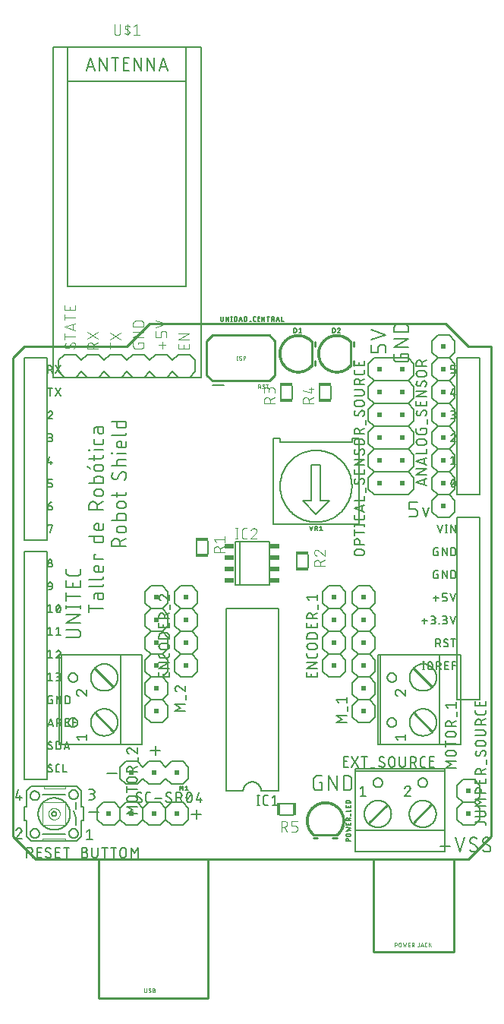
<source format=gbr>
G04 EAGLE Gerber RS-274X export*
G75*
%MOMM*%
%FSLAX34Y34*%
%LPD*%
%INSilkscreen Top*%
%IPPOS*%
%AMOC8*
5,1,8,0,0,1.08239X$1,22.5*%
G01*
%ADD10C,0.152400*%
%ADD11C,0.254000*%
%ADD12C,0.127000*%
%ADD13C,0.076200*%
%ADD14C,0.203200*%
%ADD15R,0.508000X0.508000*%
%ADD16C,0.050800*%
%ADD17R,1.422400X0.355600*%
%ADD18C,0.101600*%
%ADD19C,0.025400*%
%ADD20R,0.355600X1.422400*%
%ADD21R,1.100000X0.490000*%


D10*
X428498Y564642D02*
X428498Y570061D01*
X428496Y570179D01*
X428490Y570297D01*
X428481Y570415D01*
X428467Y570532D01*
X428450Y570649D01*
X428429Y570766D01*
X428404Y570881D01*
X428375Y570996D01*
X428342Y571110D01*
X428306Y571222D01*
X428266Y571333D01*
X428223Y571443D01*
X428176Y571552D01*
X428126Y571659D01*
X428071Y571764D01*
X428014Y571867D01*
X427953Y571968D01*
X427889Y572068D01*
X427822Y572165D01*
X427752Y572260D01*
X427678Y572352D01*
X427602Y572443D01*
X427522Y572530D01*
X427440Y572615D01*
X427355Y572697D01*
X427268Y572777D01*
X427177Y572853D01*
X427085Y572927D01*
X426990Y572997D01*
X426893Y573064D01*
X426793Y573128D01*
X426692Y573189D01*
X426589Y573246D01*
X426484Y573301D01*
X426377Y573351D01*
X426268Y573398D01*
X426158Y573441D01*
X426047Y573481D01*
X425935Y573517D01*
X425821Y573550D01*
X425706Y573579D01*
X425591Y573604D01*
X425474Y573625D01*
X425357Y573642D01*
X425240Y573656D01*
X425122Y573665D01*
X425004Y573671D01*
X424886Y573673D01*
X423079Y573673D01*
X422961Y573671D01*
X422843Y573665D01*
X422725Y573656D01*
X422608Y573642D01*
X422491Y573625D01*
X422374Y573604D01*
X422259Y573579D01*
X422144Y573550D01*
X422030Y573517D01*
X421918Y573481D01*
X421807Y573441D01*
X421697Y573398D01*
X421588Y573351D01*
X421481Y573301D01*
X421376Y573246D01*
X421273Y573189D01*
X421172Y573128D01*
X421072Y573064D01*
X420975Y572997D01*
X420880Y572927D01*
X420788Y572853D01*
X420697Y572777D01*
X420610Y572697D01*
X420525Y572615D01*
X420443Y572530D01*
X420363Y572443D01*
X420287Y572352D01*
X420213Y572260D01*
X420143Y572165D01*
X420076Y572068D01*
X420012Y571968D01*
X419951Y571867D01*
X419894Y571764D01*
X419839Y571659D01*
X419789Y571552D01*
X419742Y571443D01*
X419699Y571333D01*
X419659Y571222D01*
X419623Y571110D01*
X419590Y570996D01*
X419561Y570881D01*
X419536Y570766D01*
X419515Y570649D01*
X419498Y570532D01*
X419484Y570415D01*
X419475Y570297D01*
X419469Y570179D01*
X419467Y570061D01*
X419467Y564642D01*
X412242Y564642D01*
X412242Y573673D01*
X412242Y579370D02*
X428498Y584789D01*
X412242Y590207D01*
X444867Y563513D02*
X444867Y560804D01*
X444867Y563513D02*
X453898Y563513D01*
X453898Y558094D01*
X453896Y557976D01*
X453890Y557858D01*
X453881Y557740D01*
X453867Y557623D01*
X453850Y557506D01*
X453829Y557389D01*
X453804Y557274D01*
X453775Y557159D01*
X453742Y557045D01*
X453706Y556933D01*
X453666Y556822D01*
X453623Y556712D01*
X453576Y556603D01*
X453526Y556496D01*
X453471Y556391D01*
X453414Y556288D01*
X453353Y556187D01*
X453289Y556087D01*
X453222Y555990D01*
X453152Y555895D01*
X453078Y555803D01*
X453002Y555712D01*
X452922Y555625D01*
X452840Y555540D01*
X452755Y555458D01*
X452668Y555378D01*
X452577Y555302D01*
X452485Y555228D01*
X452390Y555158D01*
X452293Y555091D01*
X452193Y555027D01*
X452092Y554966D01*
X451989Y554909D01*
X451884Y554854D01*
X451777Y554804D01*
X451668Y554757D01*
X451558Y554714D01*
X451447Y554674D01*
X451335Y554638D01*
X451221Y554605D01*
X451106Y554576D01*
X450991Y554551D01*
X450874Y554530D01*
X450757Y554513D01*
X450640Y554499D01*
X450522Y554490D01*
X450404Y554484D01*
X450286Y554482D01*
X441254Y554482D01*
X441136Y554484D01*
X441018Y554490D01*
X440900Y554499D01*
X440782Y554513D01*
X440665Y554530D01*
X440549Y554551D01*
X440434Y554576D01*
X440319Y554605D01*
X440205Y554638D01*
X440093Y554674D01*
X439981Y554714D01*
X439871Y554757D01*
X439763Y554804D01*
X439656Y554855D01*
X439551Y554909D01*
X439448Y554966D01*
X439346Y555027D01*
X439247Y555091D01*
X439150Y555158D01*
X439055Y555229D01*
X438962Y555302D01*
X438872Y555379D01*
X438784Y555458D01*
X438699Y555540D01*
X438617Y555625D01*
X438538Y555713D01*
X438461Y555803D01*
X438388Y555896D01*
X438317Y555990D01*
X438250Y556088D01*
X438186Y556187D01*
X438125Y556288D01*
X438068Y556392D01*
X438014Y556497D01*
X437963Y556604D01*
X437916Y556712D01*
X437873Y556822D01*
X437833Y556934D01*
X437797Y557046D01*
X437764Y557160D01*
X437735Y557275D01*
X437710Y557390D01*
X437689Y557506D01*
X437672Y557623D01*
X437658Y557741D01*
X437649Y557859D01*
X437643Y557977D01*
X437641Y558095D01*
X437642Y558094D02*
X437642Y563513D01*
X437642Y571155D02*
X453898Y571155D01*
X453898Y580186D02*
X437642Y571155D01*
X437642Y580186D02*
X453898Y580186D01*
X453898Y587829D02*
X437642Y587829D01*
X437642Y592344D01*
X437644Y592475D01*
X437650Y592607D01*
X437659Y592738D01*
X437673Y592868D01*
X437690Y592999D01*
X437711Y593128D01*
X437735Y593257D01*
X437764Y593385D01*
X437796Y593513D01*
X437832Y593639D01*
X437871Y593764D01*
X437914Y593889D01*
X437961Y594011D01*
X438011Y594133D01*
X438065Y594253D01*
X438122Y594371D01*
X438183Y594487D01*
X438247Y594602D01*
X438314Y594715D01*
X438385Y594826D01*
X438459Y594934D01*
X438536Y595041D01*
X438616Y595145D01*
X438699Y595247D01*
X438784Y595346D01*
X438873Y595443D01*
X438965Y595537D01*
X439059Y595629D01*
X439156Y595718D01*
X439255Y595803D01*
X439357Y595886D01*
X439461Y595966D01*
X439568Y596043D01*
X439676Y596117D01*
X439787Y596188D01*
X439900Y596255D01*
X440015Y596319D01*
X440131Y596380D01*
X440249Y596437D01*
X440369Y596491D01*
X440491Y596541D01*
X440613Y596588D01*
X440738Y596631D01*
X440863Y596670D01*
X440989Y596706D01*
X441117Y596738D01*
X441245Y596767D01*
X441374Y596791D01*
X441503Y596812D01*
X441634Y596829D01*
X441764Y596843D01*
X441895Y596852D01*
X442027Y596858D01*
X442158Y596860D01*
X449382Y596860D01*
X449513Y596858D01*
X449645Y596852D01*
X449776Y596843D01*
X449906Y596829D01*
X450037Y596812D01*
X450166Y596791D01*
X450295Y596767D01*
X450423Y596738D01*
X450551Y596706D01*
X450677Y596670D01*
X450802Y596631D01*
X450927Y596588D01*
X451049Y596541D01*
X451171Y596491D01*
X451291Y596437D01*
X451409Y596380D01*
X451525Y596319D01*
X451640Y596255D01*
X451753Y596188D01*
X451864Y596117D01*
X451972Y596043D01*
X452079Y595966D01*
X452183Y595886D01*
X452285Y595803D01*
X452384Y595718D01*
X452481Y595629D01*
X452575Y595537D01*
X452667Y595443D01*
X452756Y595346D01*
X452841Y595247D01*
X452924Y595145D01*
X453004Y595041D01*
X453081Y594934D01*
X453155Y594826D01*
X453226Y594715D01*
X453293Y594602D01*
X453357Y594487D01*
X453418Y594371D01*
X453475Y594253D01*
X453529Y594133D01*
X453579Y594011D01*
X453626Y593889D01*
X453669Y593764D01*
X453708Y593639D01*
X453744Y593513D01*
X453776Y593385D01*
X453805Y593257D01*
X453829Y593128D01*
X453850Y592998D01*
X453867Y592868D01*
X453881Y592738D01*
X453890Y592607D01*
X453896Y592475D01*
X453898Y592344D01*
X453898Y587829D01*
X454562Y381762D02*
X459981Y381762D01*
X460099Y381764D01*
X460217Y381770D01*
X460335Y381779D01*
X460452Y381793D01*
X460569Y381810D01*
X460686Y381831D01*
X460801Y381856D01*
X460916Y381885D01*
X461030Y381918D01*
X461142Y381954D01*
X461253Y381994D01*
X461363Y382037D01*
X461472Y382084D01*
X461579Y382134D01*
X461684Y382189D01*
X461787Y382246D01*
X461888Y382307D01*
X461988Y382371D01*
X462085Y382438D01*
X462180Y382508D01*
X462272Y382582D01*
X462363Y382658D01*
X462450Y382738D01*
X462535Y382820D01*
X462617Y382905D01*
X462697Y382992D01*
X462773Y383083D01*
X462847Y383175D01*
X462917Y383270D01*
X462984Y383367D01*
X463048Y383467D01*
X463109Y383568D01*
X463166Y383671D01*
X463221Y383776D01*
X463271Y383883D01*
X463318Y383992D01*
X463361Y384102D01*
X463401Y384213D01*
X463437Y384325D01*
X463470Y384439D01*
X463499Y384554D01*
X463524Y384669D01*
X463545Y384786D01*
X463562Y384903D01*
X463576Y385020D01*
X463585Y385138D01*
X463591Y385256D01*
X463593Y385374D01*
X463593Y387181D01*
X463591Y387299D01*
X463585Y387417D01*
X463576Y387535D01*
X463562Y387652D01*
X463545Y387769D01*
X463524Y387886D01*
X463499Y388001D01*
X463470Y388116D01*
X463437Y388230D01*
X463401Y388342D01*
X463361Y388453D01*
X463318Y388563D01*
X463271Y388672D01*
X463221Y388779D01*
X463166Y388884D01*
X463109Y388987D01*
X463048Y389088D01*
X462984Y389188D01*
X462917Y389285D01*
X462847Y389380D01*
X462773Y389472D01*
X462697Y389563D01*
X462617Y389650D01*
X462535Y389735D01*
X462450Y389817D01*
X462363Y389897D01*
X462272Y389973D01*
X462180Y390047D01*
X462085Y390117D01*
X461988Y390184D01*
X461888Y390248D01*
X461787Y390309D01*
X461684Y390366D01*
X461579Y390421D01*
X461472Y390471D01*
X461363Y390518D01*
X461253Y390561D01*
X461142Y390601D01*
X461030Y390637D01*
X460916Y390670D01*
X460801Y390699D01*
X460686Y390724D01*
X460569Y390745D01*
X460452Y390762D01*
X460335Y390776D01*
X460217Y390785D01*
X460099Y390791D01*
X459981Y390793D01*
X454562Y390793D01*
X454562Y398018D01*
X463593Y398018D01*
X469533Y392599D02*
X473146Y381762D01*
X476758Y392599D01*
X357051Y85993D02*
X354342Y85993D01*
X357051Y85993D02*
X357051Y76962D01*
X351633Y76962D01*
X351515Y76964D01*
X351397Y76970D01*
X351279Y76979D01*
X351162Y76993D01*
X351045Y77010D01*
X350928Y77031D01*
X350813Y77056D01*
X350698Y77085D01*
X350584Y77118D01*
X350472Y77154D01*
X350361Y77194D01*
X350251Y77237D01*
X350142Y77284D01*
X350035Y77334D01*
X349930Y77389D01*
X349827Y77446D01*
X349726Y77507D01*
X349626Y77571D01*
X349529Y77638D01*
X349434Y77708D01*
X349342Y77782D01*
X349251Y77858D01*
X349164Y77938D01*
X349079Y78020D01*
X348997Y78105D01*
X348917Y78192D01*
X348841Y78283D01*
X348767Y78375D01*
X348697Y78470D01*
X348630Y78567D01*
X348566Y78667D01*
X348505Y78768D01*
X348448Y78871D01*
X348393Y78976D01*
X348343Y79083D01*
X348296Y79192D01*
X348253Y79302D01*
X348213Y79413D01*
X348177Y79525D01*
X348144Y79639D01*
X348115Y79754D01*
X348090Y79869D01*
X348069Y79986D01*
X348052Y80103D01*
X348038Y80220D01*
X348029Y80338D01*
X348023Y80456D01*
X348021Y80574D01*
X348020Y80574D02*
X348020Y89606D01*
X348021Y89606D02*
X348023Y89724D01*
X348029Y89842D01*
X348038Y89960D01*
X348052Y90077D01*
X348069Y90194D01*
X348090Y90311D01*
X348115Y90426D01*
X348144Y90541D01*
X348177Y90655D01*
X348213Y90767D01*
X348253Y90878D01*
X348296Y90988D01*
X348343Y91097D01*
X348393Y91204D01*
X348447Y91309D01*
X348505Y91412D01*
X348566Y91513D01*
X348630Y91613D01*
X348697Y91710D01*
X348767Y91805D01*
X348841Y91897D01*
X348917Y91988D01*
X348997Y92075D01*
X349079Y92160D01*
X349164Y92242D01*
X349251Y92322D01*
X349342Y92398D01*
X349434Y92472D01*
X349529Y92542D01*
X349626Y92609D01*
X349726Y92673D01*
X349827Y92734D01*
X349930Y92791D01*
X350035Y92845D01*
X350142Y92896D01*
X350251Y92943D01*
X350361Y92986D01*
X350472Y93026D01*
X350584Y93062D01*
X350698Y93095D01*
X350813Y93124D01*
X350928Y93149D01*
X351045Y93170D01*
X351162Y93187D01*
X351279Y93201D01*
X351397Y93210D01*
X351515Y93216D01*
X351633Y93218D01*
X357051Y93218D01*
X364694Y93218D02*
X364694Y76962D01*
X373725Y76962D02*
X364694Y93218D01*
X373725Y93218D02*
X373725Y76962D01*
X381367Y76962D02*
X381367Y93218D01*
X385882Y93218D01*
X386013Y93216D01*
X386145Y93210D01*
X386276Y93201D01*
X386406Y93187D01*
X386537Y93170D01*
X386666Y93149D01*
X386795Y93125D01*
X386923Y93096D01*
X387051Y93064D01*
X387177Y93028D01*
X387302Y92989D01*
X387427Y92946D01*
X387549Y92899D01*
X387671Y92849D01*
X387791Y92795D01*
X387909Y92738D01*
X388025Y92677D01*
X388140Y92613D01*
X388253Y92546D01*
X388364Y92475D01*
X388472Y92401D01*
X388579Y92324D01*
X388683Y92244D01*
X388785Y92161D01*
X388884Y92076D01*
X388981Y91987D01*
X389075Y91895D01*
X389167Y91801D01*
X389256Y91704D01*
X389341Y91605D01*
X389424Y91503D01*
X389504Y91399D01*
X389581Y91292D01*
X389655Y91184D01*
X389726Y91073D01*
X389793Y90960D01*
X389857Y90845D01*
X389918Y90729D01*
X389975Y90611D01*
X390029Y90491D01*
X390079Y90369D01*
X390126Y90247D01*
X390169Y90122D01*
X390208Y89997D01*
X390244Y89871D01*
X390276Y89743D01*
X390305Y89615D01*
X390329Y89486D01*
X390350Y89357D01*
X390367Y89226D01*
X390381Y89096D01*
X390390Y88965D01*
X390396Y88833D01*
X390398Y88702D01*
X390398Y81478D01*
X390396Y81347D01*
X390390Y81215D01*
X390381Y81084D01*
X390367Y80954D01*
X390350Y80823D01*
X390329Y80694D01*
X390305Y80565D01*
X390276Y80437D01*
X390244Y80309D01*
X390208Y80183D01*
X390169Y80058D01*
X390126Y79933D01*
X390079Y79811D01*
X390029Y79689D01*
X389975Y79569D01*
X389918Y79451D01*
X389857Y79335D01*
X389793Y79220D01*
X389726Y79107D01*
X389655Y78996D01*
X389581Y78888D01*
X389504Y78781D01*
X389424Y78677D01*
X389341Y78575D01*
X389256Y78476D01*
X389167Y78379D01*
X389075Y78285D01*
X388981Y78193D01*
X388884Y78104D01*
X388785Y78019D01*
X388683Y77936D01*
X388579Y77856D01*
X388472Y77779D01*
X388364Y77705D01*
X388253Y77634D01*
X388140Y77567D01*
X388025Y77503D01*
X387909Y77442D01*
X387791Y77385D01*
X387671Y77331D01*
X387549Y77281D01*
X387427Y77234D01*
X387302Y77191D01*
X387177Y77152D01*
X387051Y77116D01*
X386923Y77084D01*
X386795Y77055D01*
X386666Y77031D01*
X386536Y77010D01*
X386406Y76993D01*
X386276Y76979D01*
X386145Y76970D01*
X386013Y76964D01*
X385882Y76962D01*
X381367Y76962D01*
X489031Y14704D02*
X499868Y14704D01*
X494450Y9285D02*
X494450Y20122D01*
X505704Y24638D02*
X511123Y8382D01*
X516542Y24638D01*
X530748Y11994D02*
X530746Y11876D01*
X530740Y11758D01*
X530731Y11640D01*
X530717Y11523D01*
X530700Y11406D01*
X530679Y11289D01*
X530654Y11174D01*
X530625Y11059D01*
X530592Y10945D01*
X530556Y10833D01*
X530516Y10722D01*
X530473Y10612D01*
X530426Y10503D01*
X530376Y10396D01*
X530321Y10291D01*
X530264Y10188D01*
X530203Y10087D01*
X530139Y9987D01*
X530072Y9890D01*
X530002Y9795D01*
X529928Y9703D01*
X529852Y9612D01*
X529772Y9525D01*
X529690Y9440D01*
X529605Y9358D01*
X529518Y9278D01*
X529427Y9202D01*
X529335Y9128D01*
X529240Y9058D01*
X529143Y8991D01*
X529043Y8927D01*
X528942Y8866D01*
X528839Y8809D01*
X528734Y8754D01*
X528627Y8704D01*
X528518Y8657D01*
X528408Y8614D01*
X528297Y8574D01*
X528185Y8538D01*
X528071Y8505D01*
X527956Y8476D01*
X527841Y8451D01*
X527724Y8430D01*
X527607Y8413D01*
X527490Y8399D01*
X527372Y8390D01*
X527254Y8384D01*
X527136Y8382D01*
X526953Y8384D01*
X526771Y8391D01*
X526589Y8402D01*
X526407Y8417D01*
X526225Y8437D01*
X526044Y8460D01*
X525864Y8489D01*
X525684Y8521D01*
X525505Y8558D01*
X525328Y8599D01*
X525151Y8645D01*
X524975Y8694D01*
X524801Y8748D01*
X524627Y8806D01*
X524456Y8868D01*
X524286Y8934D01*
X524117Y9005D01*
X523950Y9079D01*
X523785Y9157D01*
X523622Y9239D01*
X523461Y9325D01*
X523302Y9415D01*
X523145Y9509D01*
X522991Y9606D01*
X522839Y9707D01*
X522689Y9812D01*
X522542Y9920D01*
X522398Y10031D01*
X522256Y10146D01*
X522117Y10265D01*
X521981Y10387D01*
X521848Y10512D01*
X521718Y10640D01*
X522170Y21026D02*
X522172Y21144D01*
X522178Y21262D01*
X522187Y21380D01*
X522201Y21497D01*
X522218Y21614D01*
X522239Y21731D01*
X522264Y21846D01*
X522293Y21961D01*
X522326Y22075D01*
X522362Y22187D01*
X522402Y22298D01*
X522445Y22408D01*
X522492Y22517D01*
X522542Y22624D01*
X522597Y22729D01*
X522654Y22832D01*
X522715Y22933D01*
X522779Y23033D01*
X522846Y23130D01*
X522916Y23225D01*
X522990Y23317D01*
X523066Y23408D01*
X523146Y23495D01*
X523228Y23580D01*
X523313Y23662D01*
X523400Y23742D01*
X523491Y23818D01*
X523583Y23892D01*
X523678Y23962D01*
X523775Y24029D01*
X523875Y24093D01*
X523976Y24154D01*
X524079Y24212D01*
X524184Y24266D01*
X524291Y24316D01*
X524400Y24363D01*
X524510Y24407D01*
X524621Y24446D01*
X524734Y24482D01*
X524847Y24515D01*
X524962Y24544D01*
X525077Y24569D01*
X525194Y24590D01*
X525311Y24607D01*
X525428Y24621D01*
X525546Y24630D01*
X525664Y24636D01*
X525782Y24638D01*
X525943Y24636D01*
X526105Y24630D01*
X526266Y24621D01*
X526427Y24607D01*
X526587Y24590D01*
X526747Y24569D01*
X526907Y24544D01*
X527066Y24515D01*
X527224Y24483D01*
X527381Y24447D01*
X527537Y24407D01*
X527693Y24363D01*
X527847Y24315D01*
X528000Y24264D01*
X528152Y24210D01*
X528303Y24151D01*
X528452Y24090D01*
X528599Y24024D01*
X528745Y23955D01*
X528890Y23883D01*
X529032Y23807D01*
X529173Y23728D01*
X529312Y23646D01*
X529448Y23560D01*
X529583Y23471D01*
X529716Y23379D01*
X529846Y23283D01*
X523975Y17865D02*
X523874Y17927D01*
X523774Y17992D01*
X523677Y18061D01*
X523582Y18133D01*
X523489Y18207D01*
X523399Y18285D01*
X523311Y18366D01*
X523226Y18449D01*
X523144Y18535D01*
X523065Y18624D01*
X522988Y18715D01*
X522915Y18809D01*
X522844Y18905D01*
X522777Y19003D01*
X522713Y19103D01*
X522652Y19206D01*
X522595Y19310D01*
X522541Y19416D01*
X522491Y19524D01*
X522444Y19633D01*
X522400Y19744D01*
X522360Y19856D01*
X522324Y19970D01*
X522292Y20084D01*
X522263Y20200D01*
X522238Y20316D01*
X522217Y20433D01*
X522200Y20551D01*
X522186Y20669D01*
X522177Y20788D01*
X522171Y20907D01*
X522169Y21026D01*
X528943Y15155D02*
X529044Y15093D01*
X529144Y15028D01*
X529241Y14959D01*
X529336Y14887D01*
X529429Y14813D01*
X529519Y14735D01*
X529607Y14654D01*
X529692Y14571D01*
X529774Y14485D01*
X529853Y14396D01*
X529930Y14305D01*
X530003Y14211D01*
X530074Y14115D01*
X530141Y14017D01*
X530205Y13917D01*
X530266Y13814D01*
X530323Y13710D01*
X530377Y13604D01*
X530427Y13496D01*
X530474Y13387D01*
X530518Y13276D01*
X530558Y13164D01*
X530594Y13050D01*
X530626Y12936D01*
X530655Y12820D01*
X530680Y12704D01*
X530701Y12587D01*
X530718Y12469D01*
X530732Y12351D01*
X530741Y12232D01*
X530747Y12113D01*
X530749Y11994D01*
X528943Y15155D02*
X523976Y17865D01*
X541726Y8382D02*
X541844Y8384D01*
X541962Y8390D01*
X542080Y8399D01*
X542197Y8413D01*
X542314Y8430D01*
X542431Y8451D01*
X542546Y8476D01*
X542661Y8505D01*
X542775Y8538D01*
X542887Y8574D01*
X542998Y8614D01*
X543108Y8657D01*
X543217Y8704D01*
X543324Y8754D01*
X543429Y8809D01*
X543532Y8866D01*
X543633Y8927D01*
X543733Y8991D01*
X543830Y9058D01*
X543925Y9128D01*
X544017Y9202D01*
X544108Y9278D01*
X544195Y9358D01*
X544280Y9440D01*
X544362Y9525D01*
X544442Y9612D01*
X544518Y9703D01*
X544592Y9795D01*
X544662Y9890D01*
X544729Y9987D01*
X544793Y10087D01*
X544854Y10188D01*
X544911Y10291D01*
X544966Y10396D01*
X545016Y10503D01*
X545063Y10612D01*
X545106Y10722D01*
X545146Y10833D01*
X545182Y10945D01*
X545215Y11059D01*
X545244Y11174D01*
X545269Y11289D01*
X545290Y11406D01*
X545307Y11523D01*
X545321Y11640D01*
X545330Y11758D01*
X545336Y11876D01*
X545338Y11994D01*
X541726Y8382D02*
X541543Y8384D01*
X541361Y8391D01*
X541179Y8402D01*
X540997Y8417D01*
X540815Y8437D01*
X540634Y8460D01*
X540454Y8489D01*
X540274Y8521D01*
X540095Y8558D01*
X539918Y8599D01*
X539741Y8645D01*
X539565Y8694D01*
X539391Y8748D01*
X539217Y8806D01*
X539046Y8868D01*
X538876Y8934D01*
X538707Y9005D01*
X538540Y9079D01*
X538375Y9157D01*
X538212Y9239D01*
X538051Y9325D01*
X537892Y9415D01*
X537735Y9509D01*
X537581Y9606D01*
X537429Y9707D01*
X537279Y9812D01*
X537132Y9920D01*
X536988Y10031D01*
X536846Y10146D01*
X536707Y10265D01*
X536571Y10387D01*
X536438Y10512D01*
X536308Y10640D01*
X536759Y21026D02*
X536761Y21144D01*
X536767Y21262D01*
X536776Y21380D01*
X536790Y21497D01*
X536807Y21614D01*
X536828Y21731D01*
X536853Y21846D01*
X536882Y21961D01*
X536915Y22075D01*
X536951Y22187D01*
X536991Y22298D01*
X537034Y22408D01*
X537081Y22517D01*
X537131Y22624D01*
X537186Y22729D01*
X537243Y22832D01*
X537304Y22933D01*
X537368Y23033D01*
X537435Y23130D01*
X537505Y23225D01*
X537579Y23317D01*
X537655Y23408D01*
X537735Y23495D01*
X537817Y23580D01*
X537902Y23662D01*
X537989Y23742D01*
X538080Y23818D01*
X538172Y23892D01*
X538267Y23962D01*
X538364Y24029D01*
X538464Y24093D01*
X538565Y24154D01*
X538668Y24212D01*
X538773Y24266D01*
X538880Y24316D01*
X538989Y24363D01*
X539099Y24407D01*
X539210Y24446D01*
X539323Y24482D01*
X539436Y24515D01*
X539551Y24544D01*
X539666Y24569D01*
X539783Y24590D01*
X539900Y24607D01*
X540017Y24621D01*
X540135Y24630D01*
X540253Y24636D01*
X540371Y24638D01*
X540532Y24636D01*
X540694Y24630D01*
X540855Y24621D01*
X541016Y24607D01*
X541176Y24590D01*
X541336Y24569D01*
X541496Y24544D01*
X541655Y24515D01*
X541813Y24483D01*
X541970Y24447D01*
X542126Y24407D01*
X542282Y24363D01*
X542436Y24315D01*
X542589Y24264D01*
X542741Y24210D01*
X542892Y24151D01*
X543041Y24090D01*
X543188Y24024D01*
X543334Y23955D01*
X543479Y23883D01*
X543621Y23807D01*
X543762Y23728D01*
X543901Y23646D01*
X544037Y23560D01*
X544172Y23471D01*
X544305Y23379D01*
X544435Y23283D01*
X538564Y17865D02*
X538463Y17927D01*
X538363Y17992D01*
X538266Y18061D01*
X538171Y18133D01*
X538078Y18207D01*
X537988Y18285D01*
X537900Y18366D01*
X537815Y18449D01*
X537733Y18535D01*
X537654Y18624D01*
X537577Y18715D01*
X537504Y18809D01*
X537433Y18905D01*
X537366Y19003D01*
X537302Y19103D01*
X537241Y19206D01*
X537184Y19310D01*
X537130Y19416D01*
X537080Y19524D01*
X537033Y19633D01*
X536989Y19744D01*
X536949Y19856D01*
X536913Y19970D01*
X536881Y20084D01*
X536852Y20200D01*
X536827Y20316D01*
X536806Y20433D01*
X536789Y20551D01*
X536775Y20669D01*
X536766Y20788D01*
X536760Y20907D01*
X536758Y21026D01*
X543532Y15155D02*
X543633Y15093D01*
X543733Y15028D01*
X543830Y14959D01*
X543925Y14887D01*
X544018Y14813D01*
X544108Y14735D01*
X544196Y14654D01*
X544281Y14571D01*
X544363Y14485D01*
X544442Y14396D01*
X544519Y14305D01*
X544592Y14211D01*
X544663Y14115D01*
X544730Y14017D01*
X544794Y13917D01*
X544855Y13814D01*
X544912Y13710D01*
X544966Y13604D01*
X545016Y13496D01*
X545063Y13387D01*
X545107Y13276D01*
X545147Y13164D01*
X545183Y13050D01*
X545215Y12936D01*
X545244Y12820D01*
X545269Y12704D01*
X545290Y12587D01*
X545307Y12469D01*
X545321Y12351D01*
X545330Y12232D01*
X545336Y12113D01*
X545338Y11994D01*
X543532Y15155D02*
X538565Y17865D01*
X222419Y50264D02*
X211582Y50264D01*
X217001Y55682D02*
X217001Y44845D01*
X108119Y52804D02*
X97282Y52804D01*
X117602Y95984D02*
X128439Y95984D01*
X165862Y121384D02*
X176699Y121384D01*
X171281Y115965D02*
X171281Y126802D01*
X83622Y247142D02*
X71882Y247142D01*
X83622Y247142D02*
X83755Y247144D01*
X83887Y247150D01*
X84019Y247160D01*
X84151Y247173D01*
X84283Y247191D01*
X84413Y247212D01*
X84544Y247237D01*
X84673Y247266D01*
X84801Y247299D01*
X84929Y247335D01*
X85055Y247375D01*
X85180Y247419D01*
X85304Y247467D01*
X85426Y247518D01*
X85547Y247573D01*
X85666Y247631D01*
X85784Y247693D01*
X85899Y247758D01*
X86013Y247827D01*
X86124Y247898D01*
X86233Y247974D01*
X86340Y248052D01*
X86445Y248133D01*
X86547Y248218D01*
X86647Y248305D01*
X86744Y248395D01*
X86839Y248488D01*
X86930Y248584D01*
X87019Y248682D01*
X87105Y248783D01*
X87188Y248887D01*
X87268Y248993D01*
X87344Y249101D01*
X87418Y249211D01*
X87488Y249324D01*
X87555Y249438D01*
X87618Y249555D01*
X87678Y249673D01*
X87735Y249793D01*
X87788Y249915D01*
X87837Y250038D01*
X87883Y250162D01*
X87925Y250288D01*
X87963Y250415D01*
X87998Y250543D01*
X88029Y250672D01*
X88056Y250801D01*
X88079Y250932D01*
X88099Y251063D01*
X88114Y251195D01*
X88126Y251327D01*
X88134Y251459D01*
X88138Y251592D01*
X88138Y251724D01*
X88134Y251857D01*
X88126Y251989D01*
X88114Y252121D01*
X88099Y252253D01*
X88079Y252384D01*
X88056Y252515D01*
X88029Y252644D01*
X87998Y252773D01*
X87963Y252901D01*
X87925Y253028D01*
X87883Y253154D01*
X87837Y253278D01*
X87788Y253401D01*
X87735Y253523D01*
X87678Y253643D01*
X87618Y253761D01*
X87555Y253878D01*
X87488Y253992D01*
X87418Y254105D01*
X87344Y254215D01*
X87268Y254323D01*
X87188Y254429D01*
X87105Y254533D01*
X87019Y254634D01*
X86930Y254732D01*
X86839Y254828D01*
X86744Y254921D01*
X86647Y255011D01*
X86547Y255098D01*
X86445Y255183D01*
X86340Y255264D01*
X86233Y255342D01*
X86124Y255418D01*
X86013Y255489D01*
X85899Y255558D01*
X85784Y255623D01*
X85666Y255685D01*
X85547Y255743D01*
X85426Y255798D01*
X85304Y255849D01*
X85180Y255897D01*
X85055Y255941D01*
X84929Y255981D01*
X84801Y256017D01*
X84673Y256050D01*
X84544Y256079D01*
X84413Y256104D01*
X84283Y256125D01*
X84151Y256143D01*
X84019Y256156D01*
X83887Y256166D01*
X83755Y256172D01*
X83622Y256174D01*
X83622Y256173D02*
X71882Y256173D01*
X71882Y263815D02*
X88138Y263815D01*
X88138Y272846D02*
X71882Y263815D01*
X71882Y272846D02*
X88138Y272846D01*
X88138Y281357D02*
X71882Y281357D01*
X88138Y279551D02*
X88138Y283163D01*
X71882Y283163D02*
X71882Y279551D01*
X71882Y292820D02*
X88138Y292820D01*
X71882Y288304D02*
X71882Y297335D01*
X88138Y303444D02*
X88138Y310669D01*
X88138Y303444D02*
X71882Y303444D01*
X71882Y310669D01*
X79107Y308863D02*
X79107Y303444D01*
X88138Y320013D02*
X88138Y323626D01*
X88138Y320013D02*
X88136Y319895D01*
X88130Y319777D01*
X88121Y319659D01*
X88107Y319542D01*
X88090Y319425D01*
X88069Y319308D01*
X88044Y319193D01*
X88015Y319078D01*
X87982Y318964D01*
X87946Y318852D01*
X87906Y318741D01*
X87863Y318631D01*
X87816Y318522D01*
X87766Y318415D01*
X87711Y318310D01*
X87654Y318207D01*
X87593Y318106D01*
X87529Y318006D01*
X87462Y317909D01*
X87392Y317814D01*
X87318Y317722D01*
X87242Y317631D01*
X87162Y317544D01*
X87080Y317459D01*
X86995Y317377D01*
X86908Y317297D01*
X86817Y317221D01*
X86725Y317147D01*
X86630Y317077D01*
X86533Y317010D01*
X86433Y316946D01*
X86332Y316885D01*
X86229Y316828D01*
X86124Y316773D01*
X86017Y316723D01*
X85908Y316676D01*
X85798Y316633D01*
X85687Y316593D01*
X85575Y316557D01*
X85461Y316524D01*
X85346Y316495D01*
X85231Y316470D01*
X85114Y316449D01*
X84997Y316432D01*
X84880Y316418D01*
X84762Y316409D01*
X84644Y316403D01*
X84526Y316401D01*
X75494Y316401D01*
X75494Y316400D02*
X75376Y316402D01*
X75258Y316408D01*
X75140Y316417D01*
X75022Y316431D01*
X74905Y316448D01*
X74789Y316469D01*
X74674Y316494D01*
X74559Y316523D01*
X74445Y316556D01*
X74333Y316592D01*
X74221Y316632D01*
X74111Y316675D01*
X74003Y316722D01*
X73896Y316773D01*
X73791Y316827D01*
X73688Y316884D01*
X73586Y316945D01*
X73487Y317009D01*
X73390Y317076D01*
X73295Y317147D01*
X73202Y317220D01*
X73112Y317297D01*
X73024Y317376D01*
X72939Y317458D01*
X72857Y317543D01*
X72778Y317631D01*
X72701Y317721D01*
X72628Y317814D01*
X72557Y317908D01*
X72490Y318006D01*
X72426Y318105D01*
X72365Y318206D01*
X72308Y318310D01*
X72254Y318415D01*
X72203Y318522D01*
X72156Y318630D01*
X72113Y318740D01*
X72073Y318852D01*
X72037Y318964D01*
X72004Y319078D01*
X71975Y319193D01*
X71950Y319308D01*
X71929Y319424D01*
X71912Y319541D01*
X71898Y319659D01*
X71889Y319777D01*
X71883Y319895D01*
X71881Y320013D01*
X71882Y320013D02*
X71882Y323626D01*
X97282Y279598D02*
X113538Y279598D01*
X97282Y275082D02*
X97282Y284113D01*
X107216Y292620D02*
X107216Y296684D01*
X107216Y292620D02*
X107218Y292508D01*
X107224Y292397D01*
X107234Y292286D01*
X107247Y292175D01*
X107265Y292065D01*
X107287Y291956D01*
X107312Y291847D01*
X107341Y291739D01*
X107374Y291633D01*
X107411Y291527D01*
X107451Y291423D01*
X107495Y291321D01*
X107543Y291220D01*
X107594Y291121D01*
X107649Y291023D01*
X107707Y290928D01*
X107768Y290835D01*
X107833Y290744D01*
X107901Y290655D01*
X107972Y290569D01*
X108045Y290486D01*
X108122Y290405D01*
X108202Y290326D01*
X108284Y290251D01*
X108369Y290179D01*
X108456Y290109D01*
X108546Y290043D01*
X108638Y289980D01*
X108733Y289920D01*
X108829Y289864D01*
X108927Y289811D01*
X109027Y289762D01*
X109129Y289716D01*
X109232Y289674D01*
X109337Y289635D01*
X109443Y289600D01*
X109550Y289569D01*
X109658Y289542D01*
X109767Y289518D01*
X109877Y289499D01*
X109987Y289483D01*
X110098Y289471D01*
X110210Y289463D01*
X110321Y289459D01*
X110433Y289459D01*
X110544Y289463D01*
X110656Y289471D01*
X110767Y289483D01*
X110877Y289499D01*
X110987Y289518D01*
X111096Y289542D01*
X111204Y289569D01*
X111311Y289600D01*
X111417Y289635D01*
X111522Y289674D01*
X111625Y289716D01*
X111727Y289762D01*
X111827Y289811D01*
X111925Y289864D01*
X112021Y289920D01*
X112116Y289980D01*
X112208Y290043D01*
X112298Y290109D01*
X112385Y290179D01*
X112470Y290251D01*
X112552Y290326D01*
X112632Y290405D01*
X112709Y290486D01*
X112782Y290569D01*
X112853Y290655D01*
X112921Y290744D01*
X112986Y290835D01*
X113047Y290928D01*
X113105Y291023D01*
X113160Y291121D01*
X113211Y291220D01*
X113259Y291321D01*
X113303Y291423D01*
X113343Y291527D01*
X113380Y291633D01*
X113413Y291739D01*
X113442Y291847D01*
X113467Y291956D01*
X113489Y292065D01*
X113507Y292175D01*
X113520Y292286D01*
X113530Y292397D01*
X113536Y292508D01*
X113538Y292620D01*
X113538Y296684D01*
X105410Y296684D01*
X105410Y296683D02*
X105309Y296681D01*
X105208Y296675D01*
X105107Y296666D01*
X105006Y296653D01*
X104906Y296636D01*
X104807Y296615D01*
X104709Y296591D01*
X104612Y296563D01*
X104515Y296531D01*
X104420Y296496D01*
X104327Y296457D01*
X104235Y296415D01*
X104144Y296369D01*
X104056Y296320D01*
X103969Y296268D01*
X103884Y296212D01*
X103801Y296154D01*
X103721Y296092D01*
X103643Y296027D01*
X103567Y295960D01*
X103494Y295890D01*
X103424Y295817D01*
X103357Y295741D01*
X103292Y295663D01*
X103230Y295583D01*
X103172Y295500D01*
X103116Y295415D01*
X103064Y295329D01*
X103015Y295240D01*
X102969Y295149D01*
X102927Y295057D01*
X102888Y294964D01*
X102853Y294869D01*
X102821Y294772D01*
X102793Y294675D01*
X102769Y294577D01*
X102748Y294478D01*
X102731Y294378D01*
X102718Y294277D01*
X102709Y294176D01*
X102703Y294075D01*
X102701Y293974D01*
X102701Y290362D01*
X97282Y303837D02*
X110829Y303837D01*
X110829Y303838D02*
X110930Y303840D01*
X111031Y303846D01*
X111132Y303855D01*
X111233Y303868D01*
X111333Y303885D01*
X111432Y303906D01*
X111530Y303930D01*
X111627Y303958D01*
X111724Y303990D01*
X111819Y304025D01*
X111912Y304064D01*
X112004Y304106D01*
X112095Y304152D01*
X112183Y304201D01*
X112270Y304253D01*
X112355Y304309D01*
X112438Y304367D01*
X112518Y304429D01*
X112596Y304494D01*
X112672Y304561D01*
X112745Y304631D01*
X112815Y304704D01*
X112882Y304780D01*
X112947Y304858D01*
X113009Y304938D01*
X113067Y305021D01*
X113123Y305106D01*
X113175Y305193D01*
X113224Y305281D01*
X113270Y305372D01*
X113312Y305464D01*
X113351Y305557D01*
X113386Y305652D01*
X113418Y305749D01*
X113446Y305846D01*
X113470Y305944D01*
X113491Y306043D01*
X113508Y306143D01*
X113521Y306244D01*
X113530Y306345D01*
X113536Y306446D01*
X113538Y306547D01*
X110829Y312174D02*
X97282Y312174D01*
X110829Y312174D02*
X110930Y312176D01*
X111031Y312182D01*
X111132Y312191D01*
X111233Y312204D01*
X111333Y312221D01*
X111432Y312242D01*
X111530Y312266D01*
X111627Y312294D01*
X111724Y312326D01*
X111819Y312361D01*
X111912Y312400D01*
X112004Y312442D01*
X112095Y312488D01*
X112183Y312537D01*
X112270Y312589D01*
X112355Y312645D01*
X112438Y312703D01*
X112518Y312765D01*
X112596Y312830D01*
X112672Y312897D01*
X112745Y312967D01*
X112815Y313040D01*
X112882Y313116D01*
X112947Y313194D01*
X113009Y313274D01*
X113067Y313357D01*
X113123Y313442D01*
X113175Y313529D01*
X113224Y313617D01*
X113270Y313708D01*
X113312Y313800D01*
X113351Y313893D01*
X113386Y313988D01*
X113418Y314085D01*
X113446Y314182D01*
X113470Y314280D01*
X113491Y314379D01*
X113508Y314479D01*
X113521Y314580D01*
X113530Y314681D01*
X113536Y314782D01*
X113538Y314883D01*
X113538Y322983D02*
X113538Y327498D01*
X113538Y322983D02*
X113536Y322882D01*
X113530Y322781D01*
X113521Y322680D01*
X113508Y322579D01*
X113491Y322479D01*
X113470Y322380D01*
X113446Y322282D01*
X113418Y322185D01*
X113386Y322088D01*
X113351Y321993D01*
X113312Y321900D01*
X113270Y321808D01*
X113224Y321717D01*
X113175Y321629D01*
X113123Y321542D01*
X113067Y321457D01*
X113009Y321374D01*
X112947Y321294D01*
X112882Y321216D01*
X112815Y321140D01*
X112745Y321067D01*
X112672Y320997D01*
X112596Y320930D01*
X112518Y320865D01*
X112438Y320803D01*
X112355Y320745D01*
X112270Y320689D01*
X112183Y320637D01*
X112095Y320588D01*
X112004Y320542D01*
X111912Y320500D01*
X111819Y320461D01*
X111724Y320426D01*
X111627Y320394D01*
X111530Y320366D01*
X111432Y320342D01*
X111333Y320321D01*
X111233Y320304D01*
X111132Y320291D01*
X111031Y320282D01*
X110930Y320276D01*
X110829Y320274D01*
X106313Y320274D01*
X106194Y320276D01*
X106074Y320282D01*
X105955Y320292D01*
X105837Y320306D01*
X105718Y320323D01*
X105601Y320345D01*
X105484Y320370D01*
X105369Y320400D01*
X105254Y320433D01*
X105140Y320470D01*
X105028Y320510D01*
X104917Y320555D01*
X104808Y320603D01*
X104700Y320654D01*
X104594Y320709D01*
X104490Y320768D01*
X104388Y320830D01*
X104288Y320895D01*
X104190Y320964D01*
X104094Y321036D01*
X104001Y321111D01*
X103911Y321188D01*
X103823Y321269D01*
X103738Y321353D01*
X103656Y321440D01*
X103576Y321529D01*
X103500Y321621D01*
X103426Y321715D01*
X103356Y321812D01*
X103289Y321910D01*
X103225Y322011D01*
X103165Y322115D01*
X103108Y322220D01*
X103055Y322327D01*
X103005Y322435D01*
X102959Y322545D01*
X102917Y322657D01*
X102878Y322770D01*
X102843Y322884D01*
X102812Y322999D01*
X102784Y323116D01*
X102761Y323233D01*
X102741Y323350D01*
X102725Y323469D01*
X102713Y323588D01*
X102705Y323707D01*
X102701Y323826D01*
X102701Y323946D01*
X102705Y324065D01*
X102713Y324184D01*
X102725Y324303D01*
X102741Y324422D01*
X102761Y324539D01*
X102784Y324656D01*
X102812Y324773D01*
X102843Y324888D01*
X102878Y325002D01*
X102917Y325115D01*
X102959Y325227D01*
X103005Y325337D01*
X103055Y325445D01*
X103108Y325552D01*
X103165Y325657D01*
X103225Y325761D01*
X103289Y325862D01*
X103356Y325960D01*
X103426Y326057D01*
X103500Y326151D01*
X103576Y326243D01*
X103656Y326332D01*
X103738Y326419D01*
X103823Y326503D01*
X103911Y326584D01*
X104001Y326661D01*
X104094Y326736D01*
X104190Y326808D01*
X104288Y326877D01*
X104388Y326942D01*
X104490Y327004D01*
X104594Y327063D01*
X104700Y327118D01*
X104808Y327169D01*
X104917Y327217D01*
X105028Y327262D01*
X105140Y327302D01*
X105254Y327339D01*
X105369Y327372D01*
X105484Y327402D01*
X105601Y327427D01*
X105718Y327449D01*
X105837Y327466D01*
X105955Y327480D01*
X106074Y327490D01*
X106194Y327496D01*
X106313Y327498D01*
X108119Y327498D01*
X108119Y320274D01*
X113538Y334427D02*
X102701Y334427D01*
X102701Y339845D01*
X104507Y339845D01*
X97282Y360251D02*
X113538Y360251D01*
X113538Y355735D01*
X113536Y355634D01*
X113530Y355533D01*
X113521Y355432D01*
X113508Y355331D01*
X113491Y355231D01*
X113470Y355132D01*
X113446Y355034D01*
X113418Y354937D01*
X113386Y354840D01*
X113351Y354745D01*
X113312Y354652D01*
X113270Y354560D01*
X113224Y354469D01*
X113175Y354381D01*
X113123Y354294D01*
X113067Y354209D01*
X113009Y354126D01*
X112947Y354046D01*
X112882Y353968D01*
X112815Y353892D01*
X112745Y353819D01*
X112672Y353749D01*
X112596Y353682D01*
X112518Y353617D01*
X112438Y353555D01*
X112355Y353497D01*
X112270Y353441D01*
X112183Y353389D01*
X112095Y353340D01*
X112004Y353294D01*
X111912Y353252D01*
X111819Y353213D01*
X111724Y353178D01*
X111627Y353146D01*
X111530Y353118D01*
X111432Y353094D01*
X111333Y353073D01*
X111233Y353056D01*
X111132Y353043D01*
X111031Y353034D01*
X110930Y353028D01*
X110829Y353026D01*
X105410Y353026D01*
X105309Y353028D01*
X105208Y353034D01*
X105107Y353043D01*
X105006Y353056D01*
X104906Y353073D01*
X104807Y353094D01*
X104709Y353118D01*
X104612Y353146D01*
X104515Y353178D01*
X104420Y353213D01*
X104327Y353252D01*
X104235Y353294D01*
X104144Y353340D01*
X104056Y353389D01*
X103969Y353441D01*
X103884Y353497D01*
X103801Y353555D01*
X103721Y353617D01*
X103643Y353682D01*
X103567Y353749D01*
X103494Y353819D01*
X103424Y353892D01*
X103357Y353968D01*
X103292Y354046D01*
X103230Y354126D01*
X103172Y354209D01*
X103116Y354294D01*
X103064Y354381D01*
X103015Y354469D01*
X102969Y354560D01*
X102927Y354652D01*
X102888Y354745D01*
X102853Y354840D01*
X102821Y354937D01*
X102793Y355034D01*
X102769Y355132D01*
X102748Y355231D01*
X102731Y355331D01*
X102718Y355432D01*
X102709Y355533D01*
X102703Y355634D01*
X102701Y355735D01*
X102701Y360251D01*
X113538Y369877D02*
X113538Y374392D01*
X113538Y369877D02*
X113536Y369776D01*
X113530Y369675D01*
X113521Y369574D01*
X113508Y369473D01*
X113491Y369373D01*
X113470Y369274D01*
X113446Y369176D01*
X113418Y369079D01*
X113386Y368982D01*
X113351Y368887D01*
X113312Y368794D01*
X113270Y368702D01*
X113224Y368611D01*
X113175Y368523D01*
X113123Y368436D01*
X113067Y368351D01*
X113009Y368268D01*
X112947Y368188D01*
X112882Y368110D01*
X112815Y368034D01*
X112745Y367961D01*
X112672Y367891D01*
X112596Y367824D01*
X112518Y367759D01*
X112438Y367697D01*
X112355Y367639D01*
X112270Y367583D01*
X112183Y367531D01*
X112095Y367482D01*
X112004Y367436D01*
X111912Y367394D01*
X111819Y367355D01*
X111724Y367320D01*
X111627Y367288D01*
X111530Y367260D01*
X111432Y367236D01*
X111333Y367215D01*
X111233Y367198D01*
X111132Y367185D01*
X111031Y367176D01*
X110930Y367170D01*
X110829Y367168D01*
X110829Y367167D02*
X106313Y367167D01*
X106313Y367168D02*
X106194Y367170D01*
X106074Y367176D01*
X105955Y367186D01*
X105837Y367200D01*
X105718Y367217D01*
X105601Y367239D01*
X105484Y367264D01*
X105369Y367294D01*
X105254Y367327D01*
X105140Y367364D01*
X105028Y367404D01*
X104917Y367449D01*
X104808Y367497D01*
X104700Y367548D01*
X104594Y367603D01*
X104490Y367662D01*
X104388Y367724D01*
X104288Y367789D01*
X104190Y367858D01*
X104094Y367930D01*
X104001Y368005D01*
X103911Y368082D01*
X103823Y368163D01*
X103738Y368247D01*
X103656Y368334D01*
X103576Y368423D01*
X103500Y368515D01*
X103426Y368609D01*
X103356Y368706D01*
X103289Y368804D01*
X103225Y368905D01*
X103165Y369009D01*
X103108Y369114D01*
X103055Y369221D01*
X103005Y369329D01*
X102959Y369439D01*
X102917Y369551D01*
X102878Y369664D01*
X102843Y369778D01*
X102812Y369893D01*
X102784Y370010D01*
X102761Y370127D01*
X102741Y370244D01*
X102725Y370363D01*
X102713Y370482D01*
X102705Y370601D01*
X102701Y370720D01*
X102701Y370840D01*
X102705Y370959D01*
X102713Y371078D01*
X102725Y371197D01*
X102741Y371316D01*
X102761Y371433D01*
X102784Y371550D01*
X102812Y371667D01*
X102843Y371782D01*
X102878Y371896D01*
X102917Y372009D01*
X102959Y372121D01*
X103005Y372231D01*
X103055Y372339D01*
X103108Y372446D01*
X103165Y372551D01*
X103225Y372655D01*
X103289Y372756D01*
X103356Y372854D01*
X103426Y372951D01*
X103500Y373045D01*
X103576Y373137D01*
X103656Y373226D01*
X103738Y373313D01*
X103823Y373397D01*
X103911Y373478D01*
X104001Y373555D01*
X104094Y373630D01*
X104190Y373702D01*
X104288Y373771D01*
X104388Y373836D01*
X104490Y373898D01*
X104594Y373957D01*
X104700Y374012D01*
X104808Y374063D01*
X104917Y374111D01*
X105028Y374156D01*
X105140Y374196D01*
X105254Y374233D01*
X105369Y374266D01*
X105484Y374296D01*
X105601Y374321D01*
X105718Y374343D01*
X105837Y374360D01*
X105955Y374374D01*
X106074Y374384D01*
X106194Y374390D01*
X106313Y374392D01*
X108119Y374392D01*
X108119Y367167D01*
X113538Y389803D02*
X97282Y389803D01*
X97282Y394318D01*
X97284Y394451D01*
X97290Y394583D01*
X97300Y394715D01*
X97313Y394847D01*
X97331Y394979D01*
X97352Y395109D01*
X97377Y395240D01*
X97406Y395369D01*
X97439Y395497D01*
X97475Y395625D01*
X97515Y395751D01*
X97559Y395876D01*
X97607Y396000D01*
X97658Y396122D01*
X97713Y396243D01*
X97771Y396362D01*
X97833Y396480D01*
X97898Y396595D01*
X97967Y396709D01*
X98038Y396820D01*
X98114Y396929D01*
X98192Y397036D01*
X98273Y397141D01*
X98358Y397243D01*
X98445Y397343D01*
X98535Y397440D01*
X98628Y397535D01*
X98724Y397626D01*
X98822Y397715D01*
X98923Y397801D01*
X99027Y397884D01*
X99133Y397964D01*
X99241Y398040D01*
X99351Y398114D01*
X99464Y398184D01*
X99578Y398251D01*
X99695Y398314D01*
X99813Y398374D01*
X99933Y398431D01*
X100055Y398484D01*
X100178Y398533D01*
X100302Y398579D01*
X100428Y398621D01*
X100555Y398659D01*
X100683Y398694D01*
X100812Y398725D01*
X100941Y398752D01*
X101072Y398775D01*
X101203Y398795D01*
X101335Y398810D01*
X101467Y398822D01*
X101599Y398830D01*
X101732Y398834D01*
X101864Y398834D01*
X101997Y398830D01*
X102129Y398822D01*
X102261Y398810D01*
X102393Y398795D01*
X102524Y398775D01*
X102655Y398752D01*
X102784Y398725D01*
X102913Y398694D01*
X103041Y398659D01*
X103168Y398621D01*
X103294Y398579D01*
X103418Y398533D01*
X103541Y398484D01*
X103663Y398431D01*
X103783Y398374D01*
X103901Y398314D01*
X104018Y398251D01*
X104132Y398184D01*
X104245Y398114D01*
X104355Y398040D01*
X104463Y397964D01*
X104569Y397884D01*
X104673Y397801D01*
X104774Y397715D01*
X104872Y397626D01*
X104968Y397535D01*
X105061Y397440D01*
X105151Y397343D01*
X105238Y397243D01*
X105323Y397141D01*
X105404Y397036D01*
X105482Y396929D01*
X105558Y396820D01*
X105629Y396709D01*
X105698Y396595D01*
X105763Y396480D01*
X105825Y396362D01*
X105883Y396243D01*
X105938Y396122D01*
X105989Y396000D01*
X106037Y395876D01*
X106081Y395751D01*
X106121Y395625D01*
X106157Y395497D01*
X106190Y395369D01*
X106219Y395240D01*
X106244Y395109D01*
X106265Y394979D01*
X106283Y394847D01*
X106296Y394715D01*
X106306Y394583D01*
X106312Y394451D01*
X106314Y394318D01*
X106313Y394318D02*
X106313Y389803D01*
X106313Y395221D02*
X113538Y398834D01*
X109926Y405203D02*
X106313Y405203D01*
X106313Y405204D02*
X106194Y405206D01*
X106074Y405212D01*
X105955Y405222D01*
X105837Y405236D01*
X105718Y405253D01*
X105601Y405275D01*
X105484Y405300D01*
X105369Y405330D01*
X105254Y405363D01*
X105140Y405400D01*
X105028Y405440D01*
X104917Y405485D01*
X104808Y405533D01*
X104700Y405584D01*
X104594Y405639D01*
X104490Y405698D01*
X104388Y405760D01*
X104288Y405825D01*
X104190Y405894D01*
X104094Y405966D01*
X104001Y406041D01*
X103911Y406118D01*
X103823Y406199D01*
X103738Y406283D01*
X103656Y406370D01*
X103576Y406459D01*
X103500Y406551D01*
X103426Y406645D01*
X103356Y406742D01*
X103289Y406840D01*
X103225Y406941D01*
X103165Y407045D01*
X103108Y407150D01*
X103055Y407257D01*
X103005Y407365D01*
X102959Y407475D01*
X102917Y407587D01*
X102878Y407700D01*
X102843Y407814D01*
X102812Y407929D01*
X102784Y408046D01*
X102761Y408163D01*
X102741Y408280D01*
X102725Y408399D01*
X102713Y408518D01*
X102705Y408637D01*
X102701Y408756D01*
X102701Y408876D01*
X102705Y408995D01*
X102713Y409114D01*
X102725Y409233D01*
X102741Y409352D01*
X102761Y409469D01*
X102784Y409586D01*
X102812Y409703D01*
X102843Y409818D01*
X102878Y409932D01*
X102917Y410045D01*
X102959Y410157D01*
X103005Y410267D01*
X103055Y410375D01*
X103108Y410482D01*
X103165Y410587D01*
X103225Y410691D01*
X103289Y410792D01*
X103356Y410890D01*
X103426Y410987D01*
X103500Y411081D01*
X103576Y411173D01*
X103656Y411262D01*
X103738Y411349D01*
X103823Y411433D01*
X103911Y411514D01*
X104001Y411591D01*
X104094Y411666D01*
X104190Y411738D01*
X104288Y411807D01*
X104388Y411872D01*
X104490Y411934D01*
X104594Y411993D01*
X104700Y412048D01*
X104808Y412099D01*
X104917Y412147D01*
X105028Y412192D01*
X105140Y412232D01*
X105254Y412269D01*
X105369Y412302D01*
X105484Y412332D01*
X105601Y412357D01*
X105718Y412379D01*
X105837Y412396D01*
X105955Y412410D01*
X106074Y412420D01*
X106194Y412426D01*
X106313Y412428D01*
X109926Y412428D01*
X110045Y412426D01*
X110165Y412420D01*
X110284Y412410D01*
X110402Y412396D01*
X110521Y412379D01*
X110638Y412357D01*
X110755Y412332D01*
X110870Y412302D01*
X110985Y412269D01*
X111099Y412232D01*
X111211Y412192D01*
X111322Y412147D01*
X111431Y412099D01*
X111539Y412048D01*
X111645Y411993D01*
X111749Y411934D01*
X111851Y411872D01*
X111951Y411807D01*
X112049Y411738D01*
X112145Y411666D01*
X112238Y411591D01*
X112328Y411514D01*
X112416Y411433D01*
X112501Y411349D01*
X112583Y411262D01*
X112663Y411173D01*
X112739Y411081D01*
X112813Y410987D01*
X112883Y410890D01*
X112950Y410792D01*
X113014Y410691D01*
X113074Y410587D01*
X113131Y410482D01*
X113184Y410375D01*
X113234Y410267D01*
X113280Y410157D01*
X113322Y410045D01*
X113361Y409932D01*
X113396Y409818D01*
X113427Y409703D01*
X113455Y409586D01*
X113478Y409469D01*
X113498Y409352D01*
X113514Y409233D01*
X113526Y409114D01*
X113534Y408995D01*
X113538Y408876D01*
X113538Y408756D01*
X113534Y408637D01*
X113526Y408518D01*
X113514Y408399D01*
X113498Y408280D01*
X113478Y408163D01*
X113455Y408046D01*
X113427Y407929D01*
X113396Y407814D01*
X113361Y407700D01*
X113322Y407587D01*
X113280Y407475D01*
X113234Y407365D01*
X113184Y407257D01*
X113131Y407150D01*
X113074Y407045D01*
X113014Y406941D01*
X112950Y406840D01*
X112883Y406742D01*
X112813Y406645D01*
X112739Y406551D01*
X112663Y406459D01*
X112583Y406370D01*
X112501Y406283D01*
X112416Y406199D01*
X112328Y406118D01*
X112238Y406041D01*
X112145Y405966D01*
X112049Y405894D01*
X111951Y405825D01*
X111851Y405760D01*
X111749Y405698D01*
X111645Y405639D01*
X111539Y405584D01*
X111431Y405533D01*
X111322Y405485D01*
X111211Y405440D01*
X111099Y405400D01*
X110985Y405363D01*
X110870Y405330D01*
X110755Y405300D01*
X110638Y405275D01*
X110521Y405253D01*
X110402Y405236D01*
X110284Y405222D01*
X110165Y405212D01*
X110045Y405206D01*
X109926Y405204D01*
X113538Y419345D02*
X97282Y419345D01*
X113538Y419345D02*
X113538Y423860D01*
X113536Y423961D01*
X113530Y424062D01*
X113521Y424163D01*
X113508Y424264D01*
X113491Y424364D01*
X113470Y424463D01*
X113446Y424561D01*
X113418Y424658D01*
X113386Y424755D01*
X113351Y424850D01*
X113312Y424943D01*
X113270Y425035D01*
X113224Y425126D01*
X113175Y425215D01*
X113123Y425301D01*
X113067Y425386D01*
X113009Y425469D01*
X112947Y425549D01*
X112882Y425627D01*
X112815Y425703D01*
X112745Y425776D01*
X112672Y425846D01*
X112596Y425913D01*
X112518Y425978D01*
X112438Y426040D01*
X112355Y426098D01*
X112270Y426154D01*
X112184Y426206D01*
X112095Y426255D01*
X112004Y426301D01*
X111912Y426343D01*
X111819Y426382D01*
X111724Y426417D01*
X111627Y426449D01*
X111530Y426477D01*
X111432Y426501D01*
X111333Y426522D01*
X111233Y426539D01*
X111132Y426552D01*
X111031Y426561D01*
X110930Y426567D01*
X110829Y426569D01*
X105410Y426569D01*
X105309Y426567D01*
X105208Y426561D01*
X105107Y426552D01*
X105006Y426539D01*
X104906Y426522D01*
X104807Y426501D01*
X104709Y426477D01*
X104612Y426449D01*
X104515Y426417D01*
X104420Y426382D01*
X104327Y426343D01*
X104235Y426301D01*
X104144Y426255D01*
X104056Y426206D01*
X103969Y426154D01*
X103884Y426098D01*
X103801Y426040D01*
X103721Y425978D01*
X103643Y425913D01*
X103567Y425846D01*
X103494Y425776D01*
X103424Y425703D01*
X103357Y425627D01*
X103292Y425549D01*
X103230Y425469D01*
X103172Y425386D01*
X103116Y425301D01*
X103064Y425215D01*
X103015Y425126D01*
X102969Y425035D01*
X102927Y424943D01*
X102888Y424850D01*
X102853Y424755D01*
X102821Y424658D01*
X102793Y424561D01*
X102769Y424463D01*
X102748Y424364D01*
X102731Y424264D01*
X102718Y424163D01*
X102709Y424062D01*
X102703Y423961D01*
X102701Y423860D01*
X102701Y419345D01*
X106313Y432818D02*
X109926Y432818D01*
X106313Y432819D02*
X106194Y432821D01*
X106074Y432827D01*
X105955Y432837D01*
X105837Y432851D01*
X105718Y432868D01*
X105601Y432890D01*
X105484Y432915D01*
X105369Y432945D01*
X105254Y432978D01*
X105140Y433015D01*
X105028Y433055D01*
X104917Y433100D01*
X104808Y433148D01*
X104700Y433199D01*
X104594Y433254D01*
X104490Y433313D01*
X104388Y433375D01*
X104288Y433440D01*
X104190Y433509D01*
X104094Y433581D01*
X104001Y433656D01*
X103911Y433733D01*
X103823Y433814D01*
X103738Y433898D01*
X103656Y433985D01*
X103576Y434074D01*
X103500Y434166D01*
X103426Y434260D01*
X103356Y434357D01*
X103289Y434455D01*
X103225Y434556D01*
X103165Y434660D01*
X103108Y434765D01*
X103055Y434872D01*
X103005Y434980D01*
X102959Y435090D01*
X102917Y435202D01*
X102878Y435315D01*
X102843Y435429D01*
X102812Y435544D01*
X102784Y435661D01*
X102761Y435778D01*
X102741Y435895D01*
X102725Y436014D01*
X102713Y436133D01*
X102705Y436252D01*
X102701Y436371D01*
X102701Y436491D01*
X102705Y436610D01*
X102713Y436729D01*
X102725Y436848D01*
X102741Y436967D01*
X102761Y437084D01*
X102784Y437201D01*
X102812Y437318D01*
X102843Y437433D01*
X102878Y437547D01*
X102917Y437660D01*
X102959Y437772D01*
X103005Y437882D01*
X103055Y437990D01*
X103108Y438097D01*
X103165Y438202D01*
X103225Y438306D01*
X103289Y438407D01*
X103356Y438505D01*
X103426Y438602D01*
X103500Y438696D01*
X103576Y438788D01*
X103656Y438877D01*
X103738Y438964D01*
X103823Y439048D01*
X103911Y439129D01*
X104001Y439206D01*
X104094Y439281D01*
X104190Y439353D01*
X104288Y439422D01*
X104388Y439487D01*
X104490Y439549D01*
X104594Y439608D01*
X104700Y439663D01*
X104808Y439714D01*
X104917Y439762D01*
X105028Y439807D01*
X105140Y439847D01*
X105254Y439884D01*
X105369Y439917D01*
X105484Y439947D01*
X105601Y439972D01*
X105718Y439994D01*
X105837Y440011D01*
X105955Y440025D01*
X106074Y440035D01*
X106194Y440041D01*
X106313Y440043D01*
X109926Y440043D01*
X110045Y440041D01*
X110165Y440035D01*
X110284Y440025D01*
X110402Y440011D01*
X110521Y439994D01*
X110638Y439972D01*
X110755Y439947D01*
X110870Y439917D01*
X110985Y439884D01*
X111099Y439847D01*
X111211Y439807D01*
X111322Y439762D01*
X111431Y439714D01*
X111539Y439663D01*
X111645Y439608D01*
X111749Y439549D01*
X111851Y439487D01*
X111951Y439422D01*
X112049Y439353D01*
X112145Y439281D01*
X112238Y439206D01*
X112328Y439129D01*
X112416Y439048D01*
X112501Y438964D01*
X112583Y438877D01*
X112663Y438788D01*
X112739Y438696D01*
X112813Y438602D01*
X112883Y438505D01*
X112950Y438407D01*
X113014Y438306D01*
X113074Y438202D01*
X113131Y438097D01*
X113184Y437990D01*
X113234Y437882D01*
X113280Y437772D01*
X113322Y437660D01*
X113361Y437547D01*
X113396Y437433D01*
X113427Y437318D01*
X113455Y437201D01*
X113478Y437084D01*
X113498Y436967D01*
X113514Y436848D01*
X113526Y436729D01*
X113534Y436610D01*
X113538Y436491D01*
X113538Y436371D01*
X113534Y436252D01*
X113526Y436133D01*
X113514Y436014D01*
X113498Y435895D01*
X113478Y435778D01*
X113455Y435661D01*
X113427Y435544D01*
X113396Y435429D01*
X113361Y435315D01*
X113322Y435202D01*
X113280Y435090D01*
X113234Y434980D01*
X113184Y434872D01*
X113131Y434765D01*
X113074Y434660D01*
X113014Y434556D01*
X112950Y434455D01*
X112883Y434357D01*
X112813Y434260D01*
X112739Y434166D01*
X112663Y434074D01*
X112583Y433985D01*
X112501Y433898D01*
X112416Y433814D01*
X112328Y433733D01*
X112238Y433656D01*
X112145Y433581D01*
X112049Y433509D01*
X111951Y433440D01*
X111851Y433375D01*
X111749Y433313D01*
X111645Y433254D01*
X111539Y433199D01*
X111431Y433148D01*
X111322Y433100D01*
X111211Y433055D01*
X111099Y433015D01*
X110985Y432978D01*
X110870Y432945D01*
X110755Y432915D01*
X110638Y432890D01*
X110521Y432868D01*
X110402Y432851D01*
X110284Y432837D01*
X110165Y432827D01*
X110045Y432821D01*
X109926Y432819D01*
X98637Y435528D02*
X95476Y438237D01*
X102701Y445068D02*
X102701Y450487D01*
X97282Y446874D02*
X110829Y446874D01*
X110829Y446875D02*
X110930Y446877D01*
X111031Y446883D01*
X111132Y446892D01*
X111233Y446905D01*
X111333Y446922D01*
X111432Y446943D01*
X111530Y446967D01*
X111627Y446995D01*
X111724Y447027D01*
X111819Y447062D01*
X111912Y447101D01*
X112004Y447143D01*
X112095Y447189D01*
X112183Y447238D01*
X112270Y447290D01*
X112355Y447346D01*
X112438Y447404D01*
X112518Y447466D01*
X112596Y447531D01*
X112672Y447598D01*
X112745Y447668D01*
X112815Y447741D01*
X112882Y447817D01*
X112947Y447895D01*
X113009Y447975D01*
X113067Y448058D01*
X113123Y448143D01*
X113175Y448230D01*
X113224Y448318D01*
X113270Y448409D01*
X113312Y448501D01*
X113351Y448594D01*
X113386Y448689D01*
X113418Y448786D01*
X113446Y448883D01*
X113470Y448981D01*
X113491Y449080D01*
X113508Y449180D01*
X113521Y449281D01*
X113530Y449382D01*
X113536Y449483D01*
X113538Y449584D01*
X113538Y450487D01*
X113538Y456230D02*
X102701Y456230D01*
X98185Y455779D02*
X97282Y455779D01*
X97282Y456682D01*
X98185Y456682D01*
X98185Y455779D01*
X113538Y465245D02*
X113538Y468857D01*
X113538Y465245D02*
X113536Y465144D01*
X113530Y465043D01*
X113521Y464942D01*
X113508Y464841D01*
X113491Y464741D01*
X113470Y464642D01*
X113446Y464544D01*
X113418Y464447D01*
X113386Y464350D01*
X113351Y464255D01*
X113312Y464162D01*
X113270Y464070D01*
X113224Y463979D01*
X113175Y463891D01*
X113123Y463804D01*
X113067Y463719D01*
X113009Y463636D01*
X112947Y463556D01*
X112882Y463478D01*
X112815Y463402D01*
X112745Y463329D01*
X112672Y463259D01*
X112596Y463192D01*
X112518Y463127D01*
X112438Y463065D01*
X112355Y463007D01*
X112270Y462951D01*
X112183Y462899D01*
X112095Y462850D01*
X112004Y462804D01*
X111912Y462762D01*
X111819Y462723D01*
X111724Y462688D01*
X111627Y462656D01*
X111530Y462628D01*
X111432Y462604D01*
X111333Y462583D01*
X111233Y462566D01*
X111132Y462553D01*
X111031Y462544D01*
X110930Y462538D01*
X110829Y462536D01*
X110829Y462535D02*
X105410Y462535D01*
X105410Y462536D02*
X105309Y462538D01*
X105208Y462544D01*
X105107Y462553D01*
X105006Y462566D01*
X104906Y462583D01*
X104807Y462604D01*
X104709Y462628D01*
X104612Y462656D01*
X104515Y462688D01*
X104420Y462723D01*
X104327Y462762D01*
X104235Y462804D01*
X104144Y462850D01*
X104056Y462899D01*
X103969Y462951D01*
X103884Y463007D01*
X103801Y463065D01*
X103721Y463127D01*
X103643Y463192D01*
X103567Y463259D01*
X103494Y463329D01*
X103424Y463402D01*
X103357Y463478D01*
X103292Y463556D01*
X103230Y463636D01*
X103172Y463719D01*
X103116Y463804D01*
X103064Y463891D01*
X103015Y463979D01*
X102969Y464070D01*
X102927Y464162D01*
X102888Y464255D01*
X102853Y464350D01*
X102821Y464447D01*
X102793Y464544D01*
X102769Y464642D01*
X102748Y464741D01*
X102731Y464841D01*
X102718Y464942D01*
X102709Y465043D01*
X102703Y465144D01*
X102701Y465245D01*
X102701Y468857D01*
X107216Y477589D02*
X107216Y481653D01*
X107216Y477589D02*
X107218Y477477D01*
X107224Y477366D01*
X107234Y477255D01*
X107247Y477144D01*
X107265Y477034D01*
X107287Y476925D01*
X107312Y476816D01*
X107341Y476708D01*
X107374Y476602D01*
X107411Y476496D01*
X107451Y476392D01*
X107495Y476290D01*
X107543Y476189D01*
X107594Y476090D01*
X107649Y475992D01*
X107707Y475897D01*
X107768Y475804D01*
X107833Y475713D01*
X107901Y475624D01*
X107972Y475538D01*
X108045Y475455D01*
X108122Y475374D01*
X108202Y475295D01*
X108284Y475220D01*
X108369Y475148D01*
X108456Y475078D01*
X108546Y475012D01*
X108638Y474949D01*
X108733Y474889D01*
X108829Y474833D01*
X108927Y474780D01*
X109027Y474731D01*
X109129Y474685D01*
X109232Y474643D01*
X109337Y474604D01*
X109443Y474569D01*
X109550Y474538D01*
X109658Y474511D01*
X109767Y474487D01*
X109877Y474468D01*
X109987Y474452D01*
X110098Y474440D01*
X110210Y474432D01*
X110321Y474428D01*
X110433Y474428D01*
X110544Y474432D01*
X110656Y474440D01*
X110767Y474452D01*
X110877Y474468D01*
X110987Y474487D01*
X111096Y474511D01*
X111204Y474538D01*
X111311Y474569D01*
X111417Y474604D01*
X111522Y474643D01*
X111625Y474685D01*
X111727Y474731D01*
X111827Y474780D01*
X111925Y474833D01*
X112021Y474889D01*
X112116Y474949D01*
X112208Y475012D01*
X112298Y475078D01*
X112385Y475148D01*
X112470Y475220D01*
X112552Y475295D01*
X112632Y475374D01*
X112709Y475455D01*
X112782Y475538D01*
X112853Y475624D01*
X112921Y475713D01*
X112986Y475804D01*
X113047Y475897D01*
X113105Y475992D01*
X113160Y476090D01*
X113211Y476189D01*
X113259Y476290D01*
X113303Y476392D01*
X113343Y476496D01*
X113380Y476602D01*
X113413Y476708D01*
X113442Y476816D01*
X113467Y476925D01*
X113489Y477034D01*
X113507Y477144D01*
X113520Y477255D01*
X113530Y477366D01*
X113536Y477477D01*
X113538Y477589D01*
X113538Y481653D01*
X105410Y481653D01*
X105309Y481651D01*
X105208Y481645D01*
X105107Y481636D01*
X105006Y481623D01*
X104906Y481606D01*
X104807Y481585D01*
X104709Y481561D01*
X104612Y481533D01*
X104515Y481501D01*
X104420Y481466D01*
X104327Y481427D01*
X104235Y481385D01*
X104144Y481339D01*
X104056Y481290D01*
X103969Y481238D01*
X103884Y481182D01*
X103801Y481124D01*
X103721Y481062D01*
X103643Y480997D01*
X103567Y480930D01*
X103494Y480860D01*
X103424Y480787D01*
X103357Y480711D01*
X103292Y480633D01*
X103230Y480553D01*
X103172Y480470D01*
X103116Y480385D01*
X103064Y480299D01*
X103015Y480210D01*
X102969Y480119D01*
X102927Y480027D01*
X102888Y479934D01*
X102853Y479839D01*
X102821Y479742D01*
X102793Y479645D01*
X102769Y479547D01*
X102748Y479448D01*
X102731Y479348D01*
X102718Y479247D01*
X102709Y479146D01*
X102703Y479045D01*
X102701Y478944D01*
X102701Y475331D01*
X122682Y348742D02*
X138938Y348742D01*
X122682Y348742D02*
X122682Y353258D01*
X122684Y353391D01*
X122690Y353523D01*
X122700Y353655D01*
X122713Y353787D01*
X122731Y353919D01*
X122752Y354049D01*
X122777Y354180D01*
X122806Y354309D01*
X122839Y354437D01*
X122875Y354565D01*
X122915Y354691D01*
X122959Y354816D01*
X123007Y354940D01*
X123058Y355062D01*
X123113Y355183D01*
X123171Y355302D01*
X123233Y355420D01*
X123298Y355535D01*
X123367Y355649D01*
X123438Y355760D01*
X123514Y355869D01*
X123592Y355976D01*
X123673Y356081D01*
X123758Y356183D01*
X123845Y356283D01*
X123935Y356380D01*
X124028Y356475D01*
X124124Y356566D01*
X124222Y356655D01*
X124323Y356741D01*
X124427Y356824D01*
X124533Y356904D01*
X124641Y356980D01*
X124751Y357054D01*
X124864Y357124D01*
X124978Y357191D01*
X125095Y357254D01*
X125213Y357314D01*
X125333Y357371D01*
X125455Y357424D01*
X125578Y357473D01*
X125702Y357519D01*
X125828Y357561D01*
X125955Y357599D01*
X126083Y357634D01*
X126212Y357665D01*
X126341Y357692D01*
X126472Y357715D01*
X126603Y357735D01*
X126735Y357750D01*
X126867Y357762D01*
X126999Y357770D01*
X127132Y357774D01*
X127264Y357774D01*
X127397Y357770D01*
X127529Y357762D01*
X127661Y357750D01*
X127793Y357735D01*
X127924Y357715D01*
X128055Y357692D01*
X128184Y357665D01*
X128313Y357634D01*
X128441Y357599D01*
X128568Y357561D01*
X128694Y357519D01*
X128818Y357473D01*
X128941Y357424D01*
X129063Y357371D01*
X129183Y357314D01*
X129301Y357254D01*
X129418Y357191D01*
X129532Y357124D01*
X129645Y357054D01*
X129755Y356980D01*
X129863Y356904D01*
X129969Y356824D01*
X130073Y356741D01*
X130174Y356655D01*
X130272Y356566D01*
X130368Y356475D01*
X130461Y356380D01*
X130551Y356283D01*
X130638Y356183D01*
X130723Y356081D01*
X130804Y355976D01*
X130882Y355869D01*
X130958Y355760D01*
X131029Y355649D01*
X131098Y355535D01*
X131163Y355420D01*
X131225Y355302D01*
X131283Y355183D01*
X131338Y355062D01*
X131389Y354940D01*
X131437Y354816D01*
X131481Y354691D01*
X131521Y354565D01*
X131557Y354437D01*
X131590Y354309D01*
X131619Y354180D01*
X131644Y354049D01*
X131665Y353919D01*
X131683Y353787D01*
X131696Y353655D01*
X131706Y353523D01*
X131712Y353391D01*
X131714Y353258D01*
X131713Y353258D02*
X131713Y348742D01*
X131713Y354161D02*
X138938Y357773D01*
X135326Y364143D02*
X131713Y364143D01*
X131594Y364145D01*
X131474Y364151D01*
X131355Y364161D01*
X131237Y364175D01*
X131118Y364192D01*
X131001Y364214D01*
X130884Y364239D01*
X130769Y364269D01*
X130654Y364302D01*
X130540Y364339D01*
X130428Y364379D01*
X130317Y364424D01*
X130208Y364472D01*
X130100Y364523D01*
X129994Y364578D01*
X129890Y364637D01*
X129788Y364699D01*
X129688Y364764D01*
X129590Y364833D01*
X129494Y364905D01*
X129401Y364980D01*
X129311Y365057D01*
X129223Y365138D01*
X129138Y365222D01*
X129056Y365309D01*
X128976Y365398D01*
X128900Y365490D01*
X128826Y365584D01*
X128756Y365681D01*
X128689Y365779D01*
X128625Y365880D01*
X128565Y365984D01*
X128508Y366089D01*
X128455Y366196D01*
X128405Y366304D01*
X128359Y366414D01*
X128317Y366526D01*
X128278Y366639D01*
X128243Y366753D01*
X128212Y366868D01*
X128184Y366985D01*
X128161Y367102D01*
X128141Y367219D01*
X128125Y367338D01*
X128113Y367457D01*
X128105Y367576D01*
X128101Y367695D01*
X128101Y367815D01*
X128105Y367934D01*
X128113Y368053D01*
X128125Y368172D01*
X128141Y368291D01*
X128161Y368408D01*
X128184Y368525D01*
X128212Y368642D01*
X128243Y368757D01*
X128278Y368871D01*
X128317Y368984D01*
X128359Y369096D01*
X128405Y369206D01*
X128455Y369314D01*
X128508Y369421D01*
X128565Y369526D01*
X128625Y369630D01*
X128689Y369731D01*
X128756Y369829D01*
X128826Y369926D01*
X128900Y370020D01*
X128976Y370112D01*
X129056Y370201D01*
X129138Y370288D01*
X129223Y370372D01*
X129311Y370453D01*
X129401Y370530D01*
X129494Y370605D01*
X129590Y370677D01*
X129688Y370746D01*
X129788Y370811D01*
X129890Y370873D01*
X129994Y370932D01*
X130100Y370987D01*
X130208Y371038D01*
X130317Y371086D01*
X130428Y371131D01*
X130540Y371171D01*
X130654Y371208D01*
X130769Y371241D01*
X130884Y371271D01*
X131001Y371296D01*
X131118Y371318D01*
X131237Y371335D01*
X131355Y371349D01*
X131474Y371359D01*
X131594Y371365D01*
X131713Y371367D01*
X131713Y371368D02*
X135326Y371368D01*
X135326Y371367D02*
X135445Y371365D01*
X135565Y371359D01*
X135684Y371349D01*
X135802Y371335D01*
X135921Y371318D01*
X136038Y371296D01*
X136155Y371271D01*
X136270Y371241D01*
X136385Y371208D01*
X136499Y371171D01*
X136611Y371131D01*
X136722Y371086D01*
X136831Y371038D01*
X136939Y370987D01*
X137045Y370932D01*
X137149Y370873D01*
X137251Y370811D01*
X137351Y370746D01*
X137449Y370677D01*
X137545Y370605D01*
X137638Y370530D01*
X137728Y370453D01*
X137816Y370372D01*
X137901Y370288D01*
X137983Y370201D01*
X138063Y370112D01*
X138139Y370020D01*
X138213Y369926D01*
X138283Y369829D01*
X138350Y369731D01*
X138414Y369630D01*
X138474Y369526D01*
X138531Y369421D01*
X138584Y369314D01*
X138634Y369206D01*
X138680Y369096D01*
X138722Y368984D01*
X138761Y368871D01*
X138796Y368757D01*
X138827Y368642D01*
X138855Y368525D01*
X138878Y368408D01*
X138898Y368291D01*
X138914Y368172D01*
X138926Y368053D01*
X138934Y367934D01*
X138938Y367815D01*
X138938Y367695D01*
X138934Y367576D01*
X138926Y367457D01*
X138914Y367338D01*
X138898Y367219D01*
X138878Y367102D01*
X138855Y366985D01*
X138827Y366868D01*
X138796Y366753D01*
X138761Y366639D01*
X138722Y366526D01*
X138680Y366414D01*
X138634Y366304D01*
X138584Y366196D01*
X138531Y366089D01*
X138474Y365984D01*
X138414Y365880D01*
X138350Y365779D01*
X138283Y365681D01*
X138213Y365584D01*
X138139Y365490D01*
X138063Y365398D01*
X137983Y365309D01*
X137901Y365222D01*
X137816Y365138D01*
X137728Y365057D01*
X137638Y364980D01*
X137545Y364905D01*
X137449Y364833D01*
X137351Y364764D01*
X137251Y364699D01*
X137149Y364637D01*
X137045Y364578D01*
X136939Y364523D01*
X136831Y364472D01*
X136722Y364424D01*
X136611Y364379D01*
X136499Y364339D01*
X136385Y364302D01*
X136270Y364269D01*
X136155Y364239D01*
X136038Y364214D01*
X135921Y364192D01*
X135802Y364175D01*
X135684Y364161D01*
X135565Y364151D01*
X135445Y364145D01*
X135326Y364143D01*
X138938Y378284D02*
X122682Y378284D01*
X138938Y378284D02*
X138938Y382800D01*
X138936Y382901D01*
X138930Y383002D01*
X138921Y383103D01*
X138908Y383204D01*
X138891Y383304D01*
X138870Y383403D01*
X138846Y383501D01*
X138818Y383598D01*
X138786Y383695D01*
X138751Y383790D01*
X138712Y383883D01*
X138670Y383975D01*
X138624Y384066D01*
X138575Y384155D01*
X138523Y384241D01*
X138467Y384326D01*
X138409Y384409D01*
X138347Y384489D01*
X138282Y384567D01*
X138215Y384643D01*
X138145Y384716D01*
X138072Y384786D01*
X137996Y384853D01*
X137918Y384918D01*
X137838Y384980D01*
X137755Y385038D01*
X137670Y385094D01*
X137584Y385146D01*
X137495Y385195D01*
X137404Y385241D01*
X137312Y385283D01*
X137219Y385322D01*
X137124Y385357D01*
X137027Y385389D01*
X136930Y385417D01*
X136832Y385441D01*
X136733Y385462D01*
X136633Y385479D01*
X136532Y385492D01*
X136431Y385501D01*
X136330Y385507D01*
X136229Y385509D01*
X130810Y385509D01*
X130709Y385507D01*
X130608Y385501D01*
X130507Y385492D01*
X130406Y385479D01*
X130306Y385462D01*
X130207Y385441D01*
X130109Y385417D01*
X130012Y385389D01*
X129915Y385357D01*
X129820Y385322D01*
X129727Y385283D01*
X129635Y385241D01*
X129544Y385195D01*
X129456Y385146D01*
X129369Y385094D01*
X129284Y385038D01*
X129201Y384980D01*
X129121Y384918D01*
X129043Y384853D01*
X128967Y384786D01*
X128894Y384716D01*
X128824Y384643D01*
X128757Y384567D01*
X128692Y384489D01*
X128630Y384409D01*
X128572Y384326D01*
X128516Y384241D01*
X128464Y384155D01*
X128415Y384066D01*
X128369Y383975D01*
X128327Y383883D01*
X128288Y383790D01*
X128253Y383695D01*
X128221Y383598D01*
X128193Y383501D01*
X128169Y383403D01*
X128148Y383304D01*
X128131Y383204D01*
X128118Y383103D01*
X128109Y383002D01*
X128103Y382901D01*
X128101Y382800D01*
X128101Y378284D01*
X131713Y391758D02*
X135326Y391758D01*
X131713Y391758D02*
X131594Y391760D01*
X131474Y391766D01*
X131355Y391776D01*
X131237Y391790D01*
X131118Y391807D01*
X131001Y391829D01*
X130884Y391854D01*
X130769Y391884D01*
X130654Y391917D01*
X130540Y391954D01*
X130428Y391994D01*
X130317Y392039D01*
X130208Y392087D01*
X130100Y392138D01*
X129994Y392193D01*
X129890Y392252D01*
X129788Y392314D01*
X129688Y392379D01*
X129590Y392448D01*
X129494Y392520D01*
X129401Y392595D01*
X129311Y392672D01*
X129223Y392753D01*
X129138Y392837D01*
X129056Y392924D01*
X128976Y393013D01*
X128900Y393105D01*
X128826Y393199D01*
X128756Y393296D01*
X128689Y393394D01*
X128625Y393495D01*
X128565Y393599D01*
X128508Y393704D01*
X128455Y393811D01*
X128405Y393919D01*
X128359Y394029D01*
X128317Y394141D01*
X128278Y394254D01*
X128243Y394368D01*
X128212Y394483D01*
X128184Y394600D01*
X128161Y394717D01*
X128141Y394834D01*
X128125Y394953D01*
X128113Y395072D01*
X128105Y395191D01*
X128101Y395310D01*
X128101Y395430D01*
X128105Y395549D01*
X128113Y395668D01*
X128125Y395787D01*
X128141Y395906D01*
X128161Y396023D01*
X128184Y396140D01*
X128212Y396257D01*
X128243Y396372D01*
X128278Y396486D01*
X128317Y396599D01*
X128359Y396711D01*
X128405Y396821D01*
X128455Y396929D01*
X128508Y397036D01*
X128565Y397141D01*
X128625Y397245D01*
X128689Y397346D01*
X128756Y397444D01*
X128826Y397541D01*
X128900Y397635D01*
X128976Y397727D01*
X129056Y397816D01*
X129138Y397903D01*
X129223Y397987D01*
X129311Y398068D01*
X129401Y398145D01*
X129494Y398220D01*
X129590Y398292D01*
X129688Y398361D01*
X129788Y398426D01*
X129890Y398488D01*
X129994Y398547D01*
X130100Y398602D01*
X130208Y398653D01*
X130317Y398701D01*
X130428Y398746D01*
X130540Y398786D01*
X130654Y398823D01*
X130769Y398856D01*
X130884Y398886D01*
X131001Y398911D01*
X131118Y398933D01*
X131237Y398950D01*
X131355Y398964D01*
X131474Y398974D01*
X131594Y398980D01*
X131713Y398982D01*
X131713Y398983D02*
X135326Y398983D01*
X135326Y398982D02*
X135445Y398980D01*
X135565Y398974D01*
X135684Y398964D01*
X135802Y398950D01*
X135921Y398933D01*
X136038Y398911D01*
X136155Y398886D01*
X136270Y398856D01*
X136385Y398823D01*
X136499Y398786D01*
X136611Y398746D01*
X136722Y398701D01*
X136831Y398653D01*
X136939Y398602D01*
X137045Y398547D01*
X137149Y398488D01*
X137251Y398426D01*
X137351Y398361D01*
X137449Y398292D01*
X137545Y398220D01*
X137638Y398145D01*
X137728Y398068D01*
X137816Y397987D01*
X137901Y397903D01*
X137983Y397816D01*
X138063Y397727D01*
X138139Y397635D01*
X138213Y397541D01*
X138283Y397444D01*
X138350Y397346D01*
X138414Y397245D01*
X138474Y397141D01*
X138531Y397036D01*
X138584Y396929D01*
X138634Y396821D01*
X138680Y396711D01*
X138722Y396599D01*
X138761Y396486D01*
X138796Y396372D01*
X138827Y396257D01*
X138855Y396140D01*
X138878Y396023D01*
X138898Y395906D01*
X138914Y395787D01*
X138926Y395668D01*
X138934Y395549D01*
X138938Y395430D01*
X138938Y395310D01*
X138934Y395191D01*
X138926Y395072D01*
X138914Y394953D01*
X138898Y394834D01*
X138878Y394717D01*
X138855Y394600D01*
X138827Y394483D01*
X138796Y394368D01*
X138761Y394254D01*
X138722Y394141D01*
X138680Y394029D01*
X138634Y393919D01*
X138584Y393811D01*
X138531Y393704D01*
X138474Y393599D01*
X138414Y393495D01*
X138350Y393394D01*
X138283Y393296D01*
X138213Y393199D01*
X138139Y393105D01*
X138063Y393013D01*
X137983Y392924D01*
X137901Y392837D01*
X137816Y392753D01*
X137728Y392672D01*
X137638Y392595D01*
X137545Y392520D01*
X137449Y392448D01*
X137351Y392379D01*
X137251Y392314D01*
X137149Y392252D01*
X137045Y392193D01*
X136939Y392138D01*
X136831Y392087D01*
X136722Y392039D01*
X136611Y391994D01*
X136499Y391954D01*
X136385Y391917D01*
X136270Y391884D01*
X136155Y391854D01*
X136038Y391829D01*
X135921Y391807D01*
X135802Y391790D01*
X135684Y391776D01*
X135565Y391766D01*
X135445Y391760D01*
X135326Y391758D01*
X128101Y404008D02*
X128101Y409426D01*
X122682Y405814D02*
X136229Y405814D01*
X136330Y405816D01*
X136431Y405822D01*
X136532Y405831D01*
X136633Y405844D01*
X136733Y405861D01*
X136832Y405882D01*
X136930Y405906D01*
X137027Y405934D01*
X137124Y405966D01*
X137219Y406001D01*
X137312Y406040D01*
X137404Y406082D01*
X137495Y406128D01*
X137584Y406177D01*
X137670Y406229D01*
X137755Y406285D01*
X137838Y406343D01*
X137918Y406405D01*
X137996Y406470D01*
X138072Y406537D01*
X138145Y406607D01*
X138215Y406680D01*
X138282Y406756D01*
X138347Y406834D01*
X138409Y406914D01*
X138467Y406997D01*
X138523Y407082D01*
X138575Y407169D01*
X138624Y407257D01*
X138670Y407348D01*
X138712Y407440D01*
X138751Y407533D01*
X138786Y407628D01*
X138818Y407725D01*
X138846Y407822D01*
X138870Y407920D01*
X138891Y408019D01*
X138908Y408119D01*
X138921Y408220D01*
X138930Y408321D01*
X138936Y408422D01*
X138938Y408523D01*
X138938Y409426D01*
X138938Y428578D02*
X138936Y428696D01*
X138930Y428814D01*
X138921Y428932D01*
X138907Y429049D01*
X138890Y429166D01*
X138869Y429283D01*
X138844Y429398D01*
X138815Y429513D01*
X138782Y429627D01*
X138746Y429739D01*
X138706Y429850D01*
X138663Y429960D01*
X138616Y430069D01*
X138566Y430176D01*
X138511Y430281D01*
X138454Y430384D01*
X138393Y430485D01*
X138329Y430585D01*
X138262Y430682D01*
X138192Y430777D01*
X138118Y430869D01*
X138042Y430960D01*
X137962Y431047D01*
X137880Y431132D01*
X137795Y431214D01*
X137708Y431294D01*
X137617Y431370D01*
X137525Y431444D01*
X137430Y431514D01*
X137333Y431581D01*
X137233Y431645D01*
X137132Y431706D01*
X137029Y431763D01*
X136924Y431818D01*
X136817Y431868D01*
X136708Y431915D01*
X136598Y431958D01*
X136487Y431998D01*
X136375Y432034D01*
X136261Y432067D01*
X136146Y432096D01*
X136031Y432121D01*
X135914Y432142D01*
X135797Y432159D01*
X135680Y432173D01*
X135562Y432182D01*
X135444Y432188D01*
X135326Y432190D01*
X138938Y428578D02*
X138936Y428395D01*
X138929Y428213D01*
X138918Y428031D01*
X138903Y427849D01*
X138883Y427667D01*
X138860Y427486D01*
X138831Y427306D01*
X138799Y427126D01*
X138762Y426947D01*
X138721Y426770D01*
X138675Y426593D01*
X138626Y426417D01*
X138572Y426243D01*
X138514Y426069D01*
X138452Y425898D01*
X138386Y425728D01*
X138315Y425559D01*
X138241Y425392D01*
X138163Y425227D01*
X138081Y425064D01*
X137995Y424903D01*
X137905Y424744D01*
X137811Y424587D01*
X137714Y424433D01*
X137613Y424281D01*
X137508Y424131D01*
X137400Y423984D01*
X137289Y423840D01*
X137174Y423698D01*
X137055Y423559D01*
X136933Y423423D01*
X136808Y423290D01*
X136680Y423160D01*
X126294Y423611D02*
X126176Y423613D01*
X126058Y423619D01*
X125940Y423628D01*
X125823Y423642D01*
X125706Y423659D01*
X125589Y423680D01*
X125474Y423705D01*
X125359Y423734D01*
X125245Y423767D01*
X125133Y423803D01*
X125022Y423843D01*
X124912Y423886D01*
X124803Y423933D01*
X124696Y423983D01*
X124591Y424038D01*
X124488Y424095D01*
X124387Y424156D01*
X124287Y424220D01*
X124190Y424287D01*
X124095Y424357D01*
X124003Y424431D01*
X123912Y424507D01*
X123825Y424587D01*
X123740Y424669D01*
X123658Y424754D01*
X123578Y424841D01*
X123502Y424932D01*
X123428Y425024D01*
X123358Y425119D01*
X123291Y425216D01*
X123227Y425316D01*
X123166Y425417D01*
X123109Y425520D01*
X123054Y425625D01*
X123004Y425732D01*
X122957Y425841D01*
X122914Y425951D01*
X122874Y426062D01*
X122838Y426174D01*
X122805Y426288D01*
X122776Y426403D01*
X122751Y426518D01*
X122730Y426635D01*
X122713Y426752D01*
X122699Y426869D01*
X122690Y426987D01*
X122684Y427105D01*
X122682Y427223D01*
X122684Y427384D01*
X122690Y427546D01*
X122699Y427707D01*
X122713Y427868D01*
X122730Y428028D01*
X122751Y428188D01*
X122776Y428348D01*
X122805Y428507D01*
X122837Y428665D01*
X122873Y428822D01*
X122913Y428978D01*
X122957Y429134D01*
X123005Y429288D01*
X123056Y429441D01*
X123110Y429593D01*
X123169Y429744D01*
X123230Y429893D01*
X123296Y430040D01*
X123365Y430186D01*
X123437Y430331D01*
X123513Y430473D01*
X123592Y430614D01*
X123674Y430753D01*
X123760Y430889D01*
X123849Y431024D01*
X123941Y431157D01*
X124037Y431287D01*
X129455Y425417D02*
X129393Y425316D01*
X129328Y425216D01*
X129259Y425119D01*
X129187Y425024D01*
X129113Y424931D01*
X129035Y424841D01*
X128954Y424753D01*
X128871Y424668D01*
X128785Y424586D01*
X128696Y424507D01*
X128605Y424430D01*
X128511Y424357D01*
X128415Y424286D01*
X128317Y424219D01*
X128217Y424155D01*
X128114Y424094D01*
X128010Y424037D01*
X127904Y423983D01*
X127796Y423933D01*
X127687Y423886D01*
X127576Y423842D01*
X127464Y423802D01*
X127350Y423766D01*
X127236Y423734D01*
X127120Y423705D01*
X127004Y423680D01*
X126887Y423659D01*
X126769Y423642D01*
X126651Y423628D01*
X126532Y423619D01*
X126413Y423613D01*
X126294Y423611D01*
X132165Y430384D02*
X132227Y430485D01*
X132292Y430585D01*
X132361Y430682D01*
X132433Y430777D01*
X132507Y430870D01*
X132585Y430960D01*
X132666Y431048D01*
X132749Y431133D01*
X132835Y431215D01*
X132924Y431294D01*
X133015Y431371D01*
X133109Y431444D01*
X133205Y431515D01*
X133303Y431582D01*
X133403Y431646D01*
X133506Y431707D01*
X133610Y431764D01*
X133716Y431818D01*
X133824Y431868D01*
X133933Y431915D01*
X134044Y431959D01*
X134156Y431999D01*
X134270Y432035D01*
X134384Y432067D01*
X134500Y432096D01*
X134616Y432121D01*
X134733Y432142D01*
X134851Y432159D01*
X134969Y432173D01*
X135088Y432182D01*
X135207Y432188D01*
X135326Y432190D01*
X132165Y430384D02*
X129455Y425417D01*
X122682Y438651D02*
X138938Y438651D01*
X128101Y438651D02*
X128101Y443167D01*
X128103Y443271D01*
X128109Y443374D01*
X128119Y443478D01*
X128133Y443581D01*
X128151Y443683D01*
X128172Y443784D01*
X128198Y443885D01*
X128227Y443984D01*
X128260Y444083D01*
X128297Y444180D01*
X128338Y444275D01*
X128382Y444369D01*
X128430Y444461D01*
X128481Y444551D01*
X128536Y444640D01*
X128594Y444726D01*
X128656Y444809D01*
X128720Y444891D01*
X128788Y444969D01*
X128858Y445045D01*
X128931Y445119D01*
X129008Y445189D01*
X129086Y445257D01*
X129168Y445321D01*
X129251Y445383D01*
X129337Y445441D01*
X129426Y445496D01*
X129516Y445547D01*
X129608Y445595D01*
X129702Y445639D01*
X129797Y445680D01*
X129894Y445717D01*
X129993Y445750D01*
X130092Y445779D01*
X130193Y445805D01*
X130294Y445826D01*
X130396Y445844D01*
X130499Y445858D01*
X130603Y445868D01*
X130706Y445874D01*
X130810Y445876D01*
X138938Y445876D01*
X138938Y452685D02*
X128101Y452685D01*
X123585Y452233D02*
X122682Y452233D01*
X122682Y453136D01*
X123585Y453136D01*
X123585Y452233D01*
X138938Y461681D02*
X138938Y466197D01*
X138938Y461681D02*
X138936Y461580D01*
X138930Y461479D01*
X138921Y461378D01*
X138908Y461277D01*
X138891Y461177D01*
X138870Y461078D01*
X138846Y460980D01*
X138818Y460883D01*
X138786Y460786D01*
X138751Y460691D01*
X138712Y460598D01*
X138670Y460506D01*
X138624Y460415D01*
X138575Y460327D01*
X138523Y460240D01*
X138467Y460155D01*
X138409Y460072D01*
X138347Y459992D01*
X138282Y459914D01*
X138215Y459838D01*
X138145Y459765D01*
X138072Y459695D01*
X137996Y459628D01*
X137918Y459563D01*
X137838Y459501D01*
X137755Y459443D01*
X137670Y459387D01*
X137584Y459335D01*
X137495Y459286D01*
X137404Y459240D01*
X137312Y459198D01*
X137219Y459159D01*
X137124Y459124D01*
X137027Y459092D01*
X136930Y459064D01*
X136832Y459040D01*
X136733Y459019D01*
X136633Y459002D01*
X136532Y458989D01*
X136431Y458980D01*
X136330Y458974D01*
X136229Y458972D01*
X131713Y458972D01*
X131594Y458974D01*
X131474Y458980D01*
X131355Y458990D01*
X131237Y459004D01*
X131118Y459021D01*
X131001Y459043D01*
X130884Y459068D01*
X130769Y459098D01*
X130654Y459131D01*
X130540Y459168D01*
X130428Y459208D01*
X130317Y459253D01*
X130208Y459301D01*
X130100Y459352D01*
X129994Y459407D01*
X129890Y459466D01*
X129788Y459528D01*
X129688Y459593D01*
X129590Y459662D01*
X129494Y459734D01*
X129401Y459809D01*
X129311Y459886D01*
X129223Y459967D01*
X129138Y460051D01*
X129056Y460138D01*
X128976Y460227D01*
X128900Y460319D01*
X128826Y460413D01*
X128756Y460510D01*
X128689Y460608D01*
X128625Y460709D01*
X128565Y460813D01*
X128508Y460918D01*
X128455Y461025D01*
X128405Y461133D01*
X128359Y461243D01*
X128317Y461355D01*
X128278Y461468D01*
X128243Y461582D01*
X128212Y461697D01*
X128184Y461814D01*
X128161Y461931D01*
X128141Y462048D01*
X128125Y462167D01*
X128113Y462286D01*
X128105Y462405D01*
X128101Y462524D01*
X128101Y462644D01*
X128105Y462763D01*
X128113Y462882D01*
X128125Y463001D01*
X128141Y463120D01*
X128161Y463237D01*
X128184Y463354D01*
X128212Y463471D01*
X128243Y463586D01*
X128278Y463700D01*
X128317Y463813D01*
X128359Y463925D01*
X128405Y464035D01*
X128455Y464143D01*
X128508Y464250D01*
X128565Y464355D01*
X128625Y464459D01*
X128689Y464560D01*
X128756Y464658D01*
X128826Y464755D01*
X128900Y464849D01*
X128976Y464941D01*
X129056Y465030D01*
X129138Y465117D01*
X129223Y465201D01*
X129311Y465282D01*
X129401Y465359D01*
X129494Y465434D01*
X129590Y465506D01*
X129688Y465575D01*
X129788Y465640D01*
X129890Y465702D01*
X129994Y465761D01*
X130100Y465816D01*
X130208Y465867D01*
X130317Y465915D01*
X130428Y465960D01*
X130540Y466000D01*
X130654Y466037D01*
X130769Y466070D01*
X130884Y466100D01*
X131001Y466125D01*
X131118Y466147D01*
X131237Y466164D01*
X131355Y466178D01*
X131474Y466188D01*
X131594Y466194D01*
X131713Y466196D01*
X131713Y466197D02*
X133519Y466197D01*
X133519Y458972D01*
X136229Y472756D02*
X122682Y472756D01*
X136229Y472756D02*
X136330Y472758D01*
X136431Y472764D01*
X136532Y472773D01*
X136633Y472786D01*
X136733Y472803D01*
X136832Y472824D01*
X136930Y472848D01*
X137027Y472876D01*
X137124Y472908D01*
X137219Y472943D01*
X137312Y472982D01*
X137404Y473024D01*
X137495Y473070D01*
X137584Y473119D01*
X137670Y473171D01*
X137755Y473227D01*
X137838Y473285D01*
X137918Y473347D01*
X137996Y473412D01*
X138072Y473479D01*
X138145Y473549D01*
X138215Y473622D01*
X138282Y473698D01*
X138347Y473776D01*
X138409Y473856D01*
X138467Y473939D01*
X138523Y474024D01*
X138575Y474111D01*
X138624Y474199D01*
X138670Y474290D01*
X138712Y474382D01*
X138751Y474475D01*
X138786Y474570D01*
X138818Y474667D01*
X138846Y474764D01*
X138870Y474862D01*
X138891Y474961D01*
X138908Y475061D01*
X138921Y475162D01*
X138930Y475263D01*
X138936Y475364D01*
X138938Y475465D01*
X138938Y488007D02*
X122682Y488007D01*
X138938Y488007D02*
X138938Y483492D01*
X138936Y483391D01*
X138930Y483290D01*
X138921Y483189D01*
X138908Y483088D01*
X138891Y482988D01*
X138870Y482889D01*
X138846Y482791D01*
X138818Y482694D01*
X138786Y482597D01*
X138751Y482502D01*
X138712Y482409D01*
X138670Y482317D01*
X138624Y482226D01*
X138575Y482138D01*
X138523Y482051D01*
X138467Y481966D01*
X138409Y481883D01*
X138347Y481803D01*
X138282Y481725D01*
X138215Y481649D01*
X138145Y481576D01*
X138072Y481506D01*
X137996Y481439D01*
X137918Y481374D01*
X137838Y481312D01*
X137755Y481254D01*
X137670Y481198D01*
X137584Y481146D01*
X137495Y481097D01*
X137404Y481051D01*
X137312Y481009D01*
X137219Y480970D01*
X137124Y480935D01*
X137027Y480903D01*
X136930Y480875D01*
X136832Y480851D01*
X136733Y480830D01*
X136633Y480813D01*
X136532Y480800D01*
X136431Y480791D01*
X136330Y480785D01*
X136229Y480783D01*
X136229Y480782D02*
X130810Y480782D01*
X130810Y480783D02*
X130709Y480785D01*
X130608Y480791D01*
X130507Y480800D01*
X130406Y480813D01*
X130306Y480830D01*
X130207Y480851D01*
X130109Y480875D01*
X130012Y480903D01*
X129915Y480935D01*
X129820Y480970D01*
X129727Y481009D01*
X129635Y481051D01*
X129544Y481097D01*
X129456Y481146D01*
X129369Y481198D01*
X129284Y481254D01*
X129201Y481312D01*
X129121Y481374D01*
X129043Y481439D01*
X128967Y481506D01*
X128894Y481576D01*
X128824Y481649D01*
X128757Y481725D01*
X128692Y481803D01*
X128630Y481883D01*
X128572Y481966D01*
X128516Y482051D01*
X128464Y482138D01*
X128415Y482226D01*
X128369Y482317D01*
X128327Y482409D01*
X128288Y482502D01*
X128253Y482597D01*
X128221Y482694D01*
X128193Y482791D01*
X128169Y482889D01*
X128148Y482988D01*
X128131Y483088D01*
X128118Y483189D01*
X128109Y483290D01*
X128103Y483391D01*
X128101Y483492D01*
X128101Y488007D01*
D11*
X107700Y0D02*
X38100Y0D01*
X107700Y0D02*
X229700Y0D01*
X520700Y0D01*
X546100Y25400D01*
X546100Y571500D02*
X520700Y571500D01*
X495300Y596900D01*
X12700Y558800D02*
X12700Y25400D01*
X38100Y0D01*
X165100Y596900D02*
X495300Y596900D01*
X165100Y596900D02*
X139700Y571500D01*
X25400Y571500D01*
X12700Y558800D01*
X546100Y571500D02*
X546100Y25400D01*
X229700Y-155000D02*
X107700Y-155000D01*
X414700Y-103000D02*
X504700Y-103000D01*
X107700Y-155000D02*
X107700Y0D01*
X229700Y0D02*
X229700Y-155000D01*
X414700Y-103000D02*
X414700Y-1000D01*
X504700Y-1000D02*
X504700Y-103000D01*
D12*
X50800Y558800D02*
X25400Y558800D01*
X50800Y558800D02*
X50800Y355600D01*
X25400Y355600D01*
X25400Y558800D01*
X25400Y342900D02*
X50800Y342900D01*
X50800Y88900D01*
X25400Y88900D01*
X25400Y342900D01*
X508000Y177800D02*
X533400Y177800D01*
X533400Y381000D01*
X508000Y381000D01*
X508000Y177800D01*
X508000Y406400D02*
X533400Y406400D01*
X508000Y406400D02*
X508000Y558800D01*
X533400Y558800D01*
X533400Y406400D01*
D10*
X486588Y317980D02*
X485149Y317980D01*
X486588Y317980D02*
X486588Y313182D01*
X483709Y313182D01*
X483623Y313184D01*
X483537Y313190D01*
X483451Y313199D01*
X483366Y313213D01*
X483282Y313230D01*
X483198Y313251D01*
X483116Y313276D01*
X483035Y313304D01*
X482955Y313336D01*
X482876Y313372D01*
X482800Y313411D01*
X482725Y313454D01*
X482652Y313499D01*
X482581Y313548D01*
X482513Y313601D01*
X482446Y313656D01*
X482383Y313714D01*
X482322Y313775D01*
X482264Y313838D01*
X482209Y313905D01*
X482156Y313973D01*
X482107Y314044D01*
X482062Y314117D01*
X482019Y314192D01*
X481980Y314268D01*
X481944Y314347D01*
X481912Y314427D01*
X481884Y314508D01*
X481859Y314590D01*
X481838Y314674D01*
X481821Y314758D01*
X481807Y314843D01*
X481798Y314929D01*
X481792Y315015D01*
X481790Y315101D01*
X481790Y319899D01*
X481792Y319985D01*
X481798Y320071D01*
X481807Y320157D01*
X481821Y320242D01*
X481838Y320326D01*
X481859Y320410D01*
X481884Y320492D01*
X481912Y320573D01*
X481944Y320653D01*
X481980Y320732D01*
X482019Y320808D01*
X482062Y320883D01*
X482107Y320956D01*
X482156Y321027D01*
X482209Y321095D01*
X482264Y321162D01*
X482322Y321225D01*
X482383Y321286D01*
X482446Y321344D01*
X482513Y321399D01*
X482581Y321451D01*
X482652Y321501D01*
X482725Y321546D01*
X482800Y321589D01*
X482876Y321628D01*
X482955Y321664D01*
X483035Y321696D01*
X483116Y321724D01*
X483198Y321749D01*
X483282Y321770D01*
X483366Y321787D01*
X483451Y321801D01*
X483537Y321810D01*
X483623Y321816D01*
X483709Y321818D01*
X486588Y321818D01*
X491544Y321818D02*
X491544Y313182D01*
X496341Y313182D02*
X491544Y321818D01*
X496341Y321818D02*
X496341Y313182D01*
X501297Y313182D02*
X501297Y321818D01*
X503696Y321818D01*
X503793Y321816D01*
X503889Y321810D01*
X503985Y321801D01*
X504081Y321787D01*
X504176Y321770D01*
X504270Y321748D01*
X504363Y321723D01*
X504456Y321695D01*
X504547Y321662D01*
X504636Y321626D01*
X504724Y321586D01*
X504811Y321543D01*
X504896Y321497D01*
X504978Y321447D01*
X505059Y321393D01*
X505137Y321337D01*
X505213Y321277D01*
X505287Y321215D01*
X505358Y321149D01*
X505426Y321081D01*
X505492Y321010D01*
X505554Y320936D01*
X505614Y320860D01*
X505670Y320782D01*
X505724Y320701D01*
X505774Y320619D01*
X505820Y320534D01*
X505863Y320447D01*
X505903Y320359D01*
X505939Y320270D01*
X505972Y320179D01*
X506000Y320086D01*
X506025Y319993D01*
X506047Y319899D01*
X506064Y319804D01*
X506078Y319708D01*
X506087Y319612D01*
X506093Y319516D01*
X506095Y319419D01*
X506095Y315581D01*
X506093Y315484D01*
X506087Y315388D01*
X506078Y315292D01*
X506064Y315196D01*
X506047Y315101D01*
X506025Y315007D01*
X506000Y314914D01*
X505972Y314821D01*
X505939Y314730D01*
X505903Y314641D01*
X505863Y314553D01*
X505820Y314466D01*
X505774Y314382D01*
X505724Y314299D01*
X505670Y314218D01*
X505614Y314140D01*
X505554Y314064D01*
X505492Y313990D01*
X505426Y313919D01*
X505358Y313851D01*
X505287Y313785D01*
X505213Y313723D01*
X505137Y313663D01*
X505059Y313607D01*
X504978Y313553D01*
X504896Y313503D01*
X504811Y313457D01*
X504724Y313414D01*
X504636Y313374D01*
X504547Y313338D01*
X504456Y313305D01*
X504363Y313277D01*
X504270Y313252D01*
X504176Y313230D01*
X504081Y313213D01*
X503985Y313199D01*
X503889Y313190D01*
X503793Y313184D01*
X503696Y313182D01*
X501297Y313182D01*
X486588Y343380D02*
X485149Y343380D01*
X486588Y343380D02*
X486588Y338582D01*
X483709Y338582D01*
X483623Y338584D01*
X483537Y338590D01*
X483451Y338599D01*
X483366Y338613D01*
X483282Y338630D01*
X483198Y338651D01*
X483116Y338676D01*
X483035Y338704D01*
X482955Y338736D01*
X482876Y338772D01*
X482800Y338811D01*
X482725Y338854D01*
X482652Y338899D01*
X482581Y338948D01*
X482513Y339001D01*
X482446Y339056D01*
X482383Y339114D01*
X482322Y339175D01*
X482264Y339238D01*
X482209Y339305D01*
X482156Y339373D01*
X482107Y339444D01*
X482062Y339517D01*
X482019Y339592D01*
X481980Y339668D01*
X481944Y339747D01*
X481912Y339827D01*
X481884Y339908D01*
X481859Y339990D01*
X481838Y340074D01*
X481821Y340158D01*
X481807Y340243D01*
X481798Y340329D01*
X481792Y340415D01*
X481790Y340501D01*
X481790Y345299D01*
X481792Y345385D01*
X481798Y345471D01*
X481807Y345557D01*
X481821Y345642D01*
X481838Y345726D01*
X481859Y345810D01*
X481884Y345892D01*
X481912Y345973D01*
X481944Y346053D01*
X481980Y346132D01*
X482019Y346208D01*
X482062Y346283D01*
X482107Y346356D01*
X482156Y346427D01*
X482209Y346495D01*
X482264Y346562D01*
X482322Y346625D01*
X482383Y346686D01*
X482446Y346744D01*
X482513Y346799D01*
X482581Y346851D01*
X482652Y346901D01*
X482725Y346946D01*
X482800Y346989D01*
X482876Y347028D01*
X482955Y347064D01*
X483035Y347096D01*
X483116Y347124D01*
X483198Y347149D01*
X483282Y347170D01*
X483366Y347187D01*
X483451Y347201D01*
X483537Y347210D01*
X483623Y347216D01*
X483709Y347218D01*
X486588Y347218D01*
X491544Y347218D02*
X491544Y338582D01*
X496341Y338582D02*
X491544Y347218D01*
X496341Y347218D02*
X496341Y338582D01*
X501297Y338582D02*
X501297Y347218D01*
X503696Y347218D01*
X503793Y347216D01*
X503889Y347210D01*
X503985Y347201D01*
X504081Y347187D01*
X504176Y347170D01*
X504270Y347148D01*
X504363Y347123D01*
X504456Y347095D01*
X504547Y347062D01*
X504636Y347026D01*
X504724Y346986D01*
X504811Y346943D01*
X504896Y346897D01*
X504978Y346847D01*
X505059Y346793D01*
X505137Y346737D01*
X505213Y346677D01*
X505287Y346615D01*
X505358Y346549D01*
X505426Y346481D01*
X505492Y346410D01*
X505554Y346336D01*
X505614Y346260D01*
X505670Y346182D01*
X505724Y346101D01*
X505774Y346019D01*
X505820Y345934D01*
X505863Y345847D01*
X505903Y345759D01*
X505939Y345670D01*
X505972Y345579D01*
X506000Y345486D01*
X506025Y345393D01*
X506047Y345299D01*
X506064Y345204D01*
X506078Y345108D01*
X506087Y345012D01*
X506093Y344916D01*
X506095Y344819D01*
X506095Y340981D01*
X506093Y340884D01*
X506087Y340788D01*
X506078Y340692D01*
X506064Y340596D01*
X506047Y340501D01*
X506025Y340407D01*
X506000Y340314D01*
X505972Y340221D01*
X505939Y340130D01*
X505903Y340041D01*
X505863Y339953D01*
X505820Y339866D01*
X505774Y339782D01*
X505724Y339699D01*
X505670Y339618D01*
X505614Y339540D01*
X505554Y339464D01*
X505492Y339390D01*
X505426Y339319D01*
X505358Y339251D01*
X505287Y339185D01*
X505213Y339123D01*
X505137Y339063D01*
X505059Y339007D01*
X504978Y338953D01*
X504896Y338903D01*
X504811Y338857D01*
X504724Y338814D01*
X504636Y338774D01*
X504547Y338738D01*
X504456Y338705D01*
X504363Y338677D01*
X504270Y338652D01*
X504176Y338630D01*
X504081Y338613D01*
X503985Y338599D01*
X503889Y338590D01*
X503793Y338584D01*
X503696Y338582D01*
X501297Y338582D01*
X487197Y291140D02*
X481440Y291140D01*
X484319Y288262D02*
X484319Y294019D01*
X491674Y287782D02*
X494552Y287782D01*
X494638Y287784D01*
X494724Y287790D01*
X494810Y287799D01*
X494895Y287813D01*
X494979Y287830D01*
X495063Y287851D01*
X495145Y287876D01*
X495226Y287904D01*
X495306Y287936D01*
X495385Y287972D01*
X495461Y288011D01*
X495536Y288054D01*
X495609Y288099D01*
X495680Y288149D01*
X495748Y288201D01*
X495815Y288256D01*
X495878Y288314D01*
X495939Y288375D01*
X495997Y288438D01*
X496052Y288505D01*
X496105Y288573D01*
X496154Y288644D01*
X496199Y288717D01*
X496242Y288792D01*
X496281Y288868D01*
X496317Y288947D01*
X496349Y289027D01*
X496377Y289108D01*
X496402Y289191D01*
X496423Y289274D01*
X496440Y289358D01*
X496454Y289443D01*
X496463Y289529D01*
X496469Y289615D01*
X496471Y289701D01*
X496471Y290661D01*
X496469Y290747D01*
X496463Y290833D01*
X496454Y290919D01*
X496440Y291004D01*
X496423Y291088D01*
X496402Y291172D01*
X496377Y291254D01*
X496349Y291335D01*
X496317Y291415D01*
X496281Y291494D01*
X496242Y291570D01*
X496199Y291645D01*
X496154Y291718D01*
X496105Y291789D01*
X496052Y291857D01*
X495997Y291924D01*
X495939Y291987D01*
X495878Y292048D01*
X495815Y292106D01*
X495748Y292161D01*
X495680Y292214D01*
X495609Y292263D01*
X495536Y292308D01*
X495461Y292351D01*
X495385Y292390D01*
X495306Y292426D01*
X495226Y292458D01*
X495145Y292486D01*
X495063Y292511D01*
X494979Y292532D01*
X494895Y292549D01*
X494810Y292563D01*
X494724Y292572D01*
X494638Y292578D01*
X494552Y292580D01*
X491674Y292580D01*
X491674Y296418D01*
X496471Y296418D01*
X500338Y296418D02*
X503216Y287782D01*
X506095Y296418D01*
X484313Y245618D02*
X484313Y236982D01*
X484313Y245618D02*
X486712Y245618D01*
X486809Y245616D01*
X486905Y245610D01*
X487001Y245601D01*
X487097Y245587D01*
X487192Y245570D01*
X487286Y245548D01*
X487379Y245523D01*
X487472Y245495D01*
X487563Y245462D01*
X487652Y245426D01*
X487740Y245386D01*
X487827Y245343D01*
X487912Y245297D01*
X487994Y245247D01*
X488075Y245193D01*
X488153Y245137D01*
X488229Y245077D01*
X488303Y245015D01*
X488374Y244949D01*
X488442Y244881D01*
X488508Y244810D01*
X488570Y244736D01*
X488630Y244660D01*
X488686Y244582D01*
X488740Y244501D01*
X488790Y244418D01*
X488836Y244334D01*
X488879Y244247D01*
X488919Y244159D01*
X488955Y244070D01*
X488988Y243979D01*
X489016Y243886D01*
X489041Y243793D01*
X489063Y243699D01*
X489080Y243604D01*
X489094Y243508D01*
X489103Y243412D01*
X489109Y243316D01*
X489111Y243219D01*
X489109Y243122D01*
X489103Y243026D01*
X489094Y242930D01*
X489080Y242834D01*
X489063Y242739D01*
X489041Y242645D01*
X489016Y242552D01*
X488988Y242459D01*
X488955Y242368D01*
X488919Y242279D01*
X488879Y242191D01*
X488836Y242104D01*
X488790Y242020D01*
X488740Y241937D01*
X488686Y241856D01*
X488630Y241778D01*
X488570Y241702D01*
X488508Y241628D01*
X488442Y241557D01*
X488374Y241489D01*
X488303Y241423D01*
X488229Y241361D01*
X488153Y241301D01*
X488075Y241245D01*
X487994Y241191D01*
X487912Y241141D01*
X487827Y241095D01*
X487740Y241052D01*
X487652Y241012D01*
X487563Y240976D01*
X487472Y240943D01*
X487379Y240915D01*
X487286Y240890D01*
X487192Y240868D01*
X487097Y240851D01*
X487001Y240837D01*
X486905Y240828D01*
X486809Y240822D01*
X486712Y240820D01*
X484313Y240820D01*
X487192Y240820D02*
X489111Y236982D01*
X495946Y236982D02*
X496032Y236984D01*
X496118Y236990D01*
X496204Y236999D01*
X496289Y237013D01*
X496373Y237030D01*
X496457Y237051D01*
X496539Y237076D01*
X496620Y237104D01*
X496700Y237136D01*
X496779Y237172D01*
X496855Y237211D01*
X496930Y237254D01*
X497003Y237299D01*
X497074Y237349D01*
X497142Y237401D01*
X497209Y237456D01*
X497272Y237514D01*
X497333Y237575D01*
X497391Y237638D01*
X497446Y237705D01*
X497499Y237773D01*
X497548Y237844D01*
X497593Y237917D01*
X497636Y237992D01*
X497675Y238068D01*
X497711Y238147D01*
X497743Y238227D01*
X497771Y238308D01*
X497796Y238390D01*
X497817Y238474D01*
X497834Y238558D01*
X497848Y238643D01*
X497857Y238729D01*
X497863Y238815D01*
X497865Y238901D01*
X495946Y236982D02*
X495823Y236984D01*
X495700Y236989D01*
X495577Y236999D01*
X495455Y237012D01*
X495333Y237029D01*
X495211Y237049D01*
X495091Y237073D01*
X494971Y237101D01*
X494852Y237132D01*
X494734Y237167D01*
X494617Y237206D01*
X494501Y237248D01*
X494387Y237294D01*
X494274Y237343D01*
X494163Y237395D01*
X494053Y237451D01*
X493945Y237510D01*
X493839Y237573D01*
X493734Y237638D01*
X493632Y237707D01*
X493532Y237779D01*
X493435Y237854D01*
X493339Y237931D01*
X493246Y238012D01*
X493155Y238095D01*
X493067Y238181D01*
X493308Y243699D02*
X493310Y243785D01*
X493316Y243871D01*
X493325Y243957D01*
X493339Y244042D01*
X493356Y244126D01*
X493377Y244210D01*
X493402Y244292D01*
X493430Y244373D01*
X493462Y244453D01*
X493498Y244532D01*
X493537Y244608D01*
X493580Y244683D01*
X493625Y244756D01*
X493674Y244827D01*
X493727Y244895D01*
X493782Y244962D01*
X493840Y245025D01*
X493901Y245086D01*
X493964Y245144D01*
X494031Y245199D01*
X494099Y245252D01*
X494170Y245301D01*
X494243Y245346D01*
X494318Y245389D01*
X494394Y245428D01*
X494473Y245464D01*
X494553Y245496D01*
X494634Y245524D01*
X494716Y245549D01*
X494800Y245570D01*
X494884Y245587D01*
X494969Y245601D01*
X495055Y245610D01*
X495141Y245616D01*
X495227Y245618D01*
X495343Y245616D01*
X495458Y245611D01*
X495574Y245601D01*
X495689Y245588D01*
X495803Y245572D01*
X495917Y245551D01*
X496031Y245527D01*
X496143Y245499D01*
X496254Y245468D01*
X496365Y245433D01*
X496474Y245395D01*
X496582Y245353D01*
X496688Y245308D01*
X496794Y245259D01*
X496897Y245207D01*
X496999Y245152D01*
X497098Y245093D01*
X497196Y245031D01*
X497292Y244966D01*
X497386Y244898D01*
X494267Y242020D02*
X494193Y242066D01*
X494120Y242116D01*
X494050Y242169D01*
X493982Y242225D01*
X493917Y242284D01*
X493854Y242346D01*
X493795Y242411D01*
X493738Y242478D01*
X493684Y242548D01*
X493634Y242620D01*
X493587Y242694D01*
X493543Y242770D01*
X493503Y242849D01*
X493467Y242929D01*
X493434Y243010D01*
X493405Y243093D01*
X493379Y243178D01*
X493357Y243263D01*
X493340Y243349D01*
X493326Y243436D01*
X493316Y243523D01*
X493310Y243611D01*
X493308Y243699D01*
X496906Y240580D02*
X496980Y240534D01*
X497053Y240484D01*
X497123Y240431D01*
X497191Y240375D01*
X497256Y240316D01*
X497319Y240254D01*
X497378Y240189D01*
X497435Y240122D01*
X497489Y240052D01*
X497539Y239980D01*
X497586Y239906D01*
X497630Y239830D01*
X497670Y239751D01*
X497706Y239671D01*
X497739Y239590D01*
X497768Y239507D01*
X497794Y239422D01*
X497816Y239337D01*
X497833Y239251D01*
X497847Y239164D01*
X497857Y239077D01*
X497863Y238989D01*
X497865Y238901D01*
X496906Y240580D02*
X494267Y242020D01*
X503696Y245618D02*
X503696Y236982D01*
X501297Y245618D02*
X506095Y245618D01*
X488761Y363982D02*
X485882Y372618D01*
X491640Y372618D02*
X488761Y363982D01*
X496076Y363982D02*
X496076Y372618D01*
X495117Y363982D02*
X497036Y363982D01*
X497036Y372618D02*
X495117Y372618D01*
X501297Y372618D02*
X501297Y363982D01*
X506095Y363982D02*
X501297Y372618D01*
X506095Y372618D02*
X506095Y363982D01*
X474396Y265740D02*
X468639Y265740D01*
X471517Y262862D02*
X471517Y268619D01*
X478872Y262382D02*
X481271Y262382D01*
X481368Y262384D01*
X481464Y262390D01*
X481560Y262399D01*
X481656Y262413D01*
X481751Y262430D01*
X481845Y262452D01*
X481938Y262477D01*
X482031Y262505D01*
X482122Y262538D01*
X482211Y262574D01*
X482299Y262614D01*
X482386Y262657D01*
X482471Y262703D01*
X482553Y262753D01*
X482634Y262807D01*
X482712Y262863D01*
X482788Y262923D01*
X482862Y262985D01*
X482933Y263051D01*
X483001Y263119D01*
X483067Y263190D01*
X483129Y263264D01*
X483189Y263340D01*
X483245Y263418D01*
X483299Y263499D01*
X483349Y263582D01*
X483395Y263666D01*
X483438Y263753D01*
X483478Y263841D01*
X483514Y263930D01*
X483547Y264021D01*
X483575Y264114D01*
X483600Y264207D01*
X483622Y264301D01*
X483639Y264396D01*
X483653Y264492D01*
X483662Y264588D01*
X483668Y264684D01*
X483670Y264781D01*
X483668Y264878D01*
X483662Y264974D01*
X483653Y265070D01*
X483639Y265166D01*
X483622Y265261D01*
X483600Y265355D01*
X483575Y265448D01*
X483547Y265541D01*
X483514Y265632D01*
X483478Y265721D01*
X483438Y265809D01*
X483395Y265896D01*
X483349Y265981D01*
X483299Y266063D01*
X483245Y266144D01*
X483189Y266222D01*
X483129Y266298D01*
X483067Y266372D01*
X483001Y266443D01*
X482933Y266511D01*
X482862Y266577D01*
X482788Y266639D01*
X482712Y266699D01*
X482634Y266755D01*
X482553Y266809D01*
X482471Y266859D01*
X482386Y266905D01*
X482299Y266948D01*
X482211Y266988D01*
X482122Y267024D01*
X482031Y267057D01*
X481938Y267085D01*
X481845Y267110D01*
X481751Y267132D01*
X481656Y267149D01*
X481560Y267163D01*
X481464Y267172D01*
X481368Y267178D01*
X481271Y267180D01*
X481751Y271018D02*
X478872Y271018D01*
X481751Y271018D02*
X481837Y271016D01*
X481923Y271010D01*
X482009Y271001D01*
X482094Y270987D01*
X482178Y270970D01*
X482262Y270949D01*
X482344Y270924D01*
X482425Y270896D01*
X482505Y270864D01*
X482584Y270828D01*
X482660Y270789D01*
X482735Y270746D01*
X482808Y270701D01*
X482879Y270652D01*
X482947Y270599D01*
X483014Y270544D01*
X483077Y270486D01*
X483138Y270425D01*
X483196Y270362D01*
X483251Y270295D01*
X483304Y270227D01*
X483353Y270156D01*
X483398Y270083D01*
X483441Y270008D01*
X483480Y269932D01*
X483516Y269853D01*
X483548Y269773D01*
X483576Y269692D01*
X483601Y269610D01*
X483622Y269526D01*
X483639Y269442D01*
X483653Y269357D01*
X483662Y269271D01*
X483668Y269185D01*
X483670Y269099D01*
X483668Y269013D01*
X483662Y268927D01*
X483653Y268841D01*
X483639Y268756D01*
X483622Y268672D01*
X483601Y268588D01*
X483576Y268506D01*
X483548Y268425D01*
X483516Y268345D01*
X483480Y268266D01*
X483441Y268190D01*
X483398Y268115D01*
X483353Y268042D01*
X483304Y267971D01*
X483251Y267903D01*
X483196Y267836D01*
X483138Y267773D01*
X483077Y267712D01*
X483014Y267654D01*
X482947Y267599D01*
X482879Y267546D01*
X482808Y267497D01*
X482735Y267452D01*
X482660Y267409D01*
X482584Y267370D01*
X482505Y267334D01*
X482425Y267302D01*
X482344Y267274D01*
X482262Y267249D01*
X482178Y267228D01*
X482094Y267211D01*
X482009Y267197D01*
X481923Y267188D01*
X481837Y267182D01*
X481751Y267180D01*
X479831Y267180D01*
X487432Y262862D02*
X487432Y262382D01*
X487432Y262862D02*
X487911Y262862D01*
X487911Y262382D01*
X487432Y262382D01*
X491674Y262382D02*
X494072Y262382D01*
X494169Y262384D01*
X494265Y262390D01*
X494361Y262399D01*
X494457Y262413D01*
X494552Y262430D01*
X494646Y262452D01*
X494739Y262477D01*
X494832Y262505D01*
X494923Y262538D01*
X495012Y262574D01*
X495100Y262614D01*
X495187Y262657D01*
X495272Y262703D01*
X495354Y262753D01*
X495435Y262807D01*
X495513Y262863D01*
X495589Y262923D01*
X495663Y262985D01*
X495734Y263051D01*
X495802Y263119D01*
X495868Y263190D01*
X495930Y263264D01*
X495990Y263340D01*
X496046Y263418D01*
X496100Y263499D01*
X496150Y263582D01*
X496196Y263666D01*
X496239Y263753D01*
X496279Y263841D01*
X496315Y263930D01*
X496348Y264021D01*
X496376Y264114D01*
X496401Y264207D01*
X496423Y264301D01*
X496440Y264396D01*
X496454Y264492D01*
X496463Y264588D01*
X496469Y264684D01*
X496471Y264781D01*
X496469Y264878D01*
X496463Y264974D01*
X496454Y265070D01*
X496440Y265166D01*
X496423Y265261D01*
X496401Y265355D01*
X496376Y265448D01*
X496348Y265541D01*
X496315Y265632D01*
X496279Y265721D01*
X496239Y265809D01*
X496196Y265896D01*
X496150Y265981D01*
X496100Y266063D01*
X496046Y266144D01*
X495990Y266222D01*
X495930Y266298D01*
X495868Y266372D01*
X495802Y266443D01*
X495734Y266511D01*
X495663Y266577D01*
X495589Y266639D01*
X495513Y266699D01*
X495435Y266755D01*
X495354Y266809D01*
X495272Y266859D01*
X495187Y266905D01*
X495100Y266948D01*
X495012Y266988D01*
X494923Y267024D01*
X494832Y267057D01*
X494739Y267085D01*
X494646Y267110D01*
X494552Y267132D01*
X494457Y267149D01*
X494361Y267163D01*
X494265Y267172D01*
X494169Y267178D01*
X494072Y267180D01*
X494552Y271018D02*
X491674Y271018D01*
X494552Y271018D02*
X494638Y271016D01*
X494724Y271010D01*
X494810Y271001D01*
X494895Y270987D01*
X494979Y270970D01*
X495063Y270949D01*
X495145Y270924D01*
X495226Y270896D01*
X495306Y270864D01*
X495385Y270828D01*
X495461Y270789D01*
X495536Y270746D01*
X495609Y270701D01*
X495680Y270652D01*
X495748Y270599D01*
X495815Y270544D01*
X495878Y270486D01*
X495939Y270425D01*
X495997Y270362D01*
X496052Y270295D01*
X496105Y270227D01*
X496154Y270156D01*
X496199Y270083D01*
X496242Y270008D01*
X496281Y269932D01*
X496317Y269853D01*
X496349Y269773D01*
X496377Y269692D01*
X496402Y269610D01*
X496423Y269526D01*
X496440Y269442D01*
X496454Y269357D01*
X496463Y269271D01*
X496469Y269185D01*
X496471Y269099D01*
X496469Y269013D01*
X496463Y268927D01*
X496454Y268841D01*
X496440Y268756D01*
X496423Y268672D01*
X496402Y268588D01*
X496377Y268506D01*
X496349Y268425D01*
X496317Y268345D01*
X496281Y268266D01*
X496242Y268190D01*
X496199Y268115D01*
X496154Y268042D01*
X496105Y267971D01*
X496052Y267903D01*
X495997Y267836D01*
X495939Y267773D01*
X495878Y267712D01*
X495815Y267654D01*
X495748Y267599D01*
X495680Y267546D01*
X495609Y267497D01*
X495536Y267452D01*
X495461Y267409D01*
X495385Y267370D01*
X495306Y267334D01*
X495226Y267302D01*
X495145Y267274D01*
X495063Y267249D01*
X494979Y267228D01*
X494895Y267211D01*
X494810Y267197D01*
X494724Y267188D01*
X494638Y267182D01*
X494552Y267180D01*
X492633Y267180D01*
X500338Y271018D02*
X503216Y262382D01*
X506095Y271018D01*
X501297Y419100D02*
X501299Y419270D01*
X501305Y419440D01*
X501315Y419609D01*
X501329Y419779D01*
X501348Y419948D01*
X501370Y420116D01*
X501396Y420284D01*
X501426Y420451D01*
X501461Y420617D01*
X501499Y420783D01*
X501541Y420948D01*
X501587Y421111D01*
X501637Y421274D01*
X501691Y421435D01*
X501748Y421595D01*
X501810Y421753D01*
X501875Y421910D01*
X501944Y422065D01*
X502017Y422219D01*
X502045Y422295D01*
X502077Y422370D01*
X502112Y422444D01*
X502150Y422516D01*
X502192Y422586D01*
X502237Y422654D01*
X502285Y422720D01*
X502336Y422784D01*
X502390Y422845D01*
X502446Y422904D01*
X502506Y422960D01*
X502567Y423013D01*
X502631Y423063D01*
X502698Y423111D01*
X502766Y423155D01*
X502837Y423196D01*
X502909Y423234D01*
X502983Y423268D01*
X503058Y423299D01*
X503135Y423327D01*
X503213Y423351D01*
X503292Y423371D01*
X503372Y423388D01*
X503452Y423401D01*
X503533Y423411D01*
X503614Y423416D01*
X503696Y423418D01*
X503778Y423416D01*
X503859Y423411D01*
X503940Y423401D01*
X504020Y423388D01*
X504100Y423371D01*
X504179Y423351D01*
X504257Y423327D01*
X504334Y423299D01*
X504409Y423268D01*
X504483Y423234D01*
X504555Y423196D01*
X504626Y423155D01*
X504694Y423111D01*
X504761Y423063D01*
X504825Y423013D01*
X504886Y422960D01*
X504946Y422904D01*
X505002Y422845D01*
X505056Y422784D01*
X505107Y422720D01*
X505155Y422654D01*
X505200Y422586D01*
X505242Y422516D01*
X505280Y422444D01*
X505315Y422370D01*
X505347Y422295D01*
X505375Y422219D01*
X505448Y422065D01*
X505517Y421910D01*
X505582Y421753D01*
X505644Y421595D01*
X505701Y421435D01*
X505755Y421274D01*
X505805Y421111D01*
X505851Y420948D01*
X505893Y420783D01*
X505931Y420617D01*
X505966Y420451D01*
X505996Y420284D01*
X506022Y420116D01*
X506044Y419948D01*
X506063Y419779D01*
X506077Y419609D01*
X506087Y419440D01*
X506093Y419270D01*
X506095Y419100D01*
X501297Y419100D02*
X501299Y418930D01*
X501305Y418760D01*
X501315Y418591D01*
X501329Y418421D01*
X501348Y418252D01*
X501370Y418084D01*
X501396Y417916D01*
X501426Y417749D01*
X501461Y417583D01*
X501499Y417417D01*
X501541Y417252D01*
X501587Y417089D01*
X501637Y416927D01*
X501691Y416765D01*
X501748Y416606D01*
X501810Y416447D01*
X501875Y416290D01*
X501944Y416135D01*
X502017Y415981D01*
X502045Y415905D01*
X502077Y415830D01*
X502112Y415756D01*
X502150Y415684D01*
X502192Y415614D01*
X502237Y415546D01*
X502285Y415480D01*
X502336Y415416D01*
X502390Y415355D01*
X502446Y415296D01*
X502506Y415240D01*
X502567Y415187D01*
X502631Y415137D01*
X502698Y415089D01*
X502766Y415045D01*
X502837Y415004D01*
X502909Y414966D01*
X502983Y414932D01*
X503058Y414901D01*
X503135Y414873D01*
X503213Y414849D01*
X503292Y414829D01*
X503372Y414812D01*
X503452Y414799D01*
X503533Y414789D01*
X503614Y414784D01*
X503696Y414782D01*
X505375Y415981D02*
X505448Y416135D01*
X505517Y416290D01*
X505582Y416447D01*
X505644Y416606D01*
X505701Y416765D01*
X505755Y416927D01*
X505805Y417089D01*
X505851Y417252D01*
X505893Y417417D01*
X505931Y417583D01*
X505966Y417749D01*
X505996Y417916D01*
X506022Y418084D01*
X506044Y418252D01*
X506063Y418421D01*
X506077Y418591D01*
X506087Y418760D01*
X506093Y418930D01*
X506095Y419100D01*
X505375Y415981D02*
X505347Y415905D01*
X505315Y415830D01*
X505280Y415756D01*
X505242Y415684D01*
X505200Y415614D01*
X505155Y415546D01*
X505107Y415480D01*
X505056Y415416D01*
X505002Y415355D01*
X504946Y415296D01*
X504886Y415240D01*
X504825Y415187D01*
X504761Y415137D01*
X504694Y415089D01*
X504626Y415045D01*
X504555Y415004D01*
X504483Y414966D01*
X504409Y414932D01*
X504334Y414901D01*
X504257Y414873D01*
X504179Y414849D01*
X504100Y414829D01*
X504020Y414812D01*
X503940Y414799D01*
X503859Y414789D01*
X503778Y414784D01*
X503696Y414782D01*
X501777Y416701D02*
X505615Y421499D01*
X501297Y446899D02*
X503696Y448818D01*
X503696Y440182D01*
X501297Y440182D02*
X506095Y440182D01*
X506095Y472059D02*
X506093Y472151D01*
X506087Y472242D01*
X506078Y472333D01*
X506064Y472424D01*
X506047Y472514D01*
X506025Y472603D01*
X506000Y472691D01*
X505972Y472778D01*
X505939Y472864D01*
X505903Y472948D01*
X505864Y473031D01*
X505821Y473112D01*
X505774Y473191D01*
X505725Y473268D01*
X505672Y473343D01*
X505616Y473415D01*
X505557Y473485D01*
X505495Y473553D01*
X505430Y473618D01*
X505362Y473680D01*
X505292Y473739D01*
X505220Y473795D01*
X505145Y473848D01*
X505068Y473897D01*
X504989Y473944D01*
X504908Y473987D01*
X504825Y474026D01*
X504741Y474062D01*
X504655Y474095D01*
X504568Y474123D01*
X504480Y474148D01*
X504391Y474170D01*
X504301Y474187D01*
X504210Y474201D01*
X504119Y474210D01*
X504028Y474216D01*
X503936Y474218D01*
X503833Y474216D01*
X503731Y474210D01*
X503629Y474201D01*
X503527Y474188D01*
X503426Y474171D01*
X503325Y474150D01*
X503226Y474126D01*
X503127Y474097D01*
X503030Y474066D01*
X502933Y474030D01*
X502838Y473992D01*
X502745Y473949D01*
X502653Y473903D01*
X502563Y473854D01*
X502475Y473802D01*
X502388Y473746D01*
X502304Y473687D01*
X502223Y473626D01*
X502143Y473561D01*
X502066Y473493D01*
X501991Y473422D01*
X501920Y473349D01*
X501851Y473273D01*
X501784Y473195D01*
X501721Y473114D01*
X501661Y473031D01*
X501604Y472946D01*
X501550Y472859D01*
X501499Y472769D01*
X501452Y472678D01*
X501408Y472586D01*
X501367Y472491D01*
X501330Y472396D01*
X501297Y472299D01*
X505375Y470380D02*
X505442Y470446D01*
X505506Y470515D01*
X505567Y470586D01*
X505625Y470660D01*
X505680Y470736D01*
X505732Y470814D01*
X505781Y470894D01*
X505827Y470976D01*
X505869Y471060D01*
X505908Y471146D01*
X505943Y471233D01*
X505974Y471321D01*
X506002Y471411D01*
X506027Y471501D01*
X506048Y471593D01*
X506065Y471685D01*
X506078Y471778D01*
X506087Y471871D01*
X506093Y471965D01*
X506095Y472059D01*
X505375Y470380D02*
X501297Y465582D01*
X506095Y465582D01*
X503696Y490982D02*
X501297Y490982D01*
X503696Y490982D02*
X503793Y490984D01*
X503889Y490990D01*
X503985Y490999D01*
X504081Y491013D01*
X504176Y491030D01*
X504270Y491052D01*
X504363Y491077D01*
X504456Y491105D01*
X504547Y491138D01*
X504636Y491174D01*
X504724Y491214D01*
X504811Y491257D01*
X504896Y491303D01*
X504978Y491353D01*
X505059Y491407D01*
X505137Y491463D01*
X505213Y491523D01*
X505287Y491585D01*
X505358Y491651D01*
X505426Y491719D01*
X505492Y491790D01*
X505554Y491864D01*
X505614Y491940D01*
X505670Y492018D01*
X505724Y492099D01*
X505774Y492182D01*
X505820Y492266D01*
X505863Y492353D01*
X505903Y492441D01*
X505939Y492530D01*
X505972Y492621D01*
X506000Y492714D01*
X506025Y492807D01*
X506047Y492901D01*
X506064Y492996D01*
X506078Y493092D01*
X506087Y493188D01*
X506093Y493284D01*
X506095Y493381D01*
X506093Y493478D01*
X506087Y493574D01*
X506078Y493670D01*
X506064Y493766D01*
X506047Y493861D01*
X506025Y493955D01*
X506000Y494048D01*
X505972Y494141D01*
X505939Y494232D01*
X505903Y494321D01*
X505863Y494409D01*
X505820Y494496D01*
X505774Y494581D01*
X505724Y494663D01*
X505670Y494744D01*
X505614Y494822D01*
X505554Y494898D01*
X505492Y494972D01*
X505426Y495043D01*
X505358Y495111D01*
X505287Y495177D01*
X505213Y495239D01*
X505137Y495299D01*
X505059Y495355D01*
X504978Y495409D01*
X504896Y495459D01*
X504811Y495505D01*
X504724Y495548D01*
X504636Y495588D01*
X504547Y495624D01*
X504456Y495657D01*
X504363Y495685D01*
X504270Y495710D01*
X504176Y495732D01*
X504081Y495749D01*
X503985Y495763D01*
X503889Y495772D01*
X503793Y495778D01*
X503696Y495780D01*
X504176Y499618D02*
X501297Y499618D01*
X504176Y499618D02*
X504262Y499616D01*
X504348Y499610D01*
X504434Y499601D01*
X504519Y499587D01*
X504603Y499570D01*
X504687Y499549D01*
X504769Y499524D01*
X504850Y499496D01*
X504930Y499464D01*
X505009Y499428D01*
X505085Y499389D01*
X505160Y499346D01*
X505233Y499301D01*
X505304Y499252D01*
X505372Y499199D01*
X505439Y499144D01*
X505502Y499086D01*
X505563Y499025D01*
X505621Y498962D01*
X505676Y498895D01*
X505729Y498827D01*
X505778Y498756D01*
X505823Y498683D01*
X505866Y498608D01*
X505905Y498532D01*
X505941Y498453D01*
X505973Y498373D01*
X506001Y498292D01*
X506026Y498210D01*
X506047Y498126D01*
X506064Y498042D01*
X506078Y497957D01*
X506087Y497871D01*
X506093Y497785D01*
X506095Y497699D01*
X506093Y497613D01*
X506087Y497527D01*
X506078Y497441D01*
X506064Y497356D01*
X506047Y497272D01*
X506026Y497188D01*
X506001Y497106D01*
X505973Y497025D01*
X505941Y496945D01*
X505905Y496866D01*
X505866Y496790D01*
X505823Y496715D01*
X505778Y496642D01*
X505729Y496571D01*
X505676Y496503D01*
X505621Y496436D01*
X505563Y496373D01*
X505502Y496312D01*
X505439Y496254D01*
X505372Y496199D01*
X505304Y496146D01*
X505233Y496097D01*
X505160Y496052D01*
X505085Y496009D01*
X505009Y495970D01*
X504930Y495934D01*
X504850Y495902D01*
X504769Y495874D01*
X504687Y495849D01*
X504603Y495828D01*
X504519Y495811D01*
X504434Y495797D01*
X504348Y495788D01*
X504262Y495782D01*
X504176Y495780D01*
X502257Y495780D01*
X501297Y518301D02*
X503216Y525018D01*
X501297Y518301D02*
X506095Y518301D01*
X504656Y520220D02*
X504656Y516382D01*
X504176Y541782D02*
X501297Y541782D01*
X504176Y541782D02*
X504262Y541784D01*
X504348Y541790D01*
X504434Y541799D01*
X504519Y541813D01*
X504603Y541830D01*
X504687Y541851D01*
X504769Y541876D01*
X504850Y541904D01*
X504930Y541936D01*
X505009Y541972D01*
X505085Y542011D01*
X505160Y542054D01*
X505233Y542099D01*
X505304Y542149D01*
X505372Y542201D01*
X505439Y542256D01*
X505502Y542314D01*
X505563Y542375D01*
X505621Y542438D01*
X505676Y542505D01*
X505729Y542573D01*
X505778Y542644D01*
X505823Y542717D01*
X505866Y542792D01*
X505905Y542868D01*
X505941Y542947D01*
X505973Y543027D01*
X506001Y543108D01*
X506026Y543191D01*
X506047Y543274D01*
X506064Y543358D01*
X506078Y543443D01*
X506087Y543529D01*
X506093Y543615D01*
X506095Y543701D01*
X506095Y544661D01*
X506093Y544747D01*
X506087Y544833D01*
X506078Y544919D01*
X506064Y545004D01*
X506047Y545088D01*
X506026Y545172D01*
X506001Y545254D01*
X505973Y545335D01*
X505941Y545415D01*
X505905Y545494D01*
X505866Y545570D01*
X505823Y545645D01*
X505778Y545718D01*
X505729Y545789D01*
X505676Y545857D01*
X505621Y545924D01*
X505563Y545987D01*
X505502Y546048D01*
X505439Y546106D01*
X505372Y546161D01*
X505304Y546214D01*
X505233Y546263D01*
X505160Y546308D01*
X505085Y546351D01*
X505009Y546390D01*
X504930Y546426D01*
X504850Y546458D01*
X504769Y546486D01*
X504687Y546511D01*
X504603Y546532D01*
X504519Y546549D01*
X504434Y546563D01*
X504348Y546572D01*
X504262Y546578D01*
X504176Y546580D01*
X501297Y546580D01*
X501297Y550418D01*
X506095Y550418D01*
X56360Y178280D02*
X54920Y178280D01*
X56360Y178280D02*
X56360Y173482D01*
X53481Y173482D01*
X53395Y173484D01*
X53309Y173490D01*
X53223Y173499D01*
X53138Y173513D01*
X53054Y173530D01*
X52970Y173551D01*
X52888Y173576D01*
X52807Y173604D01*
X52727Y173636D01*
X52648Y173672D01*
X52572Y173711D01*
X52497Y173754D01*
X52424Y173799D01*
X52353Y173848D01*
X52285Y173901D01*
X52218Y173956D01*
X52155Y174014D01*
X52094Y174075D01*
X52036Y174138D01*
X51981Y174205D01*
X51928Y174273D01*
X51879Y174344D01*
X51834Y174417D01*
X51791Y174492D01*
X51752Y174568D01*
X51716Y174647D01*
X51684Y174727D01*
X51656Y174808D01*
X51631Y174890D01*
X51610Y174974D01*
X51593Y175058D01*
X51579Y175143D01*
X51570Y175229D01*
X51564Y175315D01*
X51562Y175401D01*
X51562Y180199D01*
X51564Y180285D01*
X51570Y180371D01*
X51579Y180457D01*
X51593Y180542D01*
X51610Y180626D01*
X51631Y180710D01*
X51656Y180792D01*
X51684Y180873D01*
X51716Y180953D01*
X51752Y181032D01*
X51791Y181108D01*
X51834Y181183D01*
X51879Y181256D01*
X51928Y181327D01*
X51981Y181395D01*
X52036Y181462D01*
X52094Y181525D01*
X52155Y181586D01*
X52218Y181644D01*
X52285Y181699D01*
X52353Y181751D01*
X52424Y181801D01*
X52497Y181846D01*
X52572Y181889D01*
X52648Y181928D01*
X52727Y181964D01*
X52807Y181996D01*
X52888Y182024D01*
X52970Y182049D01*
X53054Y182070D01*
X53138Y182087D01*
X53223Y182101D01*
X53309Y182110D01*
X53395Y182116D01*
X53481Y182118D01*
X56360Y182118D01*
X61316Y182118D02*
X61316Y173482D01*
X66113Y173482D02*
X61316Y182118D01*
X66113Y182118D02*
X66113Y173482D01*
X71069Y173482D02*
X71069Y182118D01*
X73468Y182118D01*
X73565Y182116D01*
X73661Y182110D01*
X73757Y182101D01*
X73853Y182087D01*
X73948Y182070D01*
X74042Y182048D01*
X74135Y182023D01*
X74228Y181995D01*
X74319Y181962D01*
X74408Y181926D01*
X74496Y181886D01*
X74583Y181843D01*
X74668Y181797D01*
X74750Y181747D01*
X74831Y181693D01*
X74909Y181637D01*
X74985Y181577D01*
X75059Y181515D01*
X75130Y181449D01*
X75198Y181381D01*
X75264Y181310D01*
X75326Y181236D01*
X75386Y181160D01*
X75442Y181082D01*
X75496Y181001D01*
X75546Y180919D01*
X75592Y180834D01*
X75635Y180747D01*
X75675Y180659D01*
X75711Y180570D01*
X75744Y180479D01*
X75772Y180386D01*
X75797Y180293D01*
X75819Y180199D01*
X75836Y180104D01*
X75850Y180008D01*
X75859Y179912D01*
X75865Y179816D01*
X75867Y179719D01*
X75867Y175881D01*
X75865Y175784D01*
X75859Y175688D01*
X75850Y175592D01*
X75836Y175496D01*
X75819Y175401D01*
X75797Y175307D01*
X75772Y175214D01*
X75744Y175121D01*
X75711Y175030D01*
X75675Y174941D01*
X75635Y174853D01*
X75592Y174766D01*
X75546Y174682D01*
X75496Y174599D01*
X75442Y174518D01*
X75386Y174440D01*
X75326Y174364D01*
X75264Y174290D01*
X75198Y174219D01*
X75130Y174151D01*
X75059Y174085D01*
X74985Y174023D01*
X74909Y173963D01*
X74831Y173907D01*
X74750Y173853D01*
X74668Y173803D01*
X74583Y173757D01*
X74496Y173714D01*
X74408Y173674D01*
X74319Y173638D01*
X74228Y173605D01*
X74135Y173577D01*
X74042Y173552D01*
X73948Y173530D01*
X73853Y173513D01*
X73757Y173499D01*
X73661Y173490D01*
X73565Y173484D01*
X73468Y173482D01*
X71069Y173482D01*
X51562Y205599D02*
X53961Y207518D01*
X53961Y198882D01*
X51562Y198882D02*
X56360Y198882D01*
X60706Y198882D02*
X63105Y198882D01*
X63202Y198884D01*
X63298Y198890D01*
X63394Y198899D01*
X63490Y198913D01*
X63585Y198930D01*
X63679Y198952D01*
X63772Y198977D01*
X63865Y199005D01*
X63956Y199038D01*
X64045Y199074D01*
X64133Y199114D01*
X64220Y199157D01*
X64304Y199203D01*
X64387Y199253D01*
X64468Y199307D01*
X64546Y199363D01*
X64622Y199423D01*
X64696Y199485D01*
X64767Y199551D01*
X64835Y199619D01*
X64901Y199690D01*
X64963Y199764D01*
X65023Y199840D01*
X65079Y199918D01*
X65133Y199999D01*
X65183Y200082D01*
X65229Y200166D01*
X65272Y200253D01*
X65312Y200341D01*
X65348Y200430D01*
X65381Y200521D01*
X65409Y200614D01*
X65434Y200707D01*
X65456Y200801D01*
X65473Y200896D01*
X65487Y200992D01*
X65496Y201088D01*
X65502Y201184D01*
X65504Y201281D01*
X65502Y201378D01*
X65496Y201474D01*
X65487Y201570D01*
X65473Y201666D01*
X65456Y201761D01*
X65434Y201855D01*
X65409Y201948D01*
X65381Y202041D01*
X65348Y202132D01*
X65312Y202221D01*
X65272Y202309D01*
X65229Y202396D01*
X65183Y202480D01*
X65133Y202563D01*
X65079Y202644D01*
X65023Y202722D01*
X64963Y202798D01*
X64901Y202872D01*
X64835Y202943D01*
X64767Y203011D01*
X64696Y203077D01*
X64622Y203139D01*
X64546Y203199D01*
X64468Y203255D01*
X64387Y203309D01*
X64305Y203359D01*
X64220Y203405D01*
X64133Y203448D01*
X64045Y203488D01*
X63956Y203524D01*
X63865Y203557D01*
X63772Y203585D01*
X63679Y203610D01*
X63585Y203632D01*
X63490Y203649D01*
X63394Y203663D01*
X63298Y203672D01*
X63202Y203678D01*
X63105Y203680D01*
X63585Y207518D02*
X60706Y207518D01*
X63585Y207518D02*
X63671Y207516D01*
X63757Y207510D01*
X63843Y207501D01*
X63928Y207487D01*
X64012Y207470D01*
X64096Y207449D01*
X64178Y207424D01*
X64259Y207396D01*
X64339Y207364D01*
X64418Y207328D01*
X64494Y207289D01*
X64569Y207246D01*
X64642Y207201D01*
X64713Y207152D01*
X64781Y207099D01*
X64848Y207044D01*
X64911Y206986D01*
X64972Y206925D01*
X65030Y206862D01*
X65085Y206795D01*
X65138Y206727D01*
X65187Y206656D01*
X65232Y206583D01*
X65275Y206508D01*
X65314Y206432D01*
X65350Y206353D01*
X65382Y206273D01*
X65410Y206192D01*
X65435Y206110D01*
X65456Y206026D01*
X65473Y205942D01*
X65487Y205857D01*
X65496Y205771D01*
X65502Y205685D01*
X65504Y205599D01*
X65502Y205513D01*
X65496Y205427D01*
X65487Y205341D01*
X65473Y205256D01*
X65456Y205172D01*
X65435Y205088D01*
X65410Y205006D01*
X65382Y204925D01*
X65350Y204845D01*
X65314Y204766D01*
X65275Y204690D01*
X65232Y204615D01*
X65187Y204542D01*
X65138Y204471D01*
X65085Y204403D01*
X65030Y204336D01*
X64972Y204273D01*
X64911Y204212D01*
X64848Y204154D01*
X64781Y204099D01*
X64713Y204046D01*
X64642Y203997D01*
X64569Y203952D01*
X64494Y203909D01*
X64418Y203870D01*
X64339Y203834D01*
X64259Y203802D01*
X64178Y203774D01*
X64096Y203749D01*
X64012Y203728D01*
X63928Y203711D01*
X63843Y203697D01*
X63757Y203688D01*
X63671Y203682D01*
X63585Y203680D01*
X61666Y203680D01*
X51562Y230999D02*
X53961Y232918D01*
X53961Y224282D01*
X51562Y224282D02*
X56360Y224282D01*
X63345Y232918D02*
X63437Y232916D01*
X63528Y232910D01*
X63619Y232901D01*
X63710Y232887D01*
X63800Y232870D01*
X63889Y232848D01*
X63977Y232823D01*
X64064Y232795D01*
X64150Y232762D01*
X64234Y232726D01*
X64317Y232687D01*
X64398Y232644D01*
X64477Y232597D01*
X64554Y232548D01*
X64629Y232495D01*
X64701Y232439D01*
X64771Y232380D01*
X64839Y232318D01*
X64904Y232253D01*
X64966Y232185D01*
X65025Y232115D01*
X65081Y232043D01*
X65134Y231968D01*
X65183Y231891D01*
X65230Y231812D01*
X65273Y231731D01*
X65312Y231648D01*
X65348Y231564D01*
X65381Y231478D01*
X65409Y231391D01*
X65434Y231303D01*
X65456Y231214D01*
X65473Y231124D01*
X65487Y231033D01*
X65496Y230942D01*
X65502Y230851D01*
X65504Y230759D01*
X63345Y232918D02*
X63242Y232916D01*
X63140Y232910D01*
X63038Y232901D01*
X62936Y232888D01*
X62835Y232871D01*
X62734Y232850D01*
X62635Y232826D01*
X62536Y232797D01*
X62439Y232766D01*
X62342Y232730D01*
X62247Y232692D01*
X62154Y232649D01*
X62062Y232603D01*
X61972Y232554D01*
X61884Y232502D01*
X61797Y232446D01*
X61713Y232387D01*
X61632Y232326D01*
X61552Y232261D01*
X61475Y232193D01*
X61400Y232122D01*
X61329Y232049D01*
X61260Y231973D01*
X61193Y231895D01*
X61130Y231814D01*
X61070Y231731D01*
X61013Y231646D01*
X60959Y231559D01*
X60908Y231469D01*
X60861Y231378D01*
X60817Y231286D01*
X60776Y231191D01*
X60739Y231096D01*
X60706Y230999D01*
X64784Y229080D02*
X64851Y229146D01*
X64915Y229215D01*
X64976Y229286D01*
X65034Y229360D01*
X65089Y229436D01*
X65141Y229514D01*
X65190Y229594D01*
X65236Y229676D01*
X65278Y229760D01*
X65317Y229846D01*
X65352Y229933D01*
X65383Y230021D01*
X65411Y230111D01*
X65436Y230201D01*
X65457Y230293D01*
X65474Y230385D01*
X65487Y230478D01*
X65496Y230571D01*
X65502Y230665D01*
X65504Y230759D01*
X64784Y229080D02*
X60706Y224282D01*
X65504Y224282D01*
X51562Y256399D02*
X53961Y258318D01*
X53961Y249682D01*
X51562Y249682D02*
X56360Y249682D01*
X60706Y256399D02*
X63105Y258318D01*
X63105Y249682D01*
X60706Y249682D02*
X65504Y249682D01*
X54441Y156718D02*
X51562Y148082D01*
X57319Y148082D02*
X54441Y156718D01*
X56600Y150241D02*
X52282Y150241D01*
X61575Y148082D02*
X61575Y156718D01*
X63974Y156718D01*
X64071Y156716D01*
X64167Y156710D01*
X64263Y156701D01*
X64359Y156687D01*
X64454Y156670D01*
X64548Y156648D01*
X64641Y156623D01*
X64734Y156595D01*
X64825Y156562D01*
X64914Y156526D01*
X65002Y156486D01*
X65089Y156443D01*
X65174Y156397D01*
X65256Y156347D01*
X65337Y156293D01*
X65415Y156237D01*
X65491Y156177D01*
X65565Y156115D01*
X65636Y156049D01*
X65704Y155981D01*
X65770Y155910D01*
X65832Y155836D01*
X65892Y155760D01*
X65948Y155682D01*
X66002Y155601D01*
X66052Y155518D01*
X66098Y155434D01*
X66141Y155347D01*
X66181Y155259D01*
X66217Y155170D01*
X66250Y155079D01*
X66278Y154986D01*
X66303Y154893D01*
X66325Y154799D01*
X66342Y154704D01*
X66356Y154608D01*
X66365Y154512D01*
X66371Y154416D01*
X66373Y154319D01*
X66371Y154222D01*
X66365Y154126D01*
X66356Y154030D01*
X66342Y153934D01*
X66325Y153839D01*
X66303Y153745D01*
X66278Y153652D01*
X66250Y153559D01*
X66217Y153468D01*
X66181Y153379D01*
X66141Y153291D01*
X66098Y153204D01*
X66052Y153120D01*
X66002Y153037D01*
X65948Y152956D01*
X65892Y152878D01*
X65832Y152802D01*
X65770Y152728D01*
X65704Y152657D01*
X65636Y152589D01*
X65565Y152523D01*
X65491Y152461D01*
X65415Y152401D01*
X65337Y152345D01*
X65256Y152291D01*
X65173Y152241D01*
X65089Y152195D01*
X65002Y152152D01*
X64914Y152112D01*
X64825Y152076D01*
X64734Y152043D01*
X64641Y152015D01*
X64548Y151990D01*
X64454Y151968D01*
X64359Y151951D01*
X64263Y151937D01*
X64167Y151928D01*
X64071Y151922D01*
X63974Y151920D01*
X61575Y151920D01*
X64454Y151920D02*
X66373Y148082D01*
X70965Y148082D02*
X74803Y148082D01*
X70965Y148082D02*
X70965Y156718D01*
X74803Y156718D01*
X73844Y152880D02*
X70965Y152880D01*
X78890Y156718D02*
X78890Y148082D01*
X78890Y156718D02*
X82728Y156718D01*
X82728Y152880D02*
X78890Y152880D01*
X51562Y281799D02*
X53961Y283718D01*
X53961Y275082D01*
X51562Y275082D02*
X56360Y275082D01*
X60706Y279400D02*
X60708Y279570D01*
X60714Y279740D01*
X60724Y279909D01*
X60738Y280079D01*
X60757Y280248D01*
X60779Y280416D01*
X60805Y280584D01*
X60835Y280751D01*
X60870Y280917D01*
X60908Y281083D01*
X60950Y281248D01*
X60996Y281411D01*
X61046Y281574D01*
X61100Y281735D01*
X61157Y281895D01*
X61219Y282053D01*
X61284Y282210D01*
X61353Y282365D01*
X61426Y282519D01*
X61454Y282595D01*
X61486Y282670D01*
X61521Y282744D01*
X61559Y282816D01*
X61601Y282886D01*
X61646Y282954D01*
X61694Y283020D01*
X61745Y283084D01*
X61799Y283145D01*
X61855Y283204D01*
X61915Y283260D01*
X61976Y283313D01*
X62040Y283363D01*
X62107Y283411D01*
X62175Y283455D01*
X62246Y283496D01*
X62318Y283534D01*
X62392Y283568D01*
X62467Y283599D01*
X62544Y283627D01*
X62622Y283651D01*
X62701Y283671D01*
X62781Y283688D01*
X62861Y283701D01*
X62942Y283711D01*
X63023Y283716D01*
X63105Y283718D01*
X63187Y283716D01*
X63268Y283711D01*
X63349Y283701D01*
X63429Y283688D01*
X63509Y283671D01*
X63588Y283651D01*
X63666Y283627D01*
X63743Y283599D01*
X63818Y283568D01*
X63892Y283534D01*
X63964Y283496D01*
X64035Y283455D01*
X64103Y283411D01*
X64170Y283363D01*
X64234Y283313D01*
X64295Y283260D01*
X64355Y283204D01*
X64411Y283145D01*
X64465Y283084D01*
X64516Y283020D01*
X64564Y282954D01*
X64609Y282886D01*
X64651Y282816D01*
X64689Y282744D01*
X64724Y282670D01*
X64756Y282595D01*
X64784Y282519D01*
X64857Y282365D01*
X64926Y282210D01*
X64991Y282053D01*
X65053Y281895D01*
X65110Y281735D01*
X65164Y281574D01*
X65214Y281411D01*
X65260Y281248D01*
X65302Y281083D01*
X65340Y280917D01*
X65375Y280751D01*
X65405Y280584D01*
X65431Y280416D01*
X65453Y280248D01*
X65472Y280079D01*
X65486Y279909D01*
X65496Y279740D01*
X65502Y279570D01*
X65504Y279400D01*
X60706Y279400D02*
X60708Y279230D01*
X60714Y279060D01*
X60724Y278891D01*
X60738Y278721D01*
X60757Y278552D01*
X60779Y278384D01*
X60805Y278216D01*
X60835Y278049D01*
X60870Y277883D01*
X60908Y277717D01*
X60950Y277552D01*
X60996Y277389D01*
X61046Y277227D01*
X61100Y277065D01*
X61157Y276906D01*
X61219Y276747D01*
X61284Y276590D01*
X61353Y276435D01*
X61426Y276281D01*
X61454Y276205D01*
X61486Y276130D01*
X61521Y276056D01*
X61559Y275984D01*
X61601Y275914D01*
X61646Y275846D01*
X61694Y275780D01*
X61745Y275716D01*
X61799Y275655D01*
X61855Y275596D01*
X61915Y275540D01*
X61976Y275487D01*
X62040Y275437D01*
X62107Y275389D01*
X62175Y275345D01*
X62246Y275304D01*
X62318Y275266D01*
X62392Y275232D01*
X62467Y275201D01*
X62544Y275173D01*
X62622Y275149D01*
X62701Y275129D01*
X62781Y275112D01*
X62861Y275099D01*
X62942Y275089D01*
X63023Y275084D01*
X63105Y275082D01*
X64784Y276281D02*
X64857Y276435D01*
X64926Y276590D01*
X64991Y276747D01*
X65053Y276906D01*
X65110Y277065D01*
X65164Y277227D01*
X65214Y277389D01*
X65260Y277552D01*
X65302Y277717D01*
X65340Y277883D01*
X65375Y278049D01*
X65405Y278216D01*
X65431Y278384D01*
X65453Y278552D01*
X65472Y278721D01*
X65486Y278891D01*
X65496Y279060D01*
X65502Y279230D01*
X65504Y279400D01*
X64784Y276281D02*
X64756Y276205D01*
X64724Y276130D01*
X64689Y276056D01*
X64651Y275984D01*
X64609Y275914D01*
X64564Y275846D01*
X64516Y275780D01*
X64465Y275716D01*
X64411Y275655D01*
X64355Y275596D01*
X64295Y275540D01*
X64234Y275487D01*
X64170Y275437D01*
X64103Y275389D01*
X64035Y275345D01*
X63964Y275304D01*
X63892Y275266D01*
X63818Y275232D01*
X63743Y275201D01*
X63666Y275173D01*
X63588Y275149D01*
X63509Y275129D01*
X63429Y275112D01*
X63349Y275099D01*
X63268Y275089D01*
X63187Y275084D01*
X63105Y275082D01*
X61186Y277001D02*
X65024Y281799D01*
X56360Y304320D02*
X53481Y304320D01*
X53395Y304322D01*
X53309Y304328D01*
X53223Y304337D01*
X53138Y304351D01*
X53054Y304368D01*
X52970Y304389D01*
X52888Y304414D01*
X52807Y304442D01*
X52727Y304474D01*
X52648Y304510D01*
X52572Y304549D01*
X52497Y304592D01*
X52424Y304637D01*
X52353Y304686D01*
X52285Y304739D01*
X52218Y304794D01*
X52155Y304852D01*
X52094Y304913D01*
X52036Y304976D01*
X51981Y305043D01*
X51928Y305111D01*
X51879Y305182D01*
X51834Y305255D01*
X51791Y305330D01*
X51752Y305406D01*
X51716Y305485D01*
X51684Y305565D01*
X51656Y305646D01*
X51631Y305728D01*
X51610Y305812D01*
X51593Y305896D01*
X51579Y305981D01*
X51570Y306067D01*
X51564Y306153D01*
X51562Y306239D01*
X51562Y306719D01*
X51564Y306816D01*
X51570Y306912D01*
X51579Y307008D01*
X51593Y307104D01*
X51610Y307199D01*
X51632Y307293D01*
X51657Y307386D01*
X51685Y307479D01*
X51718Y307570D01*
X51754Y307659D01*
X51794Y307747D01*
X51837Y307834D01*
X51883Y307919D01*
X51933Y308001D01*
X51987Y308082D01*
X52043Y308160D01*
X52103Y308236D01*
X52165Y308310D01*
X52231Y308381D01*
X52299Y308449D01*
X52370Y308515D01*
X52444Y308577D01*
X52520Y308637D01*
X52598Y308693D01*
X52679Y308747D01*
X52762Y308797D01*
X52846Y308843D01*
X52933Y308886D01*
X53021Y308926D01*
X53110Y308962D01*
X53201Y308995D01*
X53294Y309023D01*
X53387Y309048D01*
X53481Y309070D01*
X53576Y309087D01*
X53672Y309101D01*
X53768Y309110D01*
X53864Y309116D01*
X53961Y309118D01*
X54058Y309116D01*
X54154Y309110D01*
X54250Y309101D01*
X54346Y309087D01*
X54441Y309070D01*
X54535Y309048D01*
X54628Y309023D01*
X54721Y308995D01*
X54812Y308962D01*
X54901Y308926D01*
X54989Y308886D01*
X55076Y308843D01*
X55161Y308797D01*
X55243Y308747D01*
X55324Y308693D01*
X55402Y308637D01*
X55478Y308577D01*
X55552Y308515D01*
X55623Y308449D01*
X55691Y308381D01*
X55757Y308310D01*
X55819Y308236D01*
X55879Y308160D01*
X55935Y308082D01*
X55989Y308001D01*
X56039Y307919D01*
X56085Y307834D01*
X56128Y307747D01*
X56168Y307659D01*
X56204Y307570D01*
X56237Y307479D01*
X56265Y307386D01*
X56290Y307293D01*
X56312Y307199D01*
X56329Y307104D01*
X56343Y307008D01*
X56352Y306912D01*
X56358Y306816D01*
X56360Y306719D01*
X56360Y304320D01*
X56358Y304197D01*
X56352Y304074D01*
X56342Y303951D01*
X56328Y303829D01*
X56311Y303707D01*
X56289Y303586D01*
X56264Y303466D01*
X56234Y303346D01*
X56201Y303228D01*
X56164Y303111D01*
X56124Y302994D01*
X56080Y302880D01*
X56032Y302766D01*
X55980Y302655D01*
X55925Y302545D01*
X55866Y302437D01*
X55804Y302330D01*
X55739Y302226D01*
X55670Y302124D01*
X55598Y302024D01*
X55523Y301927D01*
X55444Y301832D01*
X55363Y301740D01*
X55279Y301650D01*
X55192Y301563D01*
X55102Y301479D01*
X55010Y301398D01*
X54915Y301319D01*
X54818Y301244D01*
X54718Y301172D01*
X54616Y301103D01*
X54512Y301038D01*
X54405Y300976D01*
X54297Y300917D01*
X54187Y300862D01*
X54076Y300810D01*
X53962Y300763D01*
X53848Y300718D01*
X53731Y300678D01*
X53614Y300641D01*
X53496Y300608D01*
X53376Y300578D01*
X53256Y300553D01*
X53135Y300531D01*
X53013Y300514D01*
X52891Y300500D01*
X52768Y300490D01*
X52645Y300484D01*
X52522Y300482D01*
X51562Y328281D02*
X51564Y328378D01*
X51570Y328474D01*
X51579Y328570D01*
X51593Y328666D01*
X51610Y328761D01*
X51632Y328855D01*
X51657Y328948D01*
X51685Y329041D01*
X51718Y329132D01*
X51754Y329221D01*
X51794Y329309D01*
X51837Y329396D01*
X51883Y329481D01*
X51933Y329563D01*
X51987Y329644D01*
X52043Y329722D01*
X52103Y329798D01*
X52165Y329872D01*
X52231Y329943D01*
X52299Y330011D01*
X52370Y330077D01*
X52444Y330139D01*
X52520Y330199D01*
X52598Y330255D01*
X52679Y330309D01*
X52762Y330359D01*
X52846Y330405D01*
X52933Y330448D01*
X53021Y330488D01*
X53110Y330524D01*
X53201Y330557D01*
X53294Y330585D01*
X53387Y330610D01*
X53481Y330632D01*
X53576Y330649D01*
X53672Y330663D01*
X53768Y330672D01*
X53864Y330678D01*
X53961Y330680D01*
X54058Y330678D01*
X54154Y330672D01*
X54250Y330663D01*
X54346Y330649D01*
X54441Y330632D01*
X54535Y330610D01*
X54628Y330585D01*
X54721Y330557D01*
X54812Y330524D01*
X54901Y330488D01*
X54989Y330448D01*
X55076Y330405D01*
X55161Y330359D01*
X55243Y330309D01*
X55324Y330255D01*
X55402Y330199D01*
X55478Y330139D01*
X55552Y330077D01*
X55623Y330011D01*
X55691Y329943D01*
X55757Y329872D01*
X55819Y329798D01*
X55879Y329722D01*
X55935Y329644D01*
X55989Y329563D01*
X56039Y329481D01*
X56085Y329396D01*
X56128Y329309D01*
X56168Y329221D01*
X56204Y329132D01*
X56237Y329041D01*
X56265Y328948D01*
X56290Y328855D01*
X56312Y328761D01*
X56329Y328666D01*
X56343Y328570D01*
X56352Y328474D01*
X56358Y328378D01*
X56360Y328281D01*
X56358Y328184D01*
X56352Y328088D01*
X56343Y327992D01*
X56329Y327896D01*
X56312Y327801D01*
X56290Y327707D01*
X56265Y327614D01*
X56237Y327521D01*
X56204Y327430D01*
X56168Y327341D01*
X56128Y327253D01*
X56085Y327166D01*
X56039Y327082D01*
X55989Y326999D01*
X55935Y326918D01*
X55879Y326840D01*
X55819Y326764D01*
X55757Y326690D01*
X55691Y326619D01*
X55623Y326551D01*
X55552Y326485D01*
X55478Y326423D01*
X55402Y326363D01*
X55324Y326307D01*
X55243Y326253D01*
X55160Y326203D01*
X55076Y326157D01*
X54989Y326114D01*
X54901Y326074D01*
X54812Y326038D01*
X54721Y326005D01*
X54628Y325977D01*
X54535Y325952D01*
X54441Y325930D01*
X54346Y325913D01*
X54250Y325899D01*
X54154Y325890D01*
X54058Y325884D01*
X53961Y325882D01*
X53864Y325884D01*
X53768Y325890D01*
X53672Y325899D01*
X53576Y325913D01*
X53481Y325930D01*
X53387Y325952D01*
X53294Y325977D01*
X53201Y326005D01*
X53110Y326038D01*
X53021Y326074D01*
X52933Y326114D01*
X52846Y326157D01*
X52761Y326203D01*
X52679Y326253D01*
X52598Y326307D01*
X52520Y326363D01*
X52444Y326423D01*
X52370Y326485D01*
X52299Y326551D01*
X52231Y326619D01*
X52165Y326690D01*
X52103Y326764D01*
X52043Y326840D01*
X51987Y326918D01*
X51933Y326999D01*
X51883Y327082D01*
X51837Y327166D01*
X51794Y327253D01*
X51754Y327341D01*
X51718Y327430D01*
X51685Y327521D01*
X51657Y327614D01*
X51632Y327707D01*
X51610Y327801D01*
X51593Y327896D01*
X51579Y327992D01*
X51570Y328088D01*
X51564Y328184D01*
X51562Y328281D01*
X52042Y332599D02*
X52044Y332685D01*
X52050Y332771D01*
X52059Y332857D01*
X52073Y332942D01*
X52090Y333026D01*
X52111Y333110D01*
X52136Y333192D01*
X52164Y333273D01*
X52196Y333353D01*
X52232Y333432D01*
X52271Y333508D01*
X52314Y333583D01*
X52359Y333656D01*
X52408Y333727D01*
X52461Y333795D01*
X52516Y333862D01*
X52574Y333925D01*
X52635Y333986D01*
X52698Y334044D01*
X52765Y334099D01*
X52833Y334152D01*
X52904Y334201D01*
X52977Y334246D01*
X53052Y334289D01*
X53128Y334328D01*
X53207Y334364D01*
X53287Y334396D01*
X53368Y334424D01*
X53450Y334449D01*
X53534Y334470D01*
X53618Y334487D01*
X53703Y334501D01*
X53789Y334510D01*
X53875Y334516D01*
X53961Y334518D01*
X54047Y334516D01*
X54133Y334510D01*
X54219Y334501D01*
X54304Y334487D01*
X54388Y334470D01*
X54472Y334449D01*
X54554Y334424D01*
X54635Y334396D01*
X54715Y334364D01*
X54794Y334328D01*
X54870Y334289D01*
X54945Y334246D01*
X55018Y334201D01*
X55089Y334152D01*
X55157Y334099D01*
X55224Y334044D01*
X55287Y333986D01*
X55348Y333925D01*
X55406Y333862D01*
X55461Y333795D01*
X55514Y333727D01*
X55563Y333656D01*
X55608Y333583D01*
X55651Y333508D01*
X55690Y333432D01*
X55726Y333353D01*
X55758Y333273D01*
X55786Y333192D01*
X55811Y333110D01*
X55832Y333026D01*
X55849Y332942D01*
X55863Y332857D01*
X55872Y332771D01*
X55878Y332685D01*
X55880Y332599D01*
X55878Y332513D01*
X55872Y332427D01*
X55863Y332341D01*
X55849Y332256D01*
X55832Y332172D01*
X55811Y332088D01*
X55786Y332006D01*
X55758Y331925D01*
X55726Y331845D01*
X55690Y331766D01*
X55651Y331690D01*
X55608Y331615D01*
X55563Y331542D01*
X55514Y331471D01*
X55461Y331403D01*
X55406Y331336D01*
X55348Y331273D01*
X55287Y331212D01*
X55224Y331154D01*
X55157Y331099D01*
X55089Y331046D01*
X55018Y330997D01*
X54945Y330952D01*
X54870Y330909D01*
X54794Y330870D01*
X54715Y330834D01*
X54635Y330802D01*
X54554Y330774D01*
X54472Y330749D01*
X54388Y330728D01*
X54304Y330711D01*
X54219Y330697D01*
X54133Y330688D01*
X54047Y330682D01*
X53961Y330680D01*
X53875Y330682D01*
X53789Y330688D01*
X53703Y330697D01*
X53618Y330711D01*
X53534Y330728D01*
X53450Y330749D01*
X53368Y330774D01*
X53287Y330802D01*
X53207Y330834D01*
X53128Y330870D01*
X53052Y330909D01*
X52977Y330952D01*
X52904Y330997D01*
X52833Y331046D01*
X52765Y331099D01*
X52698Y331154D01*
X52635Y331212D01*
X52574Y331273D01*
X52516Y331336D01*
X52461Y331403D01*
X52408Y331471D01*
X52359Y331542D01*
X52314Y331615D01*
X52271Y331690D01*
X52232Y331766D01*
X52196Y331845D01*
X52164Y331925D01*
X52136Y332006D01*
X52111Y332088D01*
X52090Y332172D01*
X52073Y332256D01*
X52059Y332341D01*
X52050Y332427D01*
X52044Y332513D01*
X52042Y332599D01*
X51562Y371658D02*
X51562Y372618D01*
X56360Y372618D01*
X53961Y363982D01*
X54441Y394180D02*
X51562Y394180D01*
X54441Y394180D02*
X54527Y394178D01*
X54613Y394172D01*
X54699Y394163D01*
X54784Y394149D01*
X54868Y394132D01*
X54952Y394111D01*
X55034Y394086D01*
X55115Y394058D01*
X55195Y394026D01*
X55274Y393990D01*
X55350Y393951D01*
X55425Y393908D01*
X55498Y393863D01*
X55569Y393814D01*
X55637Y393761D01*
X55704Y393706D01*
X55767Y393648D01*
X55828Y393587D01*
X55886Y393524D01*
X55941Y393457D01*
X55994Y393389D01*
X56043Y393318D01*
X56088Y393245D01*
X56131Y393170D01*
X56170Y393094D01*
X56206Y393015D01*
X56238Y392935D01*
X56266Y392854D01*
X56291Y392772D01*
X56312Y392688D01*
X56329Y392604D01*
X56343Y392519D01*
X56352Y392433D01*
X56358Y392347D01*
X56360Y392261D01*
X56360Y391781D01*
X56358Y391684D01*
X56352Y391588D01*
X56343Y391492D01*
X56329Y391396D01*
X56312Y391301D01*
X56290Y391207D01*
X56265Y391114D01*
X56237Y391021D01*
X56204Y390930D01*
X56168Y390841D01*
X56128Y390753D01*
X56085Y390666D01*
X56039Y390582D01*
X55989Y390499D01*
X55935Y390418D01*
X55879Y390340D01*
X55819Y390264D01*
X55757Y390190D01*
X55691Y390119D01*
X55623Y390051D01*
X55552Y389985D01*
X55478Y389923D01*
X55402Y389863D01*
X55324Y389807D01*
X55243Y389753D01*
X55160Y389703D01*
X55076Y389657D01*
X54989Y389614D01*
X54901Y389574D01*
X54812Y389538D01*
X54721Y389505D01*
X54628Y389477D01*
X54535Y389452D01*
X54441Y389430D01*
X54346Y389413D01*
X54250Y389399D01*
X54154Y389390D01*
X54058Y389384D01*
X53961Y389382D01*
X53864Y389384D01*
X53768Y389390D01*
X53672Y389399D01*
X53576Y389413D01*
X53481Y389430D01*
X53387Y389452D01*
X53294Y389477D01*
X53201Y389505D01*
X53110Y389538D01*
X53021Y389574D01*
X52933Y389614D01*
X52846Y389657D01*
X52761Y389703D01*
X52679Y389753D01*
X52598Y389807D01*
X52520Y389863D01*
X52444Y389923D01*
X52370Y389985D01*
X52299Y390051D01*
X52231Y390119D01*
X52165Y390190D01*
X52103Y390264D01*
X52043Y390340D01*
X51987Y390418D01*
X51933Y390499D01*
X51883Y390582D01*
X51837Y390666D01*
X51794Y390753D01*
X51754Y390841D01*
X51718Y390930D01*
X51685Y391021D01*
X51657Y391114D01*
X51632Y391207D01*
X51610Y391301D01*
X51593Y391396D01*
X51579Y391492D01*
X51570Y391588D01*
X51564Y391684D01*
X51562Y391781D01*
X51562Y394180D01*
X51564Y394303D01*
X51570Y394426D01*
X51580Y394549D01*
X51594Y394671D01*
X51611Y394793D01*
X51633Y394914D01*
X51658Y395034D01*
X51688Y395154D01*
X51721Y395272D01*
X51758Y395389D01*
X51798Y395506D01*
X51842Y395620D01*
X51890Y395734D01*
X51942Y395845D01*
X51997Y395955D01*
X52056Y396063D01*
X52118Y396170D01*
X52183Y396274D01*
X52252Y396376D01*
X52324Y396476D01*
X52399Y396573D01*
X52478Y396668D01*
X52559Y396760D01*
X52643Y396850D01*
X52730Y396937D01*
X52820Y397021D01*
X52912Y397102D01*
X53007Y397181D01*
X53104Y397256D01*
X53204Y397328D01*
X53306Y397397D01*
X53410Y397462D01*
X53517Y397524D01*
X53625Y397583D01*
X53735Y397638D01*
X53846Y397690D01*
X53960Y397737D01*
X54074Y397782D01*
X54191Y397822D01*
X54308Y397859D01*
X54426Y397892D01*
X54546Y397922D01*
X54666Y397947D01*
X54787Y397969D01*
X54909Y397986D01*
X55031Y398000D01*
X55154Y398010D01*
X55277Y398016D01*
X55400Y398018D01*
X54441Y414782D02*
X51562Y414782D01*
X54441Y414782D02*
X54527Y414784D01*
X54613Y414790D01*
X54699Y414799D01*
X54784Y414813D01*
X54868Y414830D01*
X54952Y414851D01*
X55034Y414876D01*
X55115Y414904D01*
X55195Y414936D01*
X55274Y414972D01*
X55350Y415011D01*
X55425Y415054D01*
X55498Y415099D01*
X55569Y415149D01*
X55637Y415201D01*
X55704Y415256D01*
X55767Y415314D01*
X55828Y415375D01*
X55886Y415438D01*
X55941Y415505D01*
X55994Y415573D01*
X56043Y415644D01*
X56088Y415717D01*
X56131Y415792D01*
X56170Y415868D01*
X56206Y415947D01*
X56238Y416027D01*
X56266Y416108D01*
X56291Y416191D01*
X56312Y416274D01*
X56329Y416358D01*
X56343Y416443D01*
X56352Y416529D01*
X56358Y416615D01*
X56360Y416701D01*
X56360Y417661D01*
X56358Y417747D01*
X56352Y417833D01*
X56343Y417919D01*
X56329Y418004D01*
X56312Y418088D01*
X56291Y418172D01*
X56266Y418254D01*
X56238Y418335D01*
X56206Y418415D01*
X56170Y418494D01*
X56131Y418570D01*
X56088Y418645D01*
X56043Y418718D01*
X55994Y418789D01*
X55941Y418857D01*
X55886Y418924D01*
X55828Y418987D01*
X55767Y419048D01*
X55704Y419106D01*
X55637Y419161D01*
X55569Y419214D01*
X55498Y419263D01*
X55425Y419308D01*
X55350Y419351D01*
X55274Y419390D01*
X55195Y419426D01*
X55115Y419458D01*
X55034Y419486D01*
X54952Y419511D01*
X54868Y419532D01*
X54784Y419549D01*
X54699Y419563D01*
X54613Y419572D01*
X54527Y419578D01*
X54441Y419580D01*
X51562Y419580D01*
X51562Y423418D01*
X56360Y423418D01*
X51562Y442101D02*
X53481Y448818D01*
X51562Y442101D02*
X56360Y442101D01*
X54920Y444020D02*
X54920Y440182D01*
X53961Y465582D02*
X51562Y465582D01*
X53961Y465582D02*
X54058Y465584D01*
X54154Y465590D01*
X54250Y465599D01*
X54346Y465613D01*
X54441Y465630D01*
X54535Y465652D01*
X54628Y465677D01*
X54721Y465705D01*
X54812Y465738D01*
X54901Y465774D01*
X54989Y465814D01*
X55076Y465857D01*
X55160Y465903D01*
X55243Y465953D01*
X55324Y466007D01*
X55402Y466063D01*
X55478Y466123D01*
X55552Y466185D01*
X55623Y466251D01*
X55691Y466319D01*
X55757Y466390D01*
X55819Y466464D01*
X55879Y466540D01*
X55935Y466618D01*
X55989Y466699D01*
X56039Y466782D01*
X56085Y466866D01*
X56128Y466953D01*
X56168Y467041D01*
X56204Y467130D01*
X56237Y467221D01*
X56265Y467314D01*
X56290Y467407D01*
X56312Y467501D01*
X56329Y467596D01*
X56343Y467692D01*
X56352Y467788D01*
X56358Y467884D01*
X56360Y467981D01*
X56358Y468078D01*
X56352Y468174D01*
X56343Y468270D01*
X56329Y468366D01*
X56312Y468461D01*
X56290Y468555D01*
X56265Y468648D01*
X56237Y468741D01*
X56204Y468832D01*
X56168Y468921D01*
X56128Y469009D01*
X56085Y469096D01*
X56039Y469181D01*
X55989Y469263D01*
X55935Y469344D01*
X55879Y469422D01*
X55819Y469498D01*
X55757Y469572D01*
X55691Y469643D01*
X55623Y469711D01*
X55552Y469777D01*
X55478Y469839D01*
X55402Y469899D01*
X55324Y469955D01*
X55243Y470009D01*
X55161Y470059D01*
X55076Y470105D01*
X54989Y470148D01*
X54901Y470188D01*
X54812Y470224D01*
X54721Y470257D01*
X54628Y470285D01*
X54535Y470310D01*
X54441Y470332D01*
X54346Y470349D01*
X54250Y470363D01*
X54154Y470372D01*
X54058Y470378D01*
X53961Y470380D01*
X54441Y474218D02*
X51562Y474218D01*
X54441Y474218D02*
X54527Y474216D01*
X54613Y474210D01*
X54699Y474201D01*
X54784Y474187D01*
X54868Y474170D01*
X54952Y474149D01*
X55034Y474124D01*
X55115Y474096D01*
X55195Y474064D01*
X55274Y474028D01*
X55350Y473989D01*
X55425Y473946D01*
X55498Y473901D01*
X55569Y473852D01*
X55637Y473799D01*
X55704Y473744D01*
X55767Y473686D01*
X55828Y473625D01*
X55886Y473562D01*
X55941Y473495D01*
X55994Y473427D01*
X56043Y473356D01*
X56088Y473283D01*
X56131Y473208D01*
X56170Y473132D01*
X56206Y473053D01*
X56238Y472973D01*
X56266Y472892D01*
X56291Y472810D01*
X56312Y472726D01*
X56329Y472642D01*
X56343Y472557D01*
X56352Y472471D01*
X56358Y472385D01*
X56360Y472299D01*
X56358Y472213D01*
X56352Y472127D01*
X56343Y472041D01*
X56329Y471956D01*
X56312Y471872D01*
X56291Y471788D01*
X56266Y471706D01*
X56238Y471625D01*
X56206Y471545D01*
X56170Y471466D01*
X56131Y471390D01*
X56088Y471315D01*
X56043Y471242D01*
X55994Y471171D01*
X55941Y471103D01*
X55886Y471036D01*
X55828Y470973D01*
X55767Y470912D01*
X55704Y470854D01*
X55637Y470799D01*
X55569Y470746D01*
X55498Y470697D01*
X55425Y470652D01*
X55350Y470609D01*
X55274Y470570D01*
X55195Y470534D01*
X55115Y470502D01*
X55034Y470474D01*
X54952Y470449D01*
X54868Y470428D01*
X54784Y470411D01*
X54699Y470397D01*
X54613Y470388D01*
X54527Y470382D01*
X54441Y470380D01*
X52522Y470380D01*
X56360Y497459D02*
X56358Y497551D01*
X56352Y497642D01*
X56343Y497733D01*
X56329Y497824D01*
X56312Y497914D01*
X56290Y498003D01*
X56265Y498091D01*
X56237Y498178D01*
X56204Y498264D01*
X56168Y498348D01*
X56129Y498431D01*
X56086Y498512D01*
X56039Y498591D01*
X55990Y498668D01*
X55937Y498743D01*
X55881Y498815D01*
X55822Y498885D01*
X55760Y498953D01*
X55695Y499018D01*
X55627Y499080D01*
X55557Y499139D01*
X55485Y499195D01*
X55410Y499248D01*
X55333Y499297D01*
X55254Y499344D01*
X55173Y499387D01*
X55090Y499426D01*
X55006Y499462D01*
X54920Y499495D01*
X54833Y499523D01*
X54745Y499548D01*
X54656Y499570D01*
X54566Y499587D01*
X54475Y499601D01*
X54384Y499610D01*
X54293Y499616D01*
X54201Y499618D01*
X54098Y499616D01*
X53996Y499610D01*
X53894Y499601D01*
X53792Y499588D01*
X53691Y499571D01*
X53590Y499550D01*
X53491Y499526D01*
X53392Y499497D01*
X53295Y499466D01*
X53198Y499430D01*
X53103Y499392D01*
X53010Y499349D01*
X52918Y499303D01*
X52828Y499254D01*
X52740Y499202D01*
X52653Y499146D01*
X52569Y499087D01*
X52488Y499026D01*
X52408Y498961D01*
X52331Y498893D01*
X52256Y498822D01*
X52185Y498749D01*
X52116Y498673D01*
X52049Y498595D01*
X51986Y498514D01*
X51926Y498431D01*
X51869Y498346D01*
X51815Y498259D01*
X51764Y498169D01*
X51717Y498078D01*
X51673Y497986D01*
X51632Y497891D01*
X51595Y497796D01*
X51562Y497699D01*
X55640Y495780D02*
X55707Y495846D01*
X55771Y495915D01*
X55832Y495986D01*
X55890Y496060D01*
X55945Y496136D01*
X55997Y496214D01*
X56046Y496294D01*
X56092Y496376D01*
X56134Y496460D01*
X56173Y496546D01*
X56208Y496633D01*
X56239Y496721D01*
X56267Y496811D01*
X56292Y496901D01*
X56313Y496993D01*
X56330Y497085D01*
X56343Y497178D01*
X56352Y497271D01*
X56358Y497365D01*
X56360Y497459D01*
X55640Y495780D02*
X51562Y490982D01*
X56360Y490982D01*
X53961Y516382D02*
X53961Y525018D01*
X51562Y525018D02*
X56360Y525018D01*
X65374Y525018D02*
X59617Y516382D01*
X65374Y516382D02*
X59617Y525018D01*
X51562Y541782D02*
X51562Y550418D01*
X53961Y550418D01*
X54058Y550416D01*
X54154Y550410D01*
X54250Y550401D01*
X54346Y550387D01*
X54441Y550370D01*
X54535Y550348D01*
X54628Y550323D01*
X54721Y550295D01*
X54812Y550262D01*
X54901Y550226D01*
X54989Y550186D01*
X55076Y550143D01*
X55161Y550097D01*
X55243Y550047D01*
X55324Y549993D01*
X55402Y549937D01*
X55478Y549877D01*
X55552Y549815D01*
X55623Y549749D01*
X55691Y549681D01*
X55757Y549610D01*
X55819Y549536D01*
X55879Y549460D01*
X55935Y549382D01*
X55989Y549301D01*
X56039Y549219D01*
X56085Y549134D01*
X56128Y549047D01*
X56168Y548959D01*
X56204Y548870D01*
X56237Y548779D01*
X56265Y548686D01*
X56290Y548593D01*
X56312Y548499D01*
X56329Y548404D01*
X56343Y548308D01*
X56352Y548212D01*
X56358Y548116D01*
X56360Y548019D01*
X56358Y547922D01*
X56352Y547826D01*
X56343Y547730D01*
X56329Y547634D01*
X56312Y547539D01*
X56290Y547445D01*
X56265Y547352D01*
X56237Y547259D01*
X56204Y547168D01*
X56168Y547079D01*
X56128Y546991D01*
X56085Y546904D01*
X56039Y546820D01*
X55989Y546737D01*
X55935Y546656D01*
X55879Y546578D01*
X55819Y546502D01*
X55757Y546428D01*
X55691Y546357D01*
X55623Y546289D01*
X55552Y546223D01*
X55478Y546161D01*
X55402Y546101D01*
X55324Y546045D01*
X55243Y545991D01*
X55160Y545941D01*
X55076Y545895D01*
X54989Y545852D01*
X54901Y545812D01*
X54812Y545776D01*
X54721Y545743D01*
X54628Y545715D01*
X54535Y545690D01*
X54441Y545668D01*
X54346Y545651D01*
X54250Y545637D01*
X54154Y545628D01*
X54058Y545622D01*
X53961Y545620D01*
X51562Y545620D01*
X54441Y545620D02*
X56360Y541782D01*
X60142Y541782D02*
X65899Y550418D01*
X60142Y550418D02*
X65899Y541782D01*
X56360Y124601D02*
X56358Y124515D01*
X56352Y124429D01*
X56343Y124343D01*
X56329Y124258D01*
X56312Y124174D01*
X56291Y124090D01*
X56266Y124008D01*
X56238Y123927D01*
X56206Y123847D01*
X56170Y123768D01*
X56131Y123692D01*
X56088Y123617D01*
X56043Y123544D01*
X55994Y123473D01*
X55941Y123405D01*
X55886Y123338D01*
X55828Y123275D01*
X55767Y123214D01*
X55704Y123156D01*
X55637Y123101D01*
X55569Y123049D01*
X55498Y122999D01*
X55425Y122954D01*
X55350Y122911D01*
X55274Y122872D01*
X55195Y122836D01*
X55115Y122804D01*
X55034Y122776D01*
X54952Y122751D01*
X54868Y122730D01*
X54784Y122713D01*
X54699Y122699D01*
X54613Y122690D01*
X54527Y122684D01*
X54441Y122682D01*
X54318Y122684D01*
X54195Y122689D01*
X54072Y122699D01*
X53950Y122712D01*
X53828Y122729D01*
X53706Y122749D01*
X53586Y122773D01*
X53466Y122801D01*
X53347Y122832D01*
X53229Y122867D01*
X53112Y122906D01*
X52996Y122948D01*
X52882Y122994D01*
X52769Y123043D01*
X52658Y123095D01*
X52548Y123151D01*
X52440Y123210D01*
X52334Y123273D01*
X52229Y123338D01*
X52127Y123407D01*
X52027Y123479D01*
X51930Y123554D01*
X51834Y123631D01*
X51741Y123712D01*
X51650Y123795D01*
X51562Y123881D01*
X51802Y129399D02*
X51804Y129485D01*
X51810Y129571D01*
X51819Y129657D01*
X51833Y129742D01*
X51850Y129826D01*
X51871Y129910D01*
X51896Y129992D01*
X51924Y130073D01*
X51956Y130153D01*
X51992Y130232D01*
X52031Y130308D01*
X52074Y130383D01*
X52119Y130456D01*
X52168Y130527D01*
X52221Y130595D01*
X52276Y130662D01*
X52334Y130725D01*
X52395Y130786D01*
X52458Y130844D01*
X52525Y130899D01*
X52593Y130952D01*
X52664Y131001D01*
X52737Y131046D01*
X52812Y131089D01*
X52888Y131128D01*
X52967Y131164D01*
X53047Y131196D01*
X53128Y131224D01*
X53210Y131249D01*
X53294Y131270D01*
X53378Y131287D01*
X53463Y131301D01*
X53549Y131310D01*
X53635Y131316D01*
X53721Y131318D01*
X53837Y131316D01*
X53952Y131311D01*
X54068Y131301D01*
X54183Y131288D01*
X54297Y131272D01*
X54411Y131251D01*
X54525Y131227D01*
X54637Y131199D01*
X54748Y131168D01*
X54859Y131133D01*
X54968Y131095D01*
X55076Y131053D01*
X55182Y131008D01*
X55288Y130959D01*
X55391Y130907D01*
X55493Y130852D01*
X55592Y130793D01*
X55690Y130731D01*
X55786Y130666D01*
X55880Y130598D01*
X52761Y127720D02*
X52687Y127766D01*
X52614Y127816D01*
X52544Y127869D01*
X52476Y127925D01*
X52411Y127984D01*
X52348Y128046D01*
X52289Y128111D01*
X52232Y128178D01*
X52178Y128248D01*
X52128Y128320D01*
X52081Y128394D01*
X52037Y128470D01*
X51997Y128549D01*
X51961Y128629D01*
X51928Y128710D01*
X51899Y128793D01*
X51873Y128878D01*
X51851Y128963D01*
X51834Y129049D01*
X51820Y129136D01*
X51810Y129223D01*
X51804Y129311D01*
X51802Y129399D01*
X55401Y126280D02*
X55475Y126234D01*
X55548Y126184D01*
X55618Y126131D01*
X55686Y126075D01*
X55751Y126016D01*
X55814Y125954D01*
X55873Y125889D01*
X55930Y125822D01*
X55984Y125752D01*
X56034Y125680D01*
X56081Y125606D01*
X56125Y125530D01*
X56165Y125451D01*
X56201Y125371D01*
X56234Y125290D01*
X56263Y125207D01*
X56289Y125122D01*
X56311Y125037D01*
X56328Y124951D01*
X56342Y124864D01*
X56352Y124777D01*
X56358Y124689D01*
X56360Y124601D01*
X55400Y126280D02*
X52761Y127720D01*
X60706Y131318D02*
X60706Y122682D01*
X60706Y131318D02*
X63105Y131318D01*
X63202Y131316D01*
X63298Y131310D01*
X63394Y131301D01*
X63490Y131287D01*
X63585Y131270D01*
X63679Y131248D01*
X63772Y131223D01*
X63865Y131195D01*
X63956Y131162D01*
X64045Y131126D01*
X64133Y131086D01*
X64220Y131043D01*
X64305Y130997D01*
X64387Y130947D01*
X64468Y130893D01*
X64546Y130837D01*
X64622Y130777D01*
X64696Y130715D01*
X64767Y130649D01*
X64835Y130581D01*
X64901Y130510D01*
X64963Y130436D01*
X65023Y130360D01*
X65079Y130282D01*
X65133Y130201D01*
X65183Y130119D01*
X65229Y130034D01*
X65272Y129947D01*
X65312Y129859D01*
X65348Y129770D01*
X65381Y129679D01*
X65409Y129586D01*
X65434Y129493D01*
X65456Y129399D01*
X65473Y129304D01*
X65487Y129208D01*
X65496Y129112D01*
X65502Y129016D01*
X65504Y128919D01*
X65504Y125081D01*
X65502Y124984D01*
X65496Y124888D01*
X65487Y124792D01*
X65473Y124696D01*
X65456Y124601D01*
X65434Y124507D01*
X65409Y124414D01*
X65381Y124321D01*
X65348Y124230D01*
X65312Y124141D01*
X65272Y124053D01*
X65229Y123966D01*
X65183Y123881D01*
X65133Y123799D01*
X65079Y123718D01*
X65023Y123640D01*
X64963Y123564D01*
X64901Y123490D01*
X64835Y123419D01*
X64767Y123351D01*
X64696Y123285D01*
X64622Y123223D01*
X64546Y123163D01*
X64468Y123107D01*
X64387Y123053D01*
X64304Y123003D01*
X64220Y122957D01*
X64133Y122914D01*
X64045Y122874D01*
X63956Y122838D01*
X63865Y122805D01*
X63772Y122777D01*
X63679Y122752D01*
X63585Y122730D01*
X63490Y122713D01*
X63394Y122699D01*
X63298Y122690D01*
X63202Y122684D01*
X63105Y122682D01*
X60706Y122682D01*
X69675Y122682D02*
X72554Y131318D01*
X75432Y122682D01*
X74713Y124841D02*
X70395Y124841D01*
X56360Y99201D02*
X56358Y99115D01*
X56352Y99029D01*
X56343Y98943D01*
X56329Y98858D01*
X56312Y98774D01*
X56291Y98690D01*
X56266Y98608D01*
X56238Y98527D01*
X56206Y98447D01*
X56170Y98368D01*
X56131Y98292D01*
X56088Y98217D01*
X56043Y98144D01*
X55994Y98073D01*
X55941Y98005D01*
X55886Y97938D01*
X55828Y97875D01*
X55767Y97814D01*
X55704Y97756D01*
X55637Y97701D01*
X55569Y97649D01*
X55498Y97599D01*
X55425Y97554D01*
X55350Y97511D01*
X55274Y97472D01*
X55195Y97436D01*
X55115Y97404D01*
X55034Y97376D01*
X54952Y97351D01*
X54868Y97330D01*
X54784Y97313D01*
X54699Y97299D01*
X54613Y97290D01*
X54527Y97284D01*
X54441Y97282D01*
X54318Y97284D01*
X54195Y97289D01*
X54072Y97299D01*
X53950Y97312D01*
X53828Y97329D01*
X53706Y97349D01*
X53586Y97373D01*
X53466Y97401D01*
X53347Y97432D01*
X53229Y97467D01*
X53112Y97506D01*
X52996Y97548D01*
X52882Y97594D01*
X52769Y97643D01*
X52658Y97695D01*
X52548Y97751D01*
X52440Y97810D01*
X52334Y97873D01*
X52229Y97938D01*
X52127Y98007D01*
X52027Y98079D01*
X51930Y98154D01*
X51834Y98231D01*
X51741Y98312D01*
X51650Y98395D01*
X51562Y98481D01*
X51802Y103999D02*
X51804Y104085D01*
X51810Y104171D01*
X51819Y104257D01*
X51833Y104342D01*
X51850Y104426D01*
X51871Y104510D01*
X51896Y104592D01*
X51924Y104673D01*
X51956Y104753D01*
X51992Y104832D01*
X52031Y104908D01*
X52074Y104983D01*
X52119Y105056D01*
X52168Y105127D01*
X52221Y105195D01*
X52276Y105262D01*
X52334Y105325D01*
X52395Y105386D01*
X52458Y105444D01*
X52525Y105499D01*
X52593Y105552D01*
X52664Y105601D01*
X52737Y105646D01*
X52812Y105689D01*
X52888Y105728D01*
X52967Y105764D01*
X53047Y105796D01*
X53128Y105824D01*
X53210Y105849D01*
X53294Y105870D01*
X53378Y105887D01*
X53463Y105901D01*
X53549Y105910D01*
X53635Y105916D01*
X53721Y105918D01*
X53837Y105916D01*
X53952Y105911D01*
X54068Y105901D01*
X54183Y105888D01*
X54297Y105872D01*
X54411Y105851D01*
X54525Y105827D01*
X54637Y105799D01*
X54748Y105768D01*
X54859Y105733D01*
X54968Y105695D01*
X55076Y105653D01*
X55182Y105608D01*
X55288Y105559D01*
X55391Y105507D01*
X55493Y105452D01*
X55592Y105393D01*
X55690Y105331D01*
X55786Y105266D01*
X55880Y105198D01*
X52761Y102320D02*
X52687Y102366D01*
X52614Y102416D01*
X52544Y102469D01*
X52476Y102525D01*
X52411Y102584D01*
X52348Y102646D01*
X52289Y102711D01*
X52232Y102778D01*
X52178Y102848D01*
X52128Y102920D01*
X52081Y102994D01*
X52037Y103070D01*
X51997Y103149D01*
X51961Y103229D01*
X51928Y103310D01*
X51899Y103393D01*
X51873Y103478D01*
X51851Y103563D01*
X51834Y103649D01*
X51820Y103736D01*
X51810Y103823D01*
X51804Y103911D01*
X51802Y103999D01*
X55401Y100880D02*
X55475Y100834D01*
X55548Y100784D01*
X55618Y100731D01*
X55686Y100675D01*
X55751Y100616D01*
X55814Y100554D01*
X55873Y100489D01*
X55930Y100422D01*
X55984Y100352D01*
X56034Y100280D01*
X56081Y100206D01*
X56125Y100130D01*
X56165Y100051D01*
X56201Y99971D01*
X56234Y99890D01*
X56263Y99807D01*
X56289Y99722D01*
X56311Y99637D01*
X56328Y99551D01*
X56342Y99464D01*
X56352Y99377D01*
X56358Y99289D01*
X56360Y99201D01*
X55400Y100880D02*
X52761Y102320D01*
X62282Y97282D02*
X64201Y97282D01*
X62282Y97282D02*
X62196Y97284D01*
X62110Y97290D01*
X62024Y97299D01*
X61939Y97313D01*
X61855Y97330D01*
X61771Y97351D01*
X61689Y97376D01*
X61608Y97404D01*
X61528Y97436D01*
X61449Y97472D01*
X61373Y97511D01*
X61298Y97554D01*
X61225Y97599D01*
X61154Y97648D01*
X61086Y97701D01*
X61019Y97756D01*
X60956Y97814D01*
X60895Y97875D01*
X60837Y97938D01*
X60782Y98005D01*
X60729Y98073D01*
X60680Y98144D01*
X60635Y98217D01*
X60592Y98292D01*
X60553Y98368D01*
X60517Y98447D01*
X60485Y98527D01*
X60457Y98608D01*
X60432Y98690D01*
X60411Y98774D01*
X60394Y98858D01*
X60380Y98943D01*
X60371Y99029D01*
X60365Y99115D01*
X60363Y99201D01*
X60363Y103999D01*
X60365Y104085D01*
X60371Y104171D01*
X60380Y104257D01*
X60394Y104342D01*
X60411Y104426D01*
X60432Y104510D01*
X60457Y104592D01*
X60485Y104673D01*
X60517Y104753D01*
X60553Y104832D01*
X60592Y104908D01*
X60635Y104983D01*
X60680Y105056D01*
X60729Y105127D01*
X60782Y105195D01*
X60837Y105262D01*
X60895Y105325D01*
X60956Y105386D01*
X61019Y105444D01*
X61086Y105499D01*
X61154Y105551D01*
X61225Y105601D01*
X61298Y105646D01*
X61373Y105689D01*
X61449Y105728D01*
X61528Y105764D01*
X61608Y105796D01*
X61689Y105824D01*
X61771Y105849D01*
X61855Y105870D01*
X61939Y105887D01*
X62024Y105901D01*
X62110Y105910D01*
X62196Y105916D01*
X62282Y105918D01*
X64201Y105918D01*
X68352Y105918D02*
X68352Y97282D01*
X72190Y97282D01*
X470492Y211582D02*
X470492Y220218D01*
X469533Y211582D02*
X471452Y211582D01*
X471452Y220218D02*
X469533Y220218D01*
X475409Y217819D02*
X475409Y213981D01*
X475408Y217819D02*
X475410Y217916D01*
X475416Y218012D01*
X475425Y218108D01*
X475439Y218204D01*
X475456Y218299D01*
X475478Y218393D01*
X475503Y218486D01*
X475531Y218579D01*
X475564Y218670D01*
X475600Y218759D01*
X475640Y218847D01*
X475683Y218934D01*
X475729Y219019D01*
X475779Y219101D01*
X475833Y219182D01*
X475889Y219260D01*
X475949Y219336D01*
X476011Y219410D01*
X476077Y219481D01*
X476145Y219549D01*
X476216Y219615D01*
X476290Y219677D01*
X476366Y219737D01*
X476444Y219793D01*
X476525Y219847D01*
X476608Y219897D01*
X476692Y219943D01*
X476779Y219986D01*
X476867Y220026D01*
X476956Y220062D01*
X477047Y220095D01*
X477140Y220123D01*
X477233Y220148D01*
X477327Y220170D01*
X477422Y220187D01*
X477518Y220201D01*
X477614Y220210D01*
X477710Y220216D01*
X477807Y220218D01*
X477904Y220216D01*
X478000Y220210D01*
X478096Y220201D01*
X478192Y220187D01*
X478287Y220170D01*
X478381Y220148D01*
X478474Y220123D01*
X478567Y220095D01*
X478658Y220062D01*
X478747Y220026D01*
X478835Y219986D01*
X478922Y219943D01*
X479007Y219897D01*
X479089Y219847D01*
X479170Y219793D01*
X479248Y219737D01*
X479324Y219677D01*
X479398Y219615D01*
X479469Y219549D01*
X479537Y219481D01*
X479603Y219410D01*
X479665Y219336D01*
X479725Y219260D01*
X479781Y219182D01*
X479835Y219101D01*
X479885Y219019D01*
X479931Y218934D01*
X479974Y218847D01*
X480014Y218759D01*
X480050Y218670D01*
X480083Y218579D01*
X480111Y218486D01*
X480136Y218393D01*
X480158Y218299D01*
X480175Y218204D01*
X480189Y218108D01*
X480198Y218012D01*
X480204Y217916D01*
X480206Y217819D01*
X480206Y213981D01*
X480204Y213884D01*
X480198Y213788D01*
X480189Y213692D01*
X480175Y213596D01*
X480158Y213501D01*
X480136Y213407D01*
X480111Y213314D01*
X480083Y213221D01*
X480050Y213130D01*
X480014Y213041D01*
X479974Y212953D01*
X479931Y212866D01*
X479885Y212781D01*
X479835Y212699D01*
X479781Y212618D01*
X479725Y212540D01*
X479665Y212464D01*
X479603Y212390D01*
X479537Y212319D01*
X479469Y212251D01*
X479398Y212185D01*
X479324Y212123D01*
X479248Y212063D01*
X479170Y212007D01*
X479089Y211953D01*
X479007Y211903D01*
X478922Y211857D01*
X478835Y211814D01*
X478747Y211774D01*
X478658Y211738D01*
X478567Y211705D01*
X478474Y211677D01*
X478381Y211652D01*
X478287Y211630D01*
X478192Y211613D01*
X478096Y211599D01*
X478000Y211590D01*
X477904Y211584D01*
X477807Y211582D01*
X477710Y211584D01*
X477614Y211590D01*
X477518Y211599D01*
X477422Y211613D01*
X477327Y211630D01*
X477233Y211652D01*
X477140Y211677D01*
X477047Y211705D01*
X476956Y211738D01*
X476867Y211774D01*
X476779Y211814D01*
X476692Y211857D01*
X476608Y211903D01*
X476525Y211953D01*
X476444Y212007D01*
X476366Y212063D01*
X476290Y212123D01*
X476216Y212185D01*
X476145Y212251D01*
X476077Y212319D01*
X476011Y212390D01*
X475949Y212464D01*
X475889Y212540D01*
X475833Y212618D01*
X475779Y212699D01*
X475729Y212782D01*
X475683Y212866D01*
X475640Y212953D01*
X475600Y213041D01*
X475564Y213130D01*
X475531Y213221D01*
X475503Y213314D01*
X475478Y213407D01*
X475456Y213501D01*
X475439Y213596D01*
X475425Y213692D01*
X475416Y213788D01*
X475410Y213884D01*
X475408Y213981D01*
X484942Y211582D02*
X484942Y220218D01*
X487341Y220218D01*
X487438Y220216D01*
X487534Y220210D01*
X487630Y220201D01*
X487726Y220187D01*
X487821Y220170D01*
X487915Y220148D01*
X488008Y220123D01*
X488101Y220095D01*
X488192Y220062D01*
X488281Y220026D01*
X488369Y219986D01*
X488456Y219943D01*
X488541Y219897D01*
X488623Y219847D01*
X488704Y219793D01*
X488782Y219737D01*
X488858Y219677D01*
X488932Y219615D01*
X489003Y219549D01*
X489071Y219481D01*
X489137Y219410D01*
X489199Y219336D01*
X489259Y219260D01*
X489315Y219182D01*
X489369Y219101D01*
X489419Y219018D01*
X489465Y218934D01*
X489508Y218847D01*
X489548Y218759D01*
X489584Y218670D01*
X489617Y218579D01*
X489645Y218486D01*
X489670Y218393D01*
X489692Y218299D01*
X489709Y218204D01*
X489723Y218108D01*
X489732Y218012D01*
X489738Y217916D01*
X489740Y217819D01*
X489738Y217722D01*
X489732Y217626D01*
X489723Y217530D01*
X489709Y217434D01*
X489692Y217339D01*
X489670Y217245D01*
X489645Y217152D01*
X489617Y217059D01*
X489584Y216968D01*
X489548Y216879D01*
X489508Y216791D01*
X489465Y216704D01*
X489419Y216620D01*
X489369Y216537D01*
X489315Y216456D01*
X489259Y216378D01*
X489199Y216302D01*
X489137Y216228D01*
X489071Y216157D01*
X489003Y216089D01*
X488932Y216023D01*
X488858Y215961D01*
X488782Y215901D01*
X488704Y215845D01*
X488623Y215791D01*
X488541Y215741D01*
X488456Y215695D01*
X488369Y215652D01*
X488281Y215612D01*
X488192Y215576D01*
X488101Y215543D01*
X488008Y215515D01*
X487915Y215490D01*
X487821Y215468D01*
X487726Y215451D01*
X487630Y215437D01*
X487534Y215428D01*
X487438Y215422D01*
X487341Y215420D01*
X484942Y215420D01*
X487821Y215420D02*
X489740Y211582D01*
X494332Y211582D02*
X498170Y211582D01*
X494332Y211582D02*
X494332Y220218D01*
X498170Y220218D01*
X497211Y216380D02*
X494332Y216380D01*
X502257Y220218D02*
X502257Y211582D01*
X502257Y220218D02*
X506095Y220218D01*
X506095Y216380D02*
X502257Y216380D01*
D11*
X234950Y533400D02*
X228600Y539750D01*
X228600Y577850D01*
X234950Y584200D01*
X298450Y584200D01*
X304800Y577850D01*
X304800Y539750D01*
X298450Y533400D01*
X234950Y533400D01*
D13*
X286131Y529209D02*
X286131Y524891D01*
X286131Y529209D02*
X287330Y529209D01*
X287398Y529207D01*
X287467Y529201D01*
X287534Y529191D01*
X287602Y529178D01*
X287668Y529160D01*
X287733Y529139D01*
X287797Y529114D01*
X287859Y529086D01*
X287920Y529054D01*
X287978Y529019D01*
X288035Y528980D01*
X288089Y528938D01*
X288141Y528893D01*
X288190Y528846D01*
X288236Y528795D01*
X288279Y528742D01*
X288320Y528687D01*
X288357Y528629D01*
X288390Y528570D01*
X288421Y528508D01*
X288447Y528445D01*
X288470Y528381D01*
X288490Y528315D01*
X288505Y528248D01*
X288517Y528181D01*
X288525Y528113D01*
X288529Y528044D01*
X288529Y527976D01*
X288525Y527907D01*
X288517Y527839D01*
X288505Y527772D01*
X288490Y527705D01*
X288470Y527639D01*
X288447Y527575D01*
X288421Y527512D01*
X288390Y527450D01*
X288357Y527391D01*
X288320Y527333D01*
X288279Y527278D01*
X288236Y527225D01*
X288190Y527174D01*
X288141Y527127D01*
X288089Y527082D01*
X288035Y527040D01*
X287978Y527001D01*
X287920Y526966D01*
X287859Y526934D01*
X287797Y526906D01*
X287733Y526881D01*
X287668Y526860D01*
X287602Y526842D01*
X287534Y526829D01*
X287467Y526819D01*
X287398Y526813D01*
X287330Y526811D01*
X287330Y526810D02*
X286131Y526810D01*
X287570Y526810D02*
X288530Y524891D01*
X291948Y524891D02*
X292008Y524893D01*
X292068Y524899D01*
X292128Y524908D01*
X292187Y524921D01*
X292245Y524938D01*
X292301Y524958D01*
X292357Y524982D01*
X292410Y525010D01*
X292462Y525040D01*
X292512Y525074D01*
X292560Y525111D01*
X292605Y525151D01*
X292648Y525194D01*
X292688Y525239D01*
X292725Y525287D01*
X292759Y525337D01*
X292789Y525389D01*
X292817Y525442D01*
X292841Y525498D01*
X292861Y525554D01*
X292878Y525612D01*
X292891Y525671D01*
X292900Y525731D01*
X292906Y525791D01*
X292908Y525851D01*
X291948Y524891D02*
X291859Y524893D01*
X291770Y524899D01*
X291682Y524909D01*
X291594Y524922D01*
X291507Y524940D01*
X291421Y524961D01*
X291335Y524986D01*
X291251Y525015D01*
X291168Y525047D01*
X291087Y525083D01*
X291007Y525122D01*
X290930Y525165D01*
X290854Y525212D01*
X290780Y525261D01*
X290708Y525314D01*
X290639Y525370D01*
X290573Y525429D01*
X290509Y525491D01*
X290628Y528249D02*
X290630Y528309D01*
X290636Y528369D01*
X290645Y528429D01*
X290658Y528488D01*
X290675Y528546D01*
X290695Y528602D01*
X290719Y528658D01*
X290747Y528711D01*
X290777Y528763D01*
X290811Y528813D01*
X290848Y528861D01*
X290888Y528906D01*
X290931Y528949D01*
X290976Y528989D01*
X291024Y529026D01*
X291074Y529060D01*
X291126Y529090D01*
X291179Y529118D01*
X291235Y529142D01*
X291291Y529162D01*
X291349Y529179D01*
X291408Y529192D01*
X291468Y529201D01*
X291528Y529207D01*
X291588Y529209D01*
X291671Y529207D01*
X291753Y529201D01*
X291835Y529192D01*
X291917Y529179D01*
X291998Y529162D01*
X292078Y529141D01*
X292157Y529117D01*
X292235Y529089D01*
X292311Y529057D01*
X292386Y529022D01*
X292459Y528984D01*
X292531Y528942D01*
X292600Y528897D01*
X292667Y528849D01*
X291108Y527409D02*
X291058Y527441D01*
X291009Y527476D01*
X290963Y527513D01*
X290920Y527554D01*
X290878Y527597D01*
X290840Y527642D01*
X290804Y527690D01*
X290772Y527740D01*
X290742Y527791D01*
X290716Y527845D01*
X290693Y527900D01*
X290673Y527956D01*
X290657Y528013D01*
X290644Y528071D01*
X290635Y528130D01*
X290630Y528189D01*
X290628Y528249D01*
X292428Y526691D02*
X292478Y526659D01*
X292527Y526624D01*
X292573Y526587D01*
X292616Y526546D01*
X292658Y526503D01*
X292696Y526458D01*
X292732Y526410D01*
X292764Y526360D01*
X292794Y526309D01*
X292820Y526255D01*
X292843Y526200D01*
X292863Y526144D01*
X292879Y526087D01*
X292892Y526029D01*
X292901Y525970D01*
X292906Y525911D01*
X292908Y525851D01*
X292427Y526690D02*
X291108Y527410D01*
X295822Y529209D02*
X295822Y524891D01*
X294623Y529209D02*
X297022Y529209D01*
X262481Y556641D02*
X262481Y560959D01*
X262001Y556641D02*
X262961Y556641D01*
X262961Y560959D02*
X262001Y560959D01*
X266226Y556641D02*
X266286Y556643D01*
X266346Y556649D01*
X266406Y556658D01*
X266465Y556671D01*
X266523Y556688D01*
X266579Y556708D01*
X266635Y556732D01*
X266688Y556760D01*
X266740Y556790D01*
X266790Y556824D01*
X266838Y556861D01*
X266883Y556901D01*
X266926Y556944D01*
X266966Y556989D01*
X267003Y557037D01*
X267037Y557087D01*
X267067Y557139D01*
X267095Y557192D01*
X267119Y557248D01*
X267139Y557304D01*
X267156Y557362D01*
X267169Y557421D01*
X267178Y557481D01*
X267184Y557541D01*
X267186Y557601D01*
X266226Y556641D02*
X266137Y556643D01*
X266048Y556649D01*
X265960Y556659D01*
X265872Y556672D01*
X265785Y556690D01*
X265699Y556711D01*
X265613Y556736D01*
X265529Y556765D01*
X265446Y556797D01*
X265365Y556833D01*
X265285Y556872D01*
X265208Y556915D01*
X265132Y556962D01*
X265058Y557011D01*
X264986Y557064D01*
X264917Y557120D01*
X264851Y557179D01*
X264787Y557241D01*
X264906Y559999D02*
X264908Y560059D01*
X264914Y560119D01*
X264923Y560179D01*
X264936Y560238D01*
X264953Y560296D01*
X264973Y560352D01*
X264997Y560408D01*
X265025Y560461D01*
X265055Y560513D01*
X265089Y560563D01*
X265126Y560611D01*
X265166Y560656D01*
X265209Y560699D01*
X265254Y560739D01*
X265302Y560776D01*
X265352Y560810D01*
X265404Y560840D01*
X265457Y560868D01*
X265513Y560892D01*
X265569Y560912D01*
X265627Y560929D01*
X265686Y560942D01*
X265746Y560951D01*
X265806Y560957D01*
X265866Y560959D01*
X265949Y560957D01*
X266031Y560951D01*
X266113Y560942D01*
X266195Y560929D01*
X266276Y560912D01*
X266356Y560891D01*
X266435Y560867D01*
X266513Y560839D01*
X266589Y560807D01*
X266664Y560772D01*
X266737Y560734D01*
X266809Y560692D01*
X266878Y560647D01*
X266945Y560599D01*
X265386Y559159D02*
X265336Y559191D01*
X265287Y559226D01*
X265241Y559263D01*
X265198Y559304D01*
X265156Y559347D01*
X265118Y559392D01*
X265082Y559440D01*
X265050Y559490D01*
X265020Y559541D01*
X264994Y559595D01*
X264971Y559650D01*
X264951Y559706D01*
X264935Y559763D01*
X264922Y559821D01*
X264913Y559880D01*
X264908Y559939D01*
X264906Y559999D01*
X266706Y558441D02*
X266756Y558409D01*
X266805Y558374D01*
X266851Y558337D01*
X266894Y558296D01*
X266936Y558253D01*
X266974Y558208D01*
X267010Y558160D01*
X267042Y558110D01*
X267072Y558059D01*
X267098Y558005D01*
X267121Y557950D01*
X267141Y557894D01*
X267157Y557837D01*
X267170Y557779D01*
X267179Y557720D01*
X267184Y557661D01*
X267186Y557601D01*
X266706Y558440D02*
X265386Y559160D01*
X269456Y560959D02*
X269456Y556641D01*
X269456Y560959D02*
X270655Y560959D01*
X270723Y560957D01*
X270792Y560951D01*
X270859Y560941D01*
X270927Y560928D01*
X270993Y560910D01*
X271058Y560889D01*
X271122Y560864D01*
X271184Y560836D01*
X271245Y560804D01*
X271303Y560769D01*
X271360Y560730D01*
X271414Y560688D01*
X271466Y560643D01*
X271515Y560596D01*
X271561Y560545D01*
X271604Y560492D01*
X271645Y560437D01*
X271682Y560379D01*
X271715Y560320D01*
X271746Y560258D01*
X271772Y560195D01*
X271795Y560131D01*
X271815Y560065D01*
X271830Y559998D01*
X271842Y559931D01*
X271850Y559863D01*
X271854Y559794D01*
X271854Y559726D01*
X271850Y559657D01*
X271842Y559589D01*
X271830Y559522D01*
X271815Y559455D01*
X271795Y559389D01*
X271772Y559325D01*
X271746Y559262D01*
X271715Y559200D01*
X271682Y559141D01*
X271645Y559083D01*
X271604Y559028D01*
X271561Y558975D01*
X271515Y558924D01*
X271466Y558877D01*
X271414Y558832D01*
X271360Y558790D01*
X271303Y558751D01*
X271245Y558716D01*
X271184Y558684D01*
X271122Y558656D01*
X271058Y558631D01*
X270993Y558610D01*
X270927Y558592D01*
X270859Y558579D01*
X270792Y558569D01*
X270723Y558563D01*
X270655Y558561D01*
X270655Y558560D02*
X269456Y558560D01*
D14*
X247650Y528320D02*
X234950Y528320D01*
D13*
X159131Y-143891D02*
X159131Y-147010D01*
X159133Y-147078D01*
X159139Y-147147D01*
X159149Y-147214D01*
X159162Y-147282D01*
X159180Y-147348D01*
X159201Y-147413D01*
X159226Y-147477D01*
X159254Y-147539D01*
X159286Y-147600D01*
X159321Y-147658D01*
X159360Y-147715D01*
X159402Y-147769D01*
X159447Y-147821D01*
X159494Y-147870D01*
X159545Y-147916D01*
X159598Y-147959D01*
X159653Y-148000D01*
X159711Y-148037D01*
X159770Y-148070D01*
X159832Y-148101D01*
X159895Y-148127D01*
X159959Y-148150D01*
X160025Y-148170D01*
X160092Y-148185D01*
X160159Y-148197D01*
X160227Y-148205D01*
X160296Y-148209D01*
X160364Y-148209D01*
X160433Y-148205D01*
X160501Y-148197D01*
X160568Y-148185D01*
X160635Y-148170D01*
X160701Y-148150D01*
X160765Y-148127D01*
X160828Y-148101D01*
X160890Y-148070D01*
X160949Y-148037D01*
X161007Y-148000D01*
X161062Y-147959D01*
X161115Y-147916D01*
X161166Y-147870D01*
X161213Y-147821D01*
X161258Y-147769D01*
X161300Y-147715D01*
X161339Y-147658D01*
X161374Y-147600D01*
X161406Y-147539D01*
X161434Y-147477D01*
X161459Y-147413D01*
X161480Y-147348D01*
X161498Y-147282D01*
X161511Y-147214D01*
X161521Y-147147D01*
X161527Y-147078D01*
X161529Y-147010D01*
X161530Y-147010D02*
X161530Y-143891D01*
X165142Y-148209D02*
X165202Y-148207D01*
X165262Y-148201D01*
X165322Y-148192D01*
X165381Y-148179D01*
X165439Y-148162D01*
X165495Y-148142D01*
X165551Y-148118D01*
X165604Y-148090D01*
X165656Y-148060D01*
X165706Y-148026D01*
X165754Y-147989D01*
X165799Y-147949D01*
X165842Y-147906D01*
X165882Y-147861D01*
X165919Y-147813D01*
X165953Y-147763D01*
X165983Y-147711D01*
X166011Y-147658D01*
X166035Y-147602D01*
X166055Y-147546D01*
X166072Y-147488D01*
X166085Y-147429D01*
X166094Y-147369D01*
X166100Y-147309D01*
X166102Y-147249D01*
X165142Y-148209D02*
X165053Y-148207D01*
X164964Y-148201D01*
X164876Y-148191D01*
X164788Y-148178D01*
X164701Y-148160D01*
X164615Y-148139D01*
X164529Y-148114D01*
X164445Y-148085D01*
X164362Y-148053D01*
X164281Y-148017D01*
X164201Y-147978D01*
X164124Y-147935D01*
X164048Y-147888D01*
X163974Y-147839D01*
X163902Y-147786D01*
X163833Y-147730D01*
X163767Y-147671D01*
X163703Y-147609D01*
X163822Y-144851D02*
X163824Y-144791D01*
X163830Y-144731D01*
X163839Y-144671D01*
X163852Y-144612D01*
X163869Y-144554D01*
X163889Y-144498D01*
X163913Y-144442D01*
X163941Y-144389D01*
X163971Y-144337D01*
X164005Y-144287D01*
X164042Y-144239D01*
X164082Y-144194D01*
X164125Y-144151D01*
X164170Y-144111D01*
X164218Y-144074D01*
X164268Y-144040D01*
X164320Y-144010D01*
X164373Y-143982D01*
X164429Y-143958D01*
X164485Y-143938D01*
X164543Y-143921D01*
X164602Y-143908D01*
X164662Y-143899D01*
X164722Y-143893D01*
X164782Y-143891D01*
X164865Y-143893D01*
X164947Y-143899D01*
X165029Y-143908D01*
X165111Y-143921D01*
X165192Y-143938D01*
X165272Y-143959D01*
X165351Y-143983D01*
X165429Y-144011D01*
X165505Y-144043D01*
X165580Y-144078D01*
X165653Y-144116D01*
X165725Y-144158D01*
X165794Y-144203D01*
X165861Y-144251D01*
X164302Y-145691D02*
X164252Y-145659D01*
X164203Y-145624D01*
X164157Y-145587D01*
X164114Y-145546D01*
X164072Y-145503D01*
X164034Y-145458D01*
X163998Y-145410D01*
X163966Y-145360D01*
X163936Y-145309D01*
X163910Y-145255D01*
X163887Y-145200D01*
X163867Y-145144D01*
X163851Y-145087D01*
X163838Y-145029D01*
X163829Y-144970D01*
X163824Y-144911D01*
X163822Y-144851D01*
X165622Y-146409D02*
X165672Y-146441D01*
X165721Y-146476D01*
X165767Y-146513D01*
X165810Y-146554D01*
X165852Y-146597D01*
X165890Y-146642D01*
X165926Y-146690D01*
X165958Y-146740D01*
X165988Y-146791D01*
X166014Y-146845D01*
X166037Y-146900D01*
X166057Y-146956D01*
X166073Y-147013D01*
X166086Y-147071D01*
X166095Y-147130D01*
X166100Y-147189D01*
X166102Y-147249D01*
X165622Y-146410D02*
X164303Y-145690D01*
X168372Y-145810D02*
X169572Y-145810D01*
X169572Y-145811D02*
X169640Y-145813D01*
X169709Y-145819D01*
X169776Y-145829D01*
X169844Y-145842D01*
X169910Y-145860D01*
X169975Y-145881D01*
X170039Y-145906D01*
X170101Y-145934D01*
X170162Y-145966D01*
X170220Y-146001D01*
X170277Y-146040D01*
X170331Y-146082D01*
X170383Y-146127D01*
X170432Y-146174D01*
X170478Y-146225D01*
X170521Y-146278D01*
X170562Y-146333D01*
X170599Y-146391D01*
X170632Y-146450D01*
X170663Y-146512D01*
X170689Y-146575D01*
X170712Y-146639D01*
X170732Y-146705D01*
X170747Y-146772D01*
X170759Y-146839D01*
X170767Y-146907D01*
X170771Y-146976D01*
X170771Y-147044D01*
X170767Y-147113D01*
X170759Y-147181D01*
X170747Y-147248D01*
X170732Y-147315D01*
X170712Y-147381D01*
X170689Y-147445D01*
X170663Y-147508D01*
X170632Y-147570D01*
X170599Y-147629D01*
X170562Y-147687D01*
X170521Y-147742D01*
X170478Y-147795D01*
X170432Y-147846D01*
X170383Y-147893D01*
X170331Y-147938D01*
X170277Y-147980D01*
X170220Y-148019D01*
X170162Y-148054D01*
X170101Y-148086D01*
X170039Y-148114D01*
X169975Y-148139D01*
X169910Y-148160D01*
X169844Y-148178D01*
X169776Y-148191D01*
X169709Y-148201D01*
X169640Y-148207D01*
X169572Y-148209D01*
X168372Y-148209D01*
X168372Y-143891D01*
X169572Y-143891D01*
X169632Y-143893D01*
X169692Y-143899D01*
X169752Y-143908D01*
X169811Y-143921D01*
X169869Y-143938D01*
X169925Y-143958D01*
X169981Y-143982D01*
X170034Y-144010D01*
X170086Y-144040D01*
X170136Y-144074D01*
X170184Y-144111D01*
X170229Y-144151D01*
X170272Y-144194D01*
X170312Y-144239D01*
X170349Y-144287D01*
X170383Y-144337D01*
X170413Y-144389D01*
X170441Y-144442D01*
X170465Y-144498D01*
X170485Y-144554D01*
X170502Y-144612D01*
X170515Y-144671D01*
X170524Y-144731D01*
X170530Y-144791D01*
X170532Y-144851D01*
X170530Y-144911D01*
X170524Y-144971D01*
X170515Y-145031D01*
X170502Y-145090D01*
X170485Y-145148D01*
X170465Y-145204D01*
X170441Y-145260D01*
X170413Y-145313D01*
X170383Y-145365D01*
X170349Y-145415D01*
X170312Y-145463D01*
X170272Y-145508D01*
X170229Y-145551D01*
X170184Y-145591D01*
X170136Y-145628D01*
X170086Y-145662D01*
X170034Y-145692D01*
X169981Y-145720D01*
X169925Y-145744D01*
X169869Y-145764D01*
X169811Y-145781D01*
X169752Y-145794D01*
X169692Y-145803D01*
X169632Y-145809D01*
X169572Y-145811D01*
X438531Y-97409D02*
X438531Y-93091D01*
X439730Y-93091D01*
X439798Y-93093D01*
X439867Y-93099D01*
X439934Y-93109D01*
X440002Y-93122D01*
X440068Y-93140D01*
X440133Y-93161D01*
X440197Y-93186D01*
X440259Y-93214D01*
X440320Y-93246D01*
X440378Y-93281D01*
X440435Y-93320D01*
X440489Y-93362D01*
X440541Y-93407D01*
X440590Y-93454D01*
X440636Y-93505D01*
X440679Y-93558D01*
X440720Y-93613D01*
X440757Y-93671D01*
X440790Y-93730D01*
X440821Y-93792D01*
X440847Y-93855D01*
X440870Y-93919D01*
X440890Y-93985D01*
X440905Y-94052D01*
X440917Y-94119D01*
X440925Y-94187D01*
X440929Y-94256D01*
X440929Y-94324D01*
X440925Y-94393D01*
X440917Y-94461D01*
X440905Y-94528D01*
X440890Y-94595D01*
X440870Y-94661D01*
X440847Y-94725D01*
X440821Y-94788D01*
X440790Y-94850D01*
X440757Y-94909D01*
X440720Y-94967D01*
X440679Y-95022D01*
X440636Y-95075D01*
X440590Y-95126D01*
X440541Y-95173D01*
X440489Y-95218D01*
X440435Y-95260D01*
X440378Y-95299D01*
X440320Y-95334D01*
X440259Y-95366D01*
X440197Y-95394D01*
X440133Y-95419D01*
X440068Y-95440D01*
X440002Y-95458D01*
X439934Y-95471D01*
X439867Y-95481D01*
X439798Y-95487D01*
X439730Y-95489D01*
X439730Y-95490D02*
X438531Y-95490D01*
X442853Y-96210D02*
X442853Y-94290D01*
X442854Y-94290D02*
X442856Y-94222D01*
X442862Y-94153D01*
X442872Y-94086D01*
X442885Y-94018D01*
X442903Y-93952D01*
X442924Y-93887D01*
X442949Y-93823D01*
X442977Y-93761D01*
X443009Y-93700D01*
X443044Y-93642D01*
X443083Y-93585D01*
X443125Y-93531D01*
X443170Y-93479D01*
X443217Y-93430D01*
X443268Y-93384D01*
X443321Y-93341D01*
X443376Y-93300D01*
X443434Y-93263D01*
X443493Y-93230D01*
X443555Y-93199D01*
X443618Y-93173D01*
X443682Y-93150D01*
X443748Y-93130D01*
X443815Y-93115D01*
X443882Y-93103D01*
X443950Y-93095D01*
X444019Y-93091D01*
X444087Y-93091D01*
X444156Y-93095D01*
X444224Y-93103D01*
X444291Y-93115D01*
X444358Y-93130D01*
X444424Y-93150D01*
X444488Y-93173D01*
X444551Y-93199D01*
X444613Y-93230D01*
X444672Y-93263D01*
X444730Y-93300D01*
X444785Y-93341D01*
X444838Y-93384D01*
X444889Y-93430D01*
X444936Y-93479D01*
X444981Y-93531D01*
X445023Y-93585D01*
X445062Y-93642D01*
X445097Y-93700D01*
X445129Y-93761D01*
X445157Y-93823D01*
X445182Y-93887D01*
X445203Y-93952D01*
X445221Y-94018D01*
X445234Y-94086D01*
X445244Y-94153D01*
X445250Y-94222D01*
X445252Y-94290D01*
X445252Y-96210D01*
X445250Y-96278D01*
X445244Y-96347D01*
X445234Y-96414D01*
X445221Y-96482D01*
X445203Y-96548D01*
X445182Y-96613D01*
X445157Y-96677D01*
X445129Y-96739D01*
X445097Y-96800D01*
X445062Y-96858D01*
X445023Y-96915D01*
X444981Y-96969D01*
X444936Y-97021D01*
X444889Y-97070D01*
X444838Y-97116D01*
X444785Y-97159D01*
X444730Y-97200D01*
X444672Y-97237D01*
X444613Y-97270D01*
X444551Y-97301D01*
X444488Y-97327D01*
X444424Y-97350D01*
X444358Y-97370D01*
X444291Y-97385D01*
X444224Y-97397D01*
X444156Y-97405D01*
X444087Y-97409D01*
X444019Y-97409D01*
X443950Y-97405D01*
X443882Y-97397D01*
X443815Y-97385D01*
X443748Y-97370D01*
X443682Y-97350D01*
X443618Y-97327D01*
X443555Y-97301D01*
X443493Y-97270D01*
X443434Y-97237D01*
X443376Y-97200D01*
X443321Y-97159D01*
X443268Y-97116D01*
X443217Y-97070D01*
X443170Y-97021D01*
X443125Y-96969D01*
X443083Y-96915D01*
X443044Y-96858D01*
X443009Y-96800D01*
X442977Y-96739D01*
X442949Y-96677D01*
X442924Y-96613D01*
X442903Y-96548D01*
X442885Y-96482D01*
X442872Y-96414D01*
X442862Y-96347D01*
X442856Y-96278D01*
X442854Y-96210D01*
X447315Y-93091D02*
X448275Y-97409D01*
X449234Y-94530D01*
X450194Y-97409D01*
X451153Y-93091D01*
X453382Y-97409D02*
X455301Y-97409D01*
X453382Y-97409D02*
X453382Y-93091D01*
X455301Y-93091D01*
X454821Y-95010D02*
X453382Y-95010D01*
X457373Y-93091D02*
X457373Y-97409D01*
X457373Y-93091D02*
X458573Y-93091D01*
X458641Y-93093D01*
X458710Y-93099D01*
X458777Y-93109D01*
X458845Y-93122D01*
X458911Y-93140D01*
X458976Y-93161D01*
X459040Y-93186D01*
X459102Y-93214D01*
X459163Y-93246D01*
X459221Y-93281D01*
X459278Y-93320D01*
X459332Y-93362D01*
X459384Y-93407D01*
X459433Y-93454D01*
X459479Y-93505D01*
X459522Y-93558D01*
X459563Y-93613D01*
X459600Y-93671D01*
X459633Y-93730D01*
X459664Y-93792D01*
X459690Y-93855D01*
X459713Y-93919D01*
X459733Y-93985D01*
X459748Y-94052D01*
X459760Y-94119D01*
X459768Y-94187D01*
X459772Y-94256D01*
X459772Y-94324D01*
X459768Y-94393D01*
X459760Y-94461D01*
X459748Y-94528D01*
X459733Y-94595D01*
X459713Y-94661D01*
X459690Y-94725D01*
X459664Y-94788D01*
X459633Y-94850D01*
X459600Y-94909D01*
X459563Y-94967D01*
X459522Y-95022D01*
X459479Y-95075D01*
X459433Y-95126D01*
X459384Y-95173D01*
X459332Y-95218D01*
X459278Y-95260D01*
X459221Y-95299D01*
X459163Y-95334D01*
X459102Y-95366D01*
X459040Y-95394D01*
X458976Y-95419D01*
X458911Y-95440D01*
X458845Y-95458D01*
X458777Y-95471D01*
X458710Y-95481D01*
X458641Y-95487D01*
X458573Y-95489D01*
X458573Y-95490D02*
X457373Y-95490D01*
X458813Y-95490D02*
X459772Y-97409D01*
X465243Y-96449D02*
X465243Y-93091D01*
X465243Y-96449D02*
X465241Y-96509D01*
X465235Y-96569D01*
X465226Y-96629D01*
X465213Y-96688D01*
X465196Y-96746D01*
X465176Y-96802D01*
X465152Y-96858D01*
X465124Y-96911D01*
X465094Y-96963D01*
X465060Y-97013D01*
X465023Y-97061D01*
X464983Y-97106D01*
X464940Y-97149D01*
X464895Y-97189D01*
X464847Y-97226D01*
X464797Y-97260D01*
X464745Y-97290D01*
X464692Y-97318D01*
X464636Y-97342D01*
X464580Y-97362D01*
X464522Y-97379D01*
X464463Y-97392D01*
X464403Y-97401D01*
X464343Y-97407D01*
X464283Y-97409D01*
X463804Y-97409D01*
X467302Y-97409D02*
X468741Y-93091D01*
X470181Y-97409D01*
X469821Y-96330D02*
X467662Y-96330D01*
X473054Y-97409D02*
X474014Y-97409D01*
X473054Y-97409D02*
X472994Y-97407D01*
X472934Y-97401D01*
X472874Y-97392D01*
X472815Y-97379D01*
X472757Y-97362D01*
X472701Y-97342D01*
X472645Y-97318D01*
X472592Y-97290D01*
X472540Y-97260D01*
X472490Y-97226D01*
X472442Y-97189D01*
X472397Y-97149D01*
X472354Y-97106D01*
X472314Y-97061D01*
X472277Y-97013D01*
X472243Y-96963D01*
X472213Y-96912D01*
X472185Y-96858D01*
X472161Y-96802D01*
X472141Y-96746D01*
X472124Y-96688D01*
X472111Y-96629D01*
X472102Y-96569D01*
X472096Y-96509D01*
X472094Y-96449D01*
X472095Y-96449D02*
X472095Y-94051D01*
X472094Y-94051D02*
X472096Y-93991D01*
X472102Y-93931D01*
X472111Y-93871D01*
X472124Y-93812D01*
X472141Y-93754D01*
X472161Y-93698D01*
X472185Y-93642D01*
X472213Y-93589D01*
X472243Y-93537D01*
X472277Y-93487D01*
X472314Y-93439D01*
X472354Y-93394D01*
X472397Y-93351D01*
X472442Y-93311D01*
X472490Y-93274D01*
X472540Y-93240D01*
X472591Y-93210D01*
X472645Y-93182D01*
X472701Y-93158D01*
X472757Y-93138D01*
X472815Y-93121D01*
X472874Y-93108D01*
X472934Y-93099D01*
X472994Y-93093D01*
X473054Y-93091D01*
X474014Y-93091D01*
X476173Y-93091D02*
X476173Y-97409D01*
X476173Y-95730D02*
X478572Y-93091D01*
X477133Y-94770D02*
X478572Y-97409D01*
D12*
X244485Y601416D02*
X244485Y604901D01*
X244485Y601416D02*
X244487Y601345D01*
X244493Y601273D01*
X244502Y601203D01*
X244515Y601133D01*
X244532Y601063D01*
X244553Y600995D01*
X244577Y600928D01*
X244605Y600862D01*
X244636Y600798D01*
X244671Y600735D01*
X244709Y600675D01*
X244750Y600616D01*
X244794Y600560D01*
X244841Y600506D01*
X244890Y600455D01*
X244943Y600407D01*
X244998Y600361D01*
X245055Y600319D01*
X245115Y600279D01*
X245176Y600243D01*
X245240Y600210D01*
X245305Y600181D01*
X245371Y600155D01*
X245439Y600132D01*
X245508Y600113D01*
X245578Y600098D01*
X245648Y600087D01*
X245719Y600079D01*
X245790Y600075D01*
X245862Y600075D01*
X245933Y600079D01*
X246004Y600087D01*
X246074Y600098D01*
X246144Y600113D01*
X246213Y600132D01*
X246281Y600155D01*
X246347Y600181D01*
X246412Y600210D01*
X246476Y600243D01*
X246537Y600279D01*
X246597Y600319D01*
X246654Y600361D01*
X246709Y600407D01*
X246762Y600455D01*
X246811Y600506D01*
X246858Y600560D01*
X246902Y600616D01*
X246943Y600675D01*
X246981Y600735D01*
X247016Y600798D01*
X247047Y600862D01*
X247075Y600928D01*
X247099Y600995D01*
X247120Y601063D01*
X247137Y601133D01*
X247150Y601203D01*
X247159Y601273D01*
X247165Y601345D01*
X247167Y601416D01*
X247166Y601416D02*
X247166Y604901D01*
X250337Y604901D02*
X250337Y600075D01*
X253018Y600075D02*
X250337Y604901D01*
X253018Y604901D02*
X253018Y600075D01*
X256250Y600075D02*
X256250Y604901D01*
X255714Y600075D02*
X256786Y600075D01*
X256786Y604901D02*
X255714Y604901D01*
X259481Y604901D02*
X259481Y600075D01*
X259481Y604901D02*
X260822Y604901D01*
X260892Y604899D01*
X260962Y604894D01*
X261032Y604884D01*
X261101Y604872D01*
X261169Y604855D01*
X261236Y604835D01*
X261303Y604812D01*
X261367Y604785D01*
X261431Y604755D01*
X261493Y604721D01*
X261552Y604685D01*
X261610Y604645D01*
X261666Y604602D01*
X261719Y604557D01*
X261770Y604508D01*
X261819Y604457D01*
X261864Y604404D01*
X261907Y604348D01*
X261947Y604290D01*
X261983Y604231D01*
X262017Y604169D01*
X262047Y604105D01*
X262074Y604041D01*
X262097Y603974D01*
X262117Y603907D01*
X262134Y603839D01*
X262146Y603770D01*
X262156Y603700D01*
X262161Y603630D01*
X262163Y603560D01*
X262162Y603560D02*
X262162Y601416D01*
X262163Y601416D02*
X262161Y601346D01*
X262156Y601276D01*
X262146Y601206D01*
X262134Y601137D01*
X262117Y601069D01*
X262097Y601002D01*
X262074Y600935D01*
X262047Y600871D01*
X262017Y600807D01*
X261983Y600745D01*
X261947Y600686D01*
X261907Y600628D01*
X261864Y600572D01*
X261819Y600519D01*
X261770Y600468D01*
X261719Y600419D01*
X261666Y600374D01*
X261610Y600331D01*
X261552Y600291D01*
X261492Y600255D01*
X261431Y600221D01*
X261367Y600191D01*
X261303Y600164D01*
X261236Y600141D01*
X261169Y600121D01*
X261101Y600104D01*
X261032Y600092D01*
X260962Y600082D01*
X260892Y600077D01*
X260822Y600075D01*
X259481Y600075D01*
X264882Y600075D02*
X266491Y604901D01*
X268100Y600075D01*
X267698Y601282D02*
X265285Y601282D01*
X270820Y600075D02*
X270820Y604901D01*
X272160Y604901D01*
X272230Y604899D01*
X272300Y604894D01*
X272370Y604884D01*
X272439Y604872D01*
X272507Y604855D01*
X272574Y604835D01*
X272641Y604812D01*
X272705Y604785D01*
X272769Y604755D01*
X272831Y604721D01*
X272890Y604685D01*
X272948Y604645D01*
X273004Y604602D01*
X273057Y604557D01*
X273108Y604508D01*
X273157Y604457D01*
X273202Y604404D01*
X273245Y604348D01*
X273285Y604290D01*
X273321Y604231D01*
X273355Y604169D01*
X273385Y604105D01*
X273412Y604041D01*
X273435Y603974D01*
X273455Y603907D01*
X273472Y603839D01*
X273484Y603770D01*
X273494Y603700D01*
X273499Y603630D01*
X273501Y603560D01*
X273501Y601416D01*
X273499Y601346D01*
X273494Y601276D01*
X273484Y601206D01*
X273472Y601137D01*
X273455Y601069D01*
X273435Y601002D01*
X273412Y600935D01*
X273385Y600871D01*
X273355Y600807D01*
X273321Y600745D01*
X273285Y600686D01*
X273245Y600628D01*
X273202Y600572D01*
X273157Y600519D01*
X273108Y600468D01*
X273057Y600419D01*
X273004Y600374D01*
X272948Y600331D01*
X272890Y600291D01*
X272830Y600255D01*
X272769Y600221D01*
X272705Y600191D01*
X272641Y600164D01*
X272574Y600141D01*
X272507Y600121D01*
X272439Y600104D01*
X272370Y600092D01*
X272300Y600082D01*
X272230Y600077D01*
X272160Y600075D01*
X270820Y600075D01*
X276209Y599539D02*
X278353Y599539D01*
X281922Y600075D02*
X282994Y600075D01*
X281922Y600075D02*
X281857Y600077D01*
X281793Y600083D01*
X281729Y600093D01*
X281665Y600106D01*
X281603Y600124D01*
X281542Y600145D01*
X281482Y600169D01*
X281424Y600198D01*
X281367Y600230D01*
X281313Y600265D01*
X281261Y600303D01*
X281211Y600345D01*
X281164Y600389D01*
X281120Y600436D01*
X281078Y600486D01*
X281040Y600538D01*
X281005Y600592D01*
X280973Y600649D01*
X280944Y600707D01*
X280920Y600767D01*
X280899Y600828D01*
X280881Y600890D01*
X280868Y600954D01*
X280858Y601018D01*
X280852Y601082D01*
X280850Y601147D01*
X280849Y601147D02*
X280849Y603829D01*
X280850Y603829D02*
X280852Y603894D01*
X280858Y603958D01*
X280868Y604022D01*
X280881Y604086D01*
X280899Y604148D01*
X280920Y604209D01*
X280944Y604269D01*
X280973Y604327D01*
X281005Y604384D01*
X281040Y604438D01*
X281078Y604490D01*
X281120Y604540D01*
X281164Y604587D01*
X281211Y604631D01*
X281261Y604673D01*
X281313Y604711D01*
X281367Y604746D01*
X281424Y604778D01*
X281482Y604807D01*
X281542Y604831D01*
X281603Y604852D01*
X281665Y604870D01*
X281729Y604883D01*
X281793Y604893D01*
X281857Y604899D01*
X281922Y604901D01*
X282994Y604901D01*
X285653Y600075D02*
X287797Y600075D01*
X285653Y600075D02*
X285653Y604901D01*
X287797Y604901D01*
X287261Y602756D02*
X285653Y602756D01*
X290388Y604901D02*
X290388Y600075D01*
X293069Y600075D02*
X290388Y604901D01*
X293069Y604901D02*
X293069Y600075D01*
X297032Y600075D02*
X297032Y604901D01*
X298372Y604901D02*
X295691Y604901D01*
X301059Y604901D02*
X301059Y600075D01*
X301059Y604901D02*
X302399Y604901D01*
X302470Y604899D01*
X302542Y604893D01*
X302612Y604884D01*
X302682Y604871D01*
X302752Y604854D01*
X302820Y604833D01*
X302887Y604809D01*
X302953Y604781D01*
X303017Y604750D01*
X303080Y604715D01*
X303140Y604677D01*
X303199Y604636D01*
X303255Y604592D01*
X303309Y604545D01*
X303360Y604496D01*
X303408Y604443D01*
X303454Y604388D01*
X303496Y604331D01*
X303536Y604271D01*
X303572Y604210D01*
X303605Y604146D01*
X303634Y604081D01*
X303660Y604015D01*
X303683Y603947D01*
X303702Y603878D01*
X303717Y603808D01*
X303728Y603738D01*
X303736Y603667D01*
X303740Y603596D01*
X303740Y603524D01*
X303736Y603453D01*
X303728Y603382D01*
X303717Y603312D01*
X303702Y603242D01*
X303683Y603173D01*
X303660Y603105D01*
X303634Y603039D01*
X303605Y602974D01*
X303572Y602910D01*
X303536Y602849D01*
X303496Y602789D01*
X303454Y602732D01*
X303408Y602677D01*
X303360Y602624D01*
X303309Y602575D01*
X303255Y602528D01*
X303199Y602484D01*
X303140Y602443D01*
X303080Y602405D01*
X303017Y602370D01*
X302953Y602339D01*
X302887Y602311D01*
X302820Y602287D01*
X302752Y602266D01*
X302682Y602249D01*
X302612Y602236D01*
X302542Y602227D01*
X302470Y602221D01*
X302399Y602219D01*
X302399Y602220D02*
X301059Y602220D01*
X302667Y602220D02*
X303740Y600075D01*
X306213Y600075D02*
X307822Y604901D01*
X309430Y600075D01*
X309028Y601282D02*
X306615Y601282D01*
X312170Y600075D02*
X312170Y604901D01*
X312170Y600075D02*
X314315Y600075D01*
D11*
X429660Y60710D02*
X409590Y40640D01*
X459380Y40890D02*
X479190Y60960D01*
D10*
X494430Y8890D02*
X394610Y8890D01*
X494430Y98810D02*
X494430Y100840D01*
X394610Y100840D01*
X394610Y32770D02*
X394610Y8890D01*
X394610Y32770D02*
X410610Y32770D01*
X428390Y32770D01*
X460650Y32770D01*
X478430Y32770D02*
X494430Y32770D01*
X394610Y32770D02*
X394610Y98810D01*
X494430Y32770D02*
X494430Y8890D01*
X494430Y98810D02*
X394610Y98810D01*
X394610Y100840D01*
X494430Y98810D02*
X494430Y32770D01*
X478430Y32770D02*
X460650Y32770D01*
X404514Y50800D02*
X404519Y51168D01*
X404532Y51535D01*
X404555Y51902D01*
X404586Y52269D01*
X404627Y52634D01*
X404676Y52999D01*
X404735Y53362D01*
X404802Y53724D01*
X404878Y54083D01*
X404963Y54441D01*
X405057Y54797D01*
X405159Y55150D01*
X405270Y55501D01*
X405390Y55849D01*
X405518Y56193D01*
X405655Y56535D01*
X405800Y56873D01*
X405953Y57207D01*
X406114Y57538D01*
X406284Y57864D01*
X406461Y58187D01*
X406646Y58504D01*
X406839Y58817D01*
X407040Y59126D01*
X407248Y59429D01*
X407463Y59727D01*
X407686Y60020D01*
X407916Y60307D01*
X408152Y60588D01*
X408396Y60864D01*
X408646Y61133D01*
X408903Y61397D01*
X409167Y61654D01*
X409436Y61904D01*
X409712Y62148D01*
X409993Y62384D01*
X410280Y62614D01*
X410573Y62837D01*
X410871Y63052D01*
X411174Y63260D01*
X411483Y63461D01*
X411796Y63654D01*
X412113Y63839D01*
X412436Y64016D01*
X412762Y64186D01*
X413093Y64347D01*
X413427Y64500D01*
X413765Y64645D01*
X414107Y64782D01*
X414451Y64910D01*
X414799Y65030D01*
X415150Y65141D01*
X415503Y65243D01*
X415859Y65337D01*
X416217Y65422D01*
X416576Y65498D01*
X416938Y65565D01*
X417301Y65624D01*
X417666Y65673D01*
X418031Y65714D01*
X418398Y65745D01*
X418765Y65768D01*
X419132Y65781D01*
X419500Y65786D01*
X419868Y65781D01*
X420235Y65768D01*
X420602Y65745D01*
X420969Y65714D01*
X421334Y65673D01*
X421699Y65624D01*
X422062Y65565D01*
X422424Y65498D01*
X422783Y65422D01*
X423141Y65337D01*
X423497Y65243D01*
X423850Y65141D01*
X424201Y65030D01*
X424549Y64910D01*
X424893Y64782D01*
X425235Y64645D01*
X425573Y64500D01*
X425907Y64347D01*
X426238Y64186D01*
X426564Y64016D01*
X426887Y63839D01*
X427204Y63654D01*
X427517Y63461D01*
X427826Y63260D01*
X428129Y63052D01*
X428427Y62837D01*
X428720Y62614D01*
X429007Y62384D01*
X429288Y62148D01*
X429564Y61904D01*
X429833Y61654D01*
X430097Y61397D01*
X430354Y61133D01*
X430604Y60864D01*
X430848Y60588D01*
X431084Y60307D01*
X431314Y60020D01*
X431537Y59727D01*
X431752Y59429D01*
X431960Y59126D01*
X432161Y58817D01*
X432354Y58504D01*
X432539Y58187D01*
X432716Y57864D01*
X432886Y57538D01*
X433047Y57207D01*
X433200Y56873D01*
X433345Y56535D01*
X433482Y56193D01*
X433610Y55849D01*
X433730Y55501D01*
X433841Y55150D01*
X433943Y54797D01*
X434037Y54441D01*
X434122Y54083D01*
X434198Y53724D01*
X434265Y53362D01*
X434324Y52999D01*
X434373Y52634D01*
X434414Y52269D01*
X434445Y51902D01*
X434468Y51535D01*
X434481Y51168D01*
X434486Y50800D01*
X434481Y50432D01*
X434468Y50065D01*
X434445Y49698D01*
X434414Y49331D01*
X434373Y48966D01*
X434324Y48601D01*
X434265Y48238D01*
X434198Y47876D01*
X434122Y47517D01*
X434037Y47159D01*
X433943Y46803D01*
X433841Y46450D01*
X433730Y46099D01*
X433610Y45751D01*
X433482Y45407D01*
X433345Y45065D01*
X433200Y44727D01*
X433047Y44393D01*
X432886Y44062D01*
X432716Y43736D01*
X432539Y43413D01*
X432354Y43096D01*
X432161Y42783D01*
X431960Y42474D01*
X431752Y42171D01*
X431537Y41873D01*
X431314Y41580D01*
X431084Y41293D01*
X430848Y41012D01*
X430604Y40736D01*
X430354Y40467D01*
X430097Y40203D01*
X429833Y39946D01*
X429564Y39696D01*
X429288Y39452D01*
X429007Y39216D01*
X428720Y38986D01*
X428427Y38763D01*
X428129Y38548D01*
X427826Y38340D01*
X427517Y38139D01*
X427204Y37946D01*
X426887Y37761D01*
X426564Y37584D01*
X426238Y37414D01*
X425907Y37253D01*
X425573Y37100D01*
X425235Y36955D01*
X424893Y36818D01*
X424549Y36690D01*
X424201Y36570D01*
X423850Y36459D01*
X423497Y36357D01*
X423141Y36263D01*
X422783Y36178D01*
X422424Y36102D01*
X422062Y36035D01*
X421699Y35976D01*
X421334Y35927D01*
X420969Y35886D01*
X420602Y35855D01*
X420235Y35832D01*
X419868Y35819D01*
X419500Y35814D01*
X419132Y35819D01*
X418765Y35832D01*
X418398Y35855D01*
X418031Y35886D01*
X417666Y35927D01*
X417301Y35976D01*
X416938Y36035D01*
X416576Y36102D01*
X416217Y36178D01*
X415859Y36263D01*
X415503Y36357D01*
X415150Y36459D01*
X414799Y36570D01*
X414451Y36690D01*
X414107Y36818D01*
X413765Y36955D01*
X413427Y37100D01*
X413093Y37253D01*
X412762Y37414D01*
X412436Y37584D01*
X412113Y37761D01*
X411796Y37946D01*
X411483Y38139D01*
X411174Y38340D01*
X410871Y38548D01*
X410573Y38763D01*
X410280Y38986D01*
X409993Y39216D01*
X409712Y39452D01*
X409436Y39696D01*
X409167Y39946D01*
X408903Y40203D01*
X408646Y40467D01*
X408396Y40736D01*
X408152Y41012D01*
X407916Y41293D01*
X407686Y41580D01*
X407463Y41873D01*
X407248Y42171D01*
X407040Y42474D01*
X406839Y42783D01*
X406646Y43096D01*
X406461Y43413D01*
X406284Y43736D01*
X406114Y44062D01*
X405953Y44393D01*
X405800Y44727D01*
X405655Y45065D01*
X405518Y45407D01*
X405390Y45751D01*
X405270Y46099D01*
X405159Y46450D01*
X405057Y46803D01*
X404963Y47159D01*
X404878Y47517D01*
X404802Y47876D01*
X404735Y48238D01*
X404676Y48601D01*
X404627Y48966D01*
X404586Y49331D01*
X404555Y49698D01*
X404532Y50065D01*
X404519Y50432D01*
X404514Y50800D01*
X414420Y85598D02*
X414422Y85740D01*
X414428Y85883D01*
X414438Y86025D01*
X414452Y86167D01*
X414470Y86308D01*
X414492Y86449D01*
X414518Y86589D01*
X414547Y86728D01*
X414581Y86867D01*
X414619Y87004D01*
X414660Y87141D01*
X414705Y87276D01*
X414754Y87410D01*
X414807Y87542D01*
X414863Y87673D01*
X414923Y87802D01*
X414987Y87930D01*
X415054Y88055D01*
X415125Y88179D01*
X415199Y88301D01*
X415276Y88420D01*
X415357Y88538D01*
X415441Y88653D01*
X415528Y88765D01*
X415619Y88875D01*
X415712Y88983D01*
X415809Y89088D01*
X415908Y89190D01*
X416010Y89289D01*
X416115Y89386D01*
X416223Y89479D01*
X416333Y89570D01*
X416445Y89657D01*
X416560Y89741D01*
X416678Y89822D01*
X416797Y89899D01*
X416919Y89973D01*
X417043Y90044D01*
X417168Y90111D01*
X417296Y90175D01*
X417425Y90235D01*
X417556Y90291D01*
X417688Y90344D01*
X417822Y90393D01*
X417957Y90438D01*
X418094Y90479D01*
X418231Y90517D01*
X418370Y90551D01*
X418509Y90580D01*
X418649Y90606D01*
X418790Y90628D01*
X418931Y90646D01*
X419073Y90660D01*
X419215Y90670D01*
X419358Y90676D01*
X419500Y90678D01*
X419642Y90676D01*
X419785Y90670D01*
X419927Y90660D01*
X420069Y90646D01*
X420210Y90628D01*
X420351Y90606D01*
X420491Y90580D01*
X420630Y90551D01*
X420769Y90517D01*
X420906Y90479D01*
X421043Y90438D01*
X421178Y90393D01*
X421312Y90344D01*
X421444Y90291D01*
X421575Y90235D01*
X421704Y90175D01*
X421832Y90111D01*
X421957Y90044D01*
X422081Y89973D01*
X422203Y89899D01*
X422322Y89822D01*
X422440Y89741D01*
X422555Y89657D01*
X422667Y89570D01*
X422777Y89479D01*
X422885Y89386D01*
X422990Y89289D01*
X423092Y89190D01*
X423191Y89088D01*
X423288Y88983D01*
X423381Y88875D01*
X423472Y88765D01*
X423559Y88653D01*
X423643Y88538D01*
X423724Y88420D01*
X423801Y88301D01*
X423875Y88179D01*
X423946Y88055D01*
X424013Y87930D01*
X424077Y87802D01*
X424137Y87673D01*
X424193Y87542D01*
X424246Y87410D01*
X424295Y87276D01*
X424340Y87141D01*
X424381Y87004D01*
X424419Y86867D01*
X424453Y86728D01*
X424482Y86589D01*
X424508Y86449D01*
X424530Y86308D01*
X424548Y86167D01*
X424562Y86025D01*
X424572Y85883D01*
X424578Y85740D01*
X424580Y85598D01*
X424578Y85456D01*
X424572Y85313D01*
X424562Y85171D01*
X424548Y85029D01*
X424530Y84888D01*
X424508Y84747D01*
X424482Y84607D01*
X424453Y84468D01*
X424419Y84329D01*
X424381Y84192D01*
X424340Y84055D01*
X424295Y83920D01*
X424246Y83786D01*
X424193Y83654D01*
X424137Y83523D01*
X424077Y83394D01*
X424013Y83266D01*
X423946Y83141D01*
X423875Y83017D01*
X423801Y82895D01*
X423724Y82776D01*
X423643Y82658D01*
X423559Y82543D01*
X423472Y82431D01*
X423381Y82321D01*
X423288Y82213D01*
X423191Y82108D01*
X423092Y82006D01*
X422990Y81907D01*
X422885Y81810D01*
X422777Y81717D01*
X422667Y81626D01*
X422555Y81539D01*
X422440Y81455D01*
X422322Y81374D01*
X422203Y81297D01*
X422081Y81223D01*
X421957Y81152D01*
X421832Y81085D01*
X421704Y81021D01*
X421575Y80961D01*
X421444Y80905D01*
X421312Y80852D01*
X421178Y80803D01*
X421043Y80758D01*
X420906Y80717D01*
X420769Y80679D01*
X420630Y80645D01*
X420491Y80616D01*
X420351Y80590D01*
X420210Y80568D01*
X420069Y80550D01*
X419927Y80536D01*
X419785Y80526D01*
X419642Y80520D01*
X419500Y80518D01*
X419358Y80520D01*
X419215Y80526D01*
X419073Y80536D01*
X418931Y80550D01*
X418790Y80568D01*
X418649Y80590D01*
X418509Y80616D01*
X418370Y80645D01*
X418231Y80679D01*
X418094Y80717D01*
X417957Y80758D01*
X417822Y80803D01*
X417688Y80852D01*
X417556Y80905D01*
X417425Y80961D01*
X417296Y81021D01*
X417168Y81085D01*
X417043Y81152D01*
X416919Y81223D01*
X416797Y81297D01*
X416678Y81374D01*
X416560Y81455D01*
X416445Y81539D01*
X416333Y81626D01*
X416223Y81717D01*
X416115Y81810D01*
X416010Y81907D01*
X415908Y82006D01*
X415809Y82108D01*
X415712Y82213D01*
X415619Y82321D01*
X415528Y82431D01*
X415441Y82543D01*
X415357Y82658D01*
X415276Y82776D01*
X415199Y82895D01*
X415125Y83017D01*
X415054Y83141D01*
X414987Y83266D01*
X414923Y83394D01*
X414863Y83523D01*
X414807Y83654D01*
X414754Y83786D01*
X414705Y83920D01*
X414660Y84055D01*
X414619Y84192D01*
X414581Y84329D01*
X414547Y84468D01*
X414518Y84607D01*
X414492Y84747D01*
X414470Y84888D01*
X414452Y85029D01*
X414438Y85171D01*
X414428Y85313D01*
X414422Y85456D01*
X414420Y85598D01*
X454552Y50800D02*
X454557Y51168D01*
X454570Y51535D01*
X454593Y51902D01*
X454624Y52269D01*
X454665Y52634D01*
X454714Y52999D01*
X454773Y53362D01*
X454840Y53724D01*
X454916Y54083D01*
X455001Y54441D01*
X455095Y54797D01*
X455197Y55150D01*
X455308Y55501D01*
X455428Y55849D01*
X455556Y56193D01*
X455693Y56535D01*
X455838Y56873D01*
X455991Y57207D01*
X456152Y57538D01*
X456322Y57864D01*
X456499Y58187D01*
X456684Y58504D01*
X456877Y58817D01*
X457078Y59126D01*
X457286Y59429D01*
X457501Y59727D01*
X457724Y60020D01*
X457954Y60307D01*
X458190Y60588D01*
X458434Y60864D01*
X458684Y61133D01*
X458941Y61397D01*
X459205Y61654D01*
X459474Y61904D01*
X459750Y62148D01*
X460031Y62384D01*
X460318Y62614D01*
X460611Y62837D01*
X460909Y63052D01*
X461212Y63260D01*
X461521Y63461D01*
X461834Y63654D01*
X462151Y63839D01*
X462474Y64016D01*
X462800Y64186D01*
X463131Y64347D01*
X463465Y64500D01*
X463803Y64645D01*
X464145Y64782D01*
X464489Y64910D01*
X464837Y65030D01*
X465188Y65141D01*
X465541Y65243D01*
X465897Y65337D01*
X466255Y65422D01*
X466614Y65498D01*
X466976Y65565D01*
X467339Y65624D01*
X467704Y65673D01*
X468069Y65714D01*
X468436Y65745D01*
X468803Y65768D01*
X469170Y65781D01*
X469538Y65786D01*
X469906Y65781D01*
X470273Y65768D01*
X470640Y65745D01*
X471007Y65714D01*
X471372Y65673D01*
X471737Y65624D01*
X472100Y65565D01*
X472462Y65498D01*
X472821Y65422D01*
X473179Y65337D01*
X473535Y65243D01*
X473888Y65141D01*
X474239Y65030D01*
X474587Y64910D01*
X474931Y64782D01*
X475273Y64645D01*
X475611Y64500D01*
X475945Y64347D01*
X476276Y64186D01*
X476602Y64016D01*
X476925Y63839D01*
X477242Y63654D01*
X477555Y63461D01*
X477864Y63260D01*
X478167Y63052D01*
X478465Y62837D01*
X478758Y62614D01*
X479045Y62384D01*
X479326Y62148D01*
X479602Y61904D01*
X479871Y61654D01*
X480135Y61397D01*
X480392Y61133D01*
X480642Y60864D01*
X480886Y60588D01*
X481122Y60307D01*
X481352Y60020D01*
X481575Y59727D01*
X481790Y59429D01*
X481998Y59126D01*
X482199Y58817D01*
X482392Y58504D01*
X482577Y58187D01*
X482754Y57864D01*
X482924Y57538D01*
X483085Y57207D01*
X483238Y56873D01*
X483383Y56535D01*
X483520Y56193D01*
X483648Y55849D01*
X483768Y55501D01*
X483879Y55150D01*
X483981Y54797D01*
X484075Y54441D01*
X484160Y54083D01*
X484236Y53724D01*
X484303Y53362D01*
X484362Y52999D01*
X484411Y52634D01*
X484452Y52269D01*
X484483Y51902D01*
X484506Y51535D01*
X484519Y51168D01*
X484524Y50800D01*
X484519Y50432D01*
X484506Y50065D01*
X484483Y49698D01*
X484452Y49331D01*
X484411Y48966D01*
X484362Y48601D01*
X484303Y48238D01*
X484236Y47876D01*
X484160Y47517D01*
X484075Y47159D01*
X483981Y46803D01*
X483879Y46450D01*
X483768Y46099D01*
X483648Y45751D01*
X483520Y45407D01*
X483383Y45065D01*
X483238Y44727D01*
X483085Y44393D01*
X482924Y44062D01*
X482754Y43736D01*
X482577Y43413D01*
X482392Y43096D01*
X482199Y42783D01*
X481998Y42474D01*
X481790Y42171D01*
X481575Y41873D01*
X481352Y41580D01*
X481122Y41293D01*
X480886Y41012D01*
X480642Y40736D01*
X480392Y40467D01*
X480135Y40203D01*
X479871Y39946D01*
X479602Y39696D01*
X479326Y39452D01*
X479045Y39216D01*
X478758Y38986D01*
X478465Y38763D01*
X478167Y38548D01*
X477864Y38340D01*
X477555Y38139D01*
X477242Y37946D01*
X476925Y37761D01*
X476602Y37584D01*
X476276Y37414D01*
X475945Y37253D01*
X475611Y37100D01*
X475273Y36955D01*
X474931Y36818D01*
X474587Y36690D01*
X474239Y36570D01*
X473888Y36459D01*
X473535Y36357D01*
X473179Y36263D01*
X472821Y36178D01*
X472462Y36102D01*
X472100Y36035D01*
X471737Y35976D01*
X471372Y35927D01*
X471007Y35886D01*
X470640Y35855D01*
X470273Y35832D01*
X469906Y35819D01*
X469538Y35814D01*
X469170Y35819D01*
X468803Y35832D01*
X468436Y35855D01*
X468069Y35886D01*
X467704Y35927D01*
X467339Y35976D01*
X466976Y36035D01*
X466614Y36102D01*
X466255Y36178D01*
X465897Y36263D01*
X465541Y36357D01*
X465188Y36459D01*
X464837Y36570D01*
X464489Y36690D01*
X464145Y36818D01*
X463803Y36955D01*
X463465Y37100D01*
X463131Y37253D01*
X462800Y37414D01*
X462474Y37584D01*
X462151Y37761D01*
X461834Y37946D01*
X461521Y38139D01*
X461212Y38340D01*
X460909Y38548D01*
X460611Y38763D01*
X460318Y38986D01*
X460031Y39216D01*
X459750Y39452D01*
X459474Y39696D01*
X459205Y39946D01*
X458941Y40203D01*
X458684Y40467D01*
X458434Y40736D01*
X458190Y41012D01*
X457954Y41293D01*
X457724Y41580D01*
X457501Y41873D01*
X457286Y42171D01*
X457078Y42474D01*
X456877Y42783D01*
X456684Y43096D01*
X456499Y43413D01*
X456322Y43736D01*
X456152Y44062D01*
X455991Y44393D01*
X455838Y44727D01*
X455693Y45065D01*
X455556Y45407D01*
X455428Y45751D01*
X455308Y46099D01*
X455197Y46450D01*
X455095Y46803D01*
X455001Y47159D01*
X454916Y47517D01*
X454840Y47876D01*
X454773Y48238D01*
X454714Y48601D01*
X454665Y48966D01*
X454624Y49331D01*
X454593Y49698D01*
X454570Y50065D01*
X454557Y50432D01*
X454552Y50800D01*
X464458Y85598D02*
X464460Y85740D01*
X464466Y85883D01*
X464476Y86025D01*
X464490Y86167D01*
X464508Y86308D01*
X464530Y86449D01*
X464556Y86589D01*
X464585Y86728D01*
X464619Y86867D01*
X464657Y87004D01*
X464698Y87141D01*
X464743Y87276D01*
X464792Y87410D01*
X464845Y87542D01*
X464901Y87673D01*
X464961Y87802D01*
X465025Y87930D01*
X465092Y88055D01*
X465163Y88179D01*
X465237Y88301D01*
X465314Y88420D01*
X465395Y88538D01*
X465479Y88653D01*
X465566Y88765D01*
X465657Y88875D01*
X465750Y88983D01*
X465847Y89088D01*
X465946Y89190D01*
X466048Y89289D01*
X466153Y89386D01*
X466261Y89479D01*
X466371Y89570D01*
X466483Y89657D01*
X466598Y89741D01*
X466716Y89822D01*
X466835Y89899D01*
X466957Y89973D01*
X467081Y90044D01*
X467206Y90111D01*
X467334Y90175D01*
X467463Y90235D01*
X467594Y90291D01*
X467726Y90344D01*
X467860Y90393D01*
X467995Y90438D01*
X468132Y90479D01*
X468269Y90517D01*
X468408Y90551D01*
X468547Y90580D01*
X468687Y90606D01*
X468828Y90628D01*
X468969Y90646D01*
X469111Y90660D01*
X469253Y90670D01*
X469396Y90676D01*
X469538Y90678D01*
X469680Y90676D01*
X469823Y90670D01*
X469965Y90660D01*
X470107Y90646D01*
X470248Y90628D01*
X470389Y90606D01*
X470529Y90580D01*
X470668Y90551D01*
X470807Y90517D01*
X470944Y90479D01*
X471081Y90438D01*
X471216Y90393D01*
X471350Y90344D01*
X471482Y90291D01*
X471613Y90235D01*
X471742Y90175D01*
X471870Y90111D01*
X471995Y90044D01*
X472119Y89973D01*
X472241Y89899D01*
X472360Y89822D01*
X472478Y89741D01*
X472593Y89657D01*
X472705Y89570D01*
X472815Y89479D01*
X472923Y89386D01*
X473028Y89289D01*
X473130Y89190D01*
X473229Y89088D01*
X473326Y88983D01*
X473419Y88875D01*
X473510Y88765D01*
X473597Y88653D01*
X473681Y88538D01*
X473762Y88420D01*
X473839Y88301D01*
X473913Y88179D01*
X473984Y88055D01*
X474051Y87930D01*
X474115Y87802D01*
X474175Y87673D01*
X474231Y87542D01*
X474284Y87410D01*
X474333Y87276D01*
X474378Y87141D01*
X474419Y87004D01*
X474457Y86867D01*
X474491Y86728D01*
X474520Y86589D01*
X474546Y86449D01*
X474568Y86308D01*
X474586Y86167D01*
X474600Y86025D01*
X474610Y85883D01*
X474616Y85740D01*
X474618Y85598D01*
X474616Y85456D01*
X474610Y85313D01*
X474600Y85171D01*
X474586Y85029D01*
X474568Y84888D01*
X474546Y84747D01*
X474520Y84607D01*
X474491Y84468D01*
X474457Y84329D01*
X474419Y84192D01*
X474378Y84055D01*
X474333Y83920D01*
X474284Y83786D01*
X474231Y83654D01*
X474175Y83523D01*
X474115Y83394D01*
X474051Y83266D01*
X473984Y83141D01*
X473913Y83017D01*
X473839Y82895D01*
X473762Y82776D01*
X473681Y82658D01*
X473597Y82543D01*
X473510Y82431D01*
X473419Y82321D01*
X473326Y82213D01*
X473229Y82108D01*
X473130Y82006D01*
X473028Y81907D01*
X472923Y81810D01*
X472815Y81717D01*
X472705Y81626D01*
X472593Y81539D01*
X472478Y81455D01*
X472360Y81374D01*
X472241Y81297D01*
X472119Y81223D01*
X471995Y81152D01*
X471870Y81085D01*
X471742Y81021D01*
X471613Y80961D01*
X471482Y80905D01*
X471350Y80852D01*
X471216Y80803D01*
X471081Y80758D01*
X470944Y80717D01*
X470807Y80679D01*
X470668Y80645D01*
X470529Y80616D01*
X470389Y80590D01*
X470248Y80568D01*
X470107Y80550D01*
X469965Y80536D01*
X469823Y80526D01*
X469680Y80520D01*
X469538Y80518D01*
X469396Y80520D01*
X469253Y80526D01*
X469111Y80536D01*
X468969Y80550D01*
X468828Y80568D01*
X468687Y80590D01*
X468547Y80616D01*
X468408Y80645D01*
X468269Y80679D01*
X468132Y80717D01*
X467995Y80758D01*
X467860Y80803D01*
X467726Y80852D01*
X467594Y80905D01*
X467463Y80961D01*
X467334Y81021D01*
X467206Y81085D01*
X467081Y81152D01*
X466957Y81223D01*
X466835Y81297D01*
X466716Y81374D01*
X466598Y81455D01*
X466483Y81539D01*
X466371Y81626D01*
X466261Y81717D01*
X466153Y81810D01*
X466048Y81907D01*
X465946Y82006D01*
X465847Y82108D01*
X465750Y82213D01*
X465657Y82321D01*
X465566Y82431D01*
X465479Y82543D01*
X465395Y82658D01*
X465314Y82776D01*
X465237Y82895D01*
X465163Y83017D01*
X465092Y83141D01*
X465025Y83266D01*
X464961Y83394D01*
X464901Y83523D01*
X464845Y83654D01*
X464792Y83786D01*
X464743Y83920D01*
X464698Y84055D01*
X464657Y84192D01*
X464619Y84329D01*
X464585Y84468D01*
X464556Y84607D01*
X464530Y84747D01*
X464508Y84888D01*
X464490Y85029D01*
X464476Y85171D01*
X464466Y85313D01*
X464460Y85456D01*
X464458Y85598D01*
D12*
X402990Y81915D02*
X399815Y79375D01*
X402990Y81915D02*
X402990Y70485D01*
X399815Y70485D02*
X406165Y70485D01*
X452838Y81916D02*
X452942Y81914D01*
X453047Y81908D01*
X453151Y81899D01*
X453254Y81886D01*
X453357Y81868D01*
X453459Y81848D01*
X453561Y81823D01*
X453661Y81795D01*
X453761Y81763D01*
X453859Y81727D01*
X453956Y81688D01*
X454051Y81646D01*
X454145Y81600D01*
X454237Y81550D01*
X454327Y81498D01*
X454415Y81442D01*
X454501Y81382D01*
X454585Y81320D01*
X454666Y81255D01*
X454745Y81187D01*
X454822Y81115D01*
X454895Y81042D01*
X454967Y80965D01*
X455035Y80886D01*
X455100Y80805D01*
X455162Y80721D01*
X455222Y80635D01*
X455278Y80547D01*
X455330Y80457D01*
X455380Y80365D01*
X455426Y80271D01*
X455468Y80176D01*
X455507Y80079D01*
X455543Y79981D01*
X455575Y79881D01*
X455603Y79781D01*
X455628Y79679D01*
X455648Y79577D01*
X455666Y79474D01*
X455679Y79371D01*
X455688Y79267D01*
X455694Y79162D01*
X455696Y79058D01*
X452838Y81915D02*
X452720Y81913D01*
X452601Y81907D01*
X452483Y81898D01*
X452366Y81885D01*
X452249Y81867D01*
X452132Y81847D01*
X452016Y81822D01*
X451901Y81794D01*
X451788Y81761D01*
X451675Y81726D01*
X451563Y81686D01*
X451453Y81644D01*
X451344Y81597D01*
X451236Y81547D01*
X451131Y81494D01*
X451027Y81437D01*
X450925Y81377D01*
X450825Y81314D01*
X450727Y81247D01*
X450631Y81178D01*
X450538Y81105D01*
X450447Y81029D01*
X450358Y80951D01*
X450272Y80869D01*
X450189Y80785D01*
X450108Y80699D01*
X450031Y80609D01*
X449956Y80518D01*
X449884Y80424D01*
X449815Y80327D01*
X449750Y80229D01*
X449687Y80128D01*
X449628Y80025D01*
X449572Y79921D01*
X449520Y79815D01*
X449471Y79707D01*
X449426Y79598D01*
X449384Y79487D01*
X449346Y79375D01*
X454743Y76836D02*
X454819Y76911D01*
X454894Y76990D01*
X454965Y77071D01*
X455034Y77155D01*
X455099Y77241D01*
X455161Y77329D01*
X455221Y77419D01*
X455277Y77511D01*
X455330Y77606D01*
X455379Y77702D01*
X455425Y77800D01*
X455468Y77899D01*
X455507Y78000D01*
X455542Y78102D01*
X455574Y78205D01*
X455602Y78309D01*
X455627Y78414D01*
X455648Y78521D01*
X455665Y78627D01*
X455678Y78734D01*
X455687Y78842D01*
X455693Y78950D01*
X455695Y79058D01*
X454743Y76835D02*
X449345Y70485D01*
X455695Y70485D01*
X386353Y102997D02*
X381273Y102997D01*
X381273Y114427D01*
X386353Y114427D01*
X385083Y109347D02*
X381273Y109347D01*
X390
... [426573 chars truncated]
</source>
